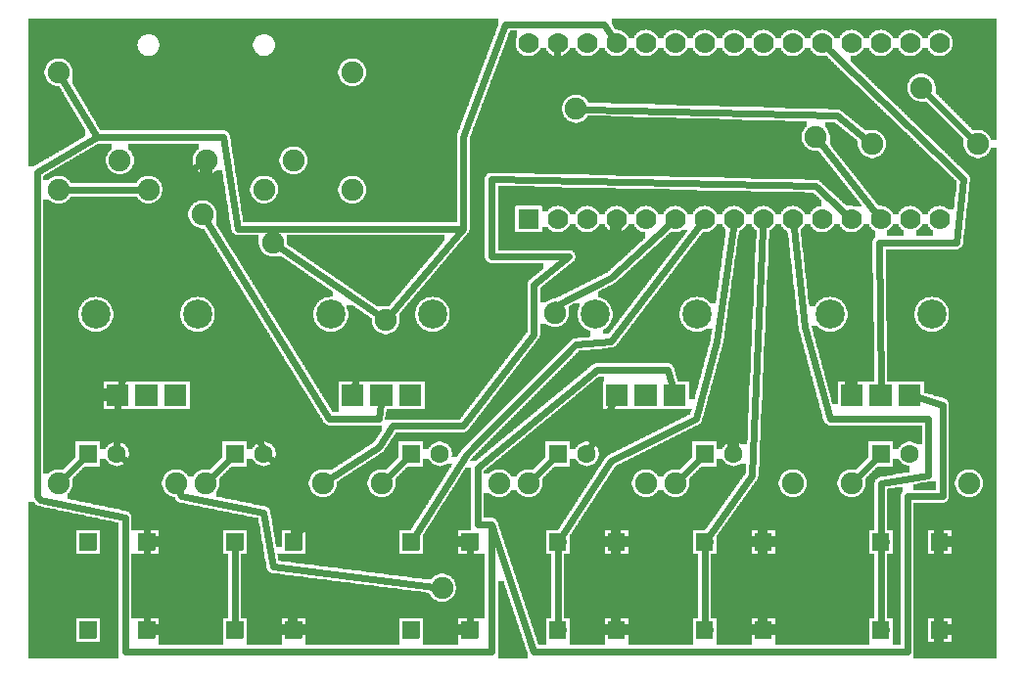
<source format=gbl>
G04 MADE WITH FRITZING*
G04 WWW.FRITZING.ORG*
G04 DOUBLE SIDED*
G04 HOLES PLATED*
G04 CONTOUR ON CENTER OF CONTOUR VECTOR*
%ASAXBY*%
%FSLAX23Y23*%
%MOIN*%
%OFA0B0*%
%SFA1.0B1.0*%
%ADD10C,0.075000*%
%ADD11C,0.075433*%
%ADD12C,0.070000*%
%ADD13C,0.059370*%
%ADD14C,0.062992*%
%ADD15C,0.074000*%
%ADD16C,0.098740*%
%ADD17C,0.075118*%
%ADD18R,0.070000X0.069972*%
%ADD19R,0.062992X0.062992*%
%ADD20C,0.024000*%
%ADD21R,0.001000X0.001000*%
%LNCOPPER0*%
G90*
G70*
G54D10*
X929Y2162D03*
X3257Y2162D03*
X1970Y1421D03*
X2347Y1423D03*
X2447Y1079D03*
X2609Y1211D03*
X1062Y1415D03*
X2742Y1418D03*
X1682Y2017D03*
X1946Y900D03*
X114Y323D03*
G54D11*
X1834Y1218D03*
X2722Y1818D03*
X2914Y1794D03*
X1906Y1914D03*
X634Y1554D03*
X874Y1458D03*
X1258Y1194D03*
X3082Y1986D03*
X3274Y1794D03*
X1450Y282D03*
G54D12*
X1744Y1538D03*
X1844Y1538D03*
X1944Y1538D03*
X2044Y1538D03*
X2144Y1538D03*
X2244Y1538D03*
X2344Y1538D03*
X2444Y1538D03*
X2544Y1538D03*
X2644Y1538D03*
X2744Y1538D03*
X2844Y1538D03*
X2944Y1538D03*
X3044Y1538D03*
X3144Y1538D03*
X1744Y2138D03*
X1844Y2138D03*
X1944Y2138D03*
X2044Y2138D03*
X2144Y2138D03*
X2244Y2138D03*
X2344Y2138D03*
X2444Y2138D03*
X2544Y2138D03*
X2644Y2138D03*
X2744Y2138D03*
X2844Y2138D03*
X2944Y2138D03*
X3044Y2138D03*
X3144Y2138D03*
G54D13*
X3144Y438D03*
X3144Y138D03*
X2944Y438D03*
X2944Y138D03*
X2544Y438D03*
X2544Y138D03*
X2344Y438D03*
X2344Y138D03*
X2044Y438D03*
X2044Y138D03*
X1844Y438D03*
X1844Y138D03*
X1544Y438D03*
X1544Y138D03*
X1344Y438D03*
X1344Y138D03*
X944Y438D03*
X944Y138D03*
X744Y438D03*
X744Y138D03*
X444Y438D03*
X444Y138D03*
X244Y438D03*
X244Y138D03*
G54D14*
X2944Y738D03*
X3042Y738D03*
X2344Y738D03*
X2442Y738D03*
X1844Y738D03*
X1942Y738D03*
X744Y738D03*
X842Y738D03*
X244Y738D03*
X342Y738D03*
X1344Y738D03*
X1442Y738D03*
G54D15*
X2046Y938D03*
X2144Y938D03*
X2242Y938D03*
G54D16*
X1971Y1214D03*
X2317Y1214D03*
G54D15*
X346Y938D03*
X444Y938D03*
X542Y938D03*
G54D16*
X271Y1214D03*
X617Y1214D03*
G54D15*
X2846Y938D03*
X2944Y938D03*
X3042Y938D03*
G54D16*
X2771Y1214D03*
X3117Y1214D03*
G54D15*
X1146Y938D03*
X1244Y938D03*
X1342Y938D03*
G54D16*
X1071Y1214D03*
X1417Y1214D03*
G54D17*
X648Y1738D03*
X353Y1738D03*
X944Y1738D03*
X844Y1639D03*
X450Y1638D03*
G54D10*
X144Y2038D03*
X144Y1638D03*
X144Y638D03*
X544Y638D03*
X644Y638D03*
X1044Y638D03*
X1244Y638D03*
X1644Y638D03*
X1744Y638D03*
X2144Y638D03*
X2244Y638D03*
X2644Y638D03*
X2844Y638D03*
X3244Y638D03*
X1144Y2038D03*
X1144Y1638D03*
G54D18*
X1744Y1538D03*
G54D19*
X2944Y738D03*
X2344Y738D03*
X1844Y738D03*
X744Y738D03*
X244Y738D03*
X1344Y738D03*
G54D20*
X1325Y719D02*
X1264Y658D01*
D02*
X225Y719D02*
X164Y658D01*
D02*
X412Y1638D02*
X173Y1638D01*
D02*
X725Y719D02*
X664Y658D01*
D02*
X1825Y719D02*
X1764Y658D01*
D02*
X2925Y719D02*
X2864Y658D01*
D02*
X2325Y719D02*
X2264Y658D01*
D02*
X2344Y407D02*
X2344Y169D01*
D02*
X2543Y1509D02*
X2506Y666D01*
D02*
X2506Y666D02*
X2362Y463D01*
D02*
X2765Y2118D02*
X3226Y1674D01*
D02*
X3226Y1674D02*
X3202Y1458D01*
D02*
X3202Y1458D02*
X2938Y1458D01*
D02*
X2938Y1458D02*
X2944Y969D01*
D02*
X2944Y169D02*
X2944Y407D01*
D02*
X2647Y1509D02*
X2686Y1170D01*
D02*
X2686Y1170D02*
X2770Y858D01*
D02*
X2770Y858D02*
X3106Y858D01*
D02*
X3106Y858D02*
X3106Y666D01*
D02*
X3106Y666D02*
X2945Y637D01*
D02*
X2945Y637D02*
X2944Y469D01*
D02*
X1844Y407D02*
X1844Y169D01*
D02*
X2440Y1509D02*
X2386Y1122D01*
D02*
X2386Y1122D02*
X2314Y858D01*
D02*
X2314Y858D02*
X2026Y714D01*
D02*
X2026Y714D02*
X1861Y464D01*
D02*
X2326Y1515D02*
X2026Y1122D01*
D02*
X2026Y1122D02*
X1906Y1110D01*
D02*
X1906Y1110D02*
X1534Y738D01*
D02*
X1534Y738D02*
X1360Y464D01*
D02*
X744Y407D02*
X744Y169D01*
D02*
X2223Y1518D02*
X2026Y1338D01*
D02*
X2026Y1338D02*
X1834Y1242D01*
D02*
X1834Y1242D02*
X1834Y1247D01*
D02*
X1068Y654D02*
X1234Y762D01*
D02*
X1234Y762D02*
X1282Y834D01*
D02*
X1282Y834D02*
X1522Y834D01*
D02*
X1522Y834D02*
X1762Y1146D01*
D02*
X1762Y1146D02*
X1762Y1314D01*
D02*
X1762Y1314D02*
X1882Y1410D01*
D02*
X1882Y1410D02*
X1618Y1410D01*
D02*
X1618Y1410D02*
X1618Y1674D01*
D02*
X1618Y1674D02*
X2722Y1650D01*
D02*
X2722Y1650D02*
X2823Y1558D01*
D02*
X345Y907D02*
X343Y765D01*
D02*
X444Y469D02*
X442Y666D01*
D02*
X442Y666D02*
X364Y722D01*
D02*
X444Y169D02*
X444Y407D01*
D02*
X836Y764D02*
X826Y810D01*
D02*
X826Y810D02*
X682Y810D01*
D02*
X682Y810D02*
X442Y666D01*
D02*
X946Y469D02*
X946Y474D01*
D02*
X946Y474D02*
X946Y666D01*
D02*
X946Y666D02*
X864Y723D01*
D02*
X1545Y407D02*
X1546Y378D01*
D02*
X1546Y378D02*
X1282Y378D01*
D02*
X1282Y378D02*
X1282Y570D01*
D02*
X1282Y570D02*
X946Y474D01*
D02*
X1544Y169D02*
X1544Y407D01*
D02*
X2031Y911D02*
X1955Y762D01*
D02*
X1841Y2109D02*
X1810Y1746D01*
D02*
X1810Y1746D02*
X1570Y1746D01*
D02*
X1570Y1746D02*
X1570Y1362D01*
D02*
X1570Y1362D02*
X1714Y1362D01*
D02*
X1714Y1362D02*
X1714Y1194D01*
D02*
X1714Y1194D02*
X1690Y1146D01*
D02*
X1690Y1146D02*
X1426Y1026D01*
D02*
X1426Y1026D02*
X1162Y1026D01*
D02*
X1162Y1026D02*
X1151Y968D01*
D02*
X615Y1717D02*
X586Y1698D01*
D02*
X586Y1698D02*
X355Y967D01*
D02*
X2740Y1795D02*
X2926Y1561D01*
D02*
X2891Y1812D02*
X2794Y1890D01*
D02*
X2794Y1890D02*
X1935Y1913D01*
D02*
X1240Y908D02*
X1234Y858D01*
D02*
X1234Y858D02*
X1066Y858D01*
D02*
X1066Y858D02*
X649Y1530D01*
D02*
X898Y1442D02*
X1234Y1210D01*
D02*
X2234Y968D02*
X2218Y1026D01*
D02*
X2218Y1026D02*
X1978Y1026D01*
D02*
X1978Y1026D02*
X1570Y690D01*
D02*
X1570Y690D02*
X1570Y498D01*
D02*
X1570Y498D02*
X1618Y498D01*
D02*
X1618Y498D02*
X1618Y66D01*
D02*
X1618Y66D02*
X370Y66D01*
D02*
X370Y66D02*
X370Y522D01*
D02*
X370Y522D02*
X82Y582D01*
D02*
X82Y582D02*
X70Y594D01*
D02*
X70Y594D02*
X70Y1698D01*
D02*
X70Y1698D02*
X274Y1818D01*
D02*
X274Y1818D02*
X706Y1818D01*
D02*
X706Y1818D02*
X754Y1506D01*
D02*
X754Y1506D02*
X1522Y1506D01*
D02*
X1522Y1506D02*
X1276Y1216D01*
D02*
X3072Y930D02*
X3154Y906D01*
D02*
X3154Y906D02*
X3154Y594D01*
D02*
X3154Y594D02*
X3034Y594D01*
D02*
X3034Y594D02*
X3034Y66D01*
D02*
X3034Y66D02*
X1762Y66D01*
D02*
X1762Y66D02*
X1618Y498D01*
D02*
X1618Y498D02*
X1570Y498D01*
D02*
X159Y2013D02*
X274Y1818D01*
D02*
X2028Y2162D02*
X2002Y2202D01*
D02*
X2002Y2202D02*
X1666Y2202D01*
D02*
X1666Y2202D02*
X1522Y1818D01*
D02*
X1522Y1818D02*
X1522Y1506D01*
D02*
X3102Y1966D02*
X3253Y1814D01*
D02*
X1421Y286D02*
X874Y354D01*
D02*
X874Y354D02*
X843Y538D01*
D02*
X843Y538D02*
X562Y594D01*
D02*
X562Y594D02*
X555Y612D01*
G36*
X40Y2220D02*
X40Y2168D01*
X854Y2168D01*
X854Y2166D01*
X860Y2166D01*
X860Y2164D01*
X862Y2164D01*
X862Y2162D01*
X866Y2162D01*
X866Y2160D01*
X868Y2160D01*
X868Y2158D01*
X870Y2158D01*
X870Y2156D01*
X872Y2156D01*
X872Y2154D01*
X874Y2154D01*
X874Y2152D01*
X876Y2152D01*
X876Y2148D01*
X878Y2148D01*
X878Y2142D01*
X880Y2142D01*
X880Y2132D01*
X882Y2132D01*
X882Y2130D01*
X880Y2130D01*
X880Y2120D01*
X878Y2120D01*
X878Y2114D01*
X876Y2114D01*
X876Y2110D01*
X874Y2110D01*
X874Y2108D01*
X872Y2108D01*
X872Y2106D01*
X870Y2106D01*
X870Y2104D01*
X868Y2104D01*
X868Y2102D01*
X866Y2102D01*
X866Y2100D01*
X862Y2100D01*
X862Y2098D01*
X858Y2098D01*
X858Y2096D01*
X852Y2096D01*
X852Y2094D01*
X1602Y2094D01*
X1602Y2098D01*
X1604Y2098D01*
X1604Y2102D01*
X1606Y2102D01*
X1606Y2108D01*
X1608Y2108D01*
X1608Y2114D01*
X1610Y2114D01*
X1610Y2118D01*
X1612Y2118D01*
X1612Y2124D01*
X1614Y2124D01*
X1614Y2130D01*
X1616Y2130D01*
X1616Y2134D01*
X1618Y2134D01*
X1618Y2140D01*
X1620Y2140D01*
X1620Y2146D01*
X1622Y2146D01*
X1622Y2150D01*
X1624Y2150D01*
X1624Y2156D01*
X1626Y2156D01*
X1626Y2162D01*
X1628Y2162D01*
X1628Y2166D01*
X1630Y2166D01*
X1630Y2172D01*
X1632Y2172D01*
X1632Y2178D01*
X1634Y2178D01*
X1634Y2182D01*
X1636Y2182D01*
X1636Y2188D01*
X1638Y2188D01*
X1638Y2194D01*
X1640Y2194D01*
X1640Y2198D01*
X1642Y2198D01*
X1642Y2220D01*
X40Y2220D01*
G37*
D02*
G36*
X40Y2168D02*
X40Y2094D01*
X442Y2094D01*
X442Y2096D01*
X436Y2096D01*
X436Y2098D01*
X432Y2098D01*
X432Y2100D01*
X428Y2100D01*
X428Y2102D01*
X426Y2102D01*
X426Y2104D01*
X424Y2104D01*
X424Y2106D01*
X422Y2106D01*
X422Y2108D01*
X420Y2108D01*
X420Y2110D01*
X418Y2110D01*
X418Y2114D01*
X416Y2114D01*
X416Y2120D01*
X414Y2120D01*
X414Y2128D01*
X412Y2128D01*
X412Y2134D01*
X414Y2134D01*
X414Y2144D01*
X416Y2144D01*
X416Y2148D01*
X418Y2148D01*
X418Y2152D01*
X420Y2152D01*
X420Y2154D01*
X422Y2154D01*
X422Y2156D01*
X424Y2156D01*
X424Y2158D01*
X426Y2158D01*
X426Y2160D01*
X428Y2160D01*
X428Y2162D01*
X430Y2162D01*
X430Y2164D01*
X434Y2164D01*
X434Y2166D01*
X440Y2166D01*
X440Y2168D01*
X40Y2168D01*
G37*
D02*
G36*
X460Y2168D02*
X460Y2166D01*
X466Y2166D01*
X466Y2164D01*
X470Y2164D01*
X470Y2162D01*
X472Y2162D01*
X472Y2160D01*
X476Y2160D01*
X476Y2158D01*
X478Y2158D01*
X478Y2156D01*
X480Y2156D01*
X480Y2152D01*
X482Y2152D01*
X482Y2148D01*
X484Y2148D01*
X484Y2144D01*
X486Y2144D01*
X486Y2138D01*
X488Y2138D01*
X488Y2124D01*
X486Y2124D01*
X486Y2118D01*
X484Y2118D01*
X484Y2114D01*
X482Y2114D01*
X482Y2110D01*
X480Y2110D01*
X480Y2108D01*
X478Y2108D01*
X478Y2104D01*
X474Y2104D01*
X474Y2102D01*
X472Y2102D01*
X472Y2100D01*
X470Y2100D01*
X470Y2098D01*
X466Y2098D01*
X466Y2096D01*
X460Y2096D01*
X460Y2094D01*
X834Y2094D01*
X834Y2096D01*
X828Y2096D01*
X828Y2098D01*
X824Y2098D01*
X824Y2100D01*
X822Y2100D01*
X822Y2102D01*
X820Y2102D01*
X820Y2104D01*
X816Y2104D01*
X816Y2108D01*
X814Y2108D01*
X814Y2110D01*
X812Y2110D01*
X812Y2114D01*
X810Y2114D01*
X810Y2118D01*
X808Y2118D01*
X808Y2124D01*
X806Y2124D01*
X806Y2138D01*
X808Y2138D01*
X808Y2146D01*
X810Y2146D01*
X810Y2150D01*
X812Y2150D01*
X812Y2152D01*
X814Y2152D01*
X814Y2156D01*
X816Y2156D01*
X816Y2158D01*
X818Y2158D01*
X818Y2160D01*
X822Y2160D01*
X822Y2162D01*
X824Y2162D01*
X824Y2164D01*
X828Y2164D01*
X828Y2166D01*
X834Y2166D01*
X834Y2168D01*
X460Y2168D01*
G37*
D02*
G36*
X40Y2094D02*
X40Y2092D01*
X1602Y2092D01*
X1602Y2094D01*
X40Y2094D01*
G37*
D02*
G36*
X40Y2094D02*
X40Y2092D01*
X1602Y2092D01*
X1602Y2094D01*
X40Y2094D01*
G37*
D02*
G36*
X40Y2094D02*
X40Y2092D01*
X1602Y2092D01*
X1602Y2094D01*
X40Y2094D01*
G37*
D02*
G36*
X40Y2092D02*
X40Y2086D01*
X1152Y2086D01*
X1152Y2084D01*
X1160Y2084D01*
X1160Y2082D01*
X1164Y2082D01*
X1164Y2080D01*
X1168Y2080D01*
X1168Y2078D01*
X1172Y2078D01*
X1172Y2076D01*
X1174Y2076D01*
X1174Y2074D01*
X1176Y2074D01*
X1176Y2072D01*
X1178Y2072D01*
X1178Y2070D01*
X1180Y2070D01*
X1180Y2068D01*
X1182Y2068D01*
X1182Y2066D01*
X1184Y2066D01*
X1184Y2062D01*
X1186Y2062D01*
X1186Y2058D01*
X1188Y2058D01*
X1188Y2052D01*
X1190Y2052D01*
X1190Y2044D01*
X1192Y2044D01*
X1192Y2032D01*
X1190Y2032D01*
X1190Y2024D01*
X1188Y2024D01*
X1188Y2018D01*
X1186Y2018D01*
X1186Y2014D01*
X1184Y2014D01*
X1184Y2012D01*
X1182Y2012D01*
X1182Y2008D01*
X1180Y2008D01*
X1180Y2006D01*
X1178Y2006D01*
X1178Y2004D01*
X1176Y2004D01*
X1176Y2002D01*
X1174Y2002D01*
X1174Y2000D01*
X1170Y2000D01*
X1170Y1998D01*
X1168Y1998D01*
X1168Y1996D01*
X1164Y1996D01*
X1164Y1994D01*
X1158Y1994D01*
X1158Y1992D01*
X1148Y1992D01*
X1148Y1990D01*
X1564Y1990D01*
X1564Y1996D01*
X1566Y1996D01*
X1566Y2002D01*
X1568Y2002D01*
X1568Y2006D01*
X1570Y2006D01*
X1570Y2012D01*
X1572Y2012D01*
X1572Y2018D01*
X1574Y2018D01*
X1574Y2022D01*
X1576Y2022D01*
X1576Y2028D01*
X1578Y2028D01*
X1578Y2034D01*
X1580Y2034D01*
X1580Y2038D01*
X1582Y2038D01*
X1582Y2044D01*
X1584Y2044D01*
X1584Y2050D01*
X1586Y2050D01*
X1586Y2054D01*
X1588Y2054D01*
X1588Y2060D01*
X1590Y2060D01*
X1590Y2066D01*
X1592Y2066D01*
X1592Y2070D01*
X1594Y2070D01*
X1594Y2076D01*
X1596Y2076D01*
X1596Y2082D01*
X1598Y2082D01*
X1598Y2086D01*
X1600Y2086D01*
X1600Y2092D01*
X40Y2092D01*
G37*
D02*
G36*
X40Y2086D02*
X40Y1718D01*
X62Y1718D01*
X62Y1720D01*
X66Y1720D01*
X66Y1722D01*
X68Y1722D01*
X68Y1724D01*
X72Y1724D01*
X72Y1726D01*
X76Y1726D01*
X76Y1728D01*
X78Y1728D01*
X78Y1730D01*
X82Y1730D01*
X82Y1732D01*
X86Y1732D01*
X86Y1734D01*
X88Y1734D01*
X88Y1736D01*
X92Y1736D01*
X92Y1738D01*
X96Y1738D01*
X96Y1740D01*
X100Y1740D01*
X100Y1742D01*
X102Y1742D01*
X102Y1744D01*
X106Y1744D01*
X106Y1746D01*
X110Y1746D01*
X110Y1748D01*
X112Y1748D01*
X112Y1750D01*
X116Y1750D01*
X116Y1752D01*
X120Y1752D01*
X120Y1754D01*
X122Y1754D01*
X122Y1756D01*
X126Y1756D01*
X126Y1758D01*
X130Y1758D01*
X130Y1760D01*
X134Y1760D01*
X134Y1762D01*
X136Y1762D01*
X136Y1764D01*
X140Y1764D01*
X140Y1766D01*
X144Y1766D01*
X144Y1768D01*
X146Y1768D01*
X146Y1770D01*
X150Y1770D01*
X150Y1772D01*
X154Y1772D01*
X154Y1774D01*
X156Y1774D01*
X156Y1776D01*
X160Y1776D01*
X160Y1778D01*
X164Y1778D01*
X164Y1780D01*
X168Y1780D01*
X168Y1782D01*
X170Y1782D01*
X170Y1784D01*
X174Y1784D01*
X174Y1786D01*
X178Y1786D01*
X178Y1788D01*
X180Y1788D01*
X180Y1790D01*
X184Y1790D01*
X184Y1792D01*
X188Y1792D01*
X188Y1794D01*
X190Y1794D01*
X190Y1796D01*
X194Y1796D01*
X194Y1798D01*
X198Y1798D01*
X198Y1800D01*
X202Y1800D01*
X202Y1802D01*
X204Y1802D01*
X204Y1804D01*
X208Y1804D01*
X208Y1806D01*
X212Y1806D01*
X212Y1808D01*
X214Y1808D01*
X214Y1810D01*
X218Y1810D01*
X218Y1812D01*
X222Y1812D01*
X222Y1814D01*
X224Y1814D01*
X224Y1816D01*
X228Y1816D01*
X228Y1818D01*
X232Y1818D01*
X232Y1820D01*
X236Y1820D01*
X236Y1840D01*
X234Y1840D01*
X234Y1844D01*
X232Y1844D01*
X232Y1848D01*
X230Y1848D01*
X230Y1850D01*
X228Y1850D01*
X228Y1854D01*
X226Y1854D01*
X226Y1858D01*
X224Y1858D01*
X224Y1860D01*
X222Y1860D01*
X222Y1864D01*
X220Y1864D01*
X220Y1868D01*
X218Y1868D01*
X218Y1872D01*
X216Y1872D01*
X216Y1874D01*
X214Y1874D01*
X214Y1878D01*
X212Y1878D01*
X212Y1882D01*
X210Y1882D01*
X210Y1884D01*
X208Y1884D01*
X208Y1888D01*
X206Y1888D01*
X206Y1892D01*
X204Y1892D01*
X204Y1894D01*
X202Y1894D01*
X202Y1898D01*
X200Y1898D01*
X200Y1902D01*
X198Y1902D01*
X198Y1906D01*
X196Y1906D01*
X196Y1908D01*
X194Y1908D01*
X194Y1912D01*
X192Y1912D01*
X192Y1916D01*
X190Y1916D01*
X190Y1918D01*
X188Y1918D01*
X188Y1922D01*
X186Y1922D01*
X186Y1926D01*
X184Y1926D01*
X184Y1928D01*
X182Y1928D01*
X182Y1932D01*
X180Y1932D01*
X180Y1936D01*
X178Y1936D01*
X178Y1938D01*
X176Y1938D01*
X176Y1942D01*
X174Y1942D01*
X174Y1946D01*
X172Y1946D01*
X172Y1950D01*
X170Y1950D01*
X170Y1952D01*
X168Y1952D01*
X168Y1956D01*
X166Y1956D01*
X166Y1960D01*
X164Y1960D01*
X164Y1962D01*
X162Y1962D01*
X162Y1966D01*
X160Y1966D01*
X160Y1970D01*
X158Y1970D01*
X158Y1972D01*
X156Y1972D01*
X156Y1976D01*
X154Y1976D01*
X154Y1980D01*
X152Y1980D01*
X152Y1984D01*
X150Y1984D01*
X150Y1986D01*
X148Y1986D01*
X148Y1990D01*
X140Y1990D01*
X140Y1992D01*
X130Y1992D01*
X130Y1994D01*
X124Y1994D01*
X124Y1996D01*
X120Y1996D01*
X120Y1998D01*
X118Y1998D01*
X118Y2000D01*
X114Y2000D01*
X114Y2002D01*
X112Y2002D01*
X112Y2004D01*
X110Y2004D01*
X110Y2006D01*
X108Y2006D01*
X108Y2008D01*
X106Y2008D01*
X106Y2012D01*
X104Y2012D01*
X104Y2014D01*
X102Y2014D01*
X102Y2018D01*
X100Y2018D01*
X100Y2024D01*
X98Y2024D01*
X98Y2032D01*
X96Y2032D01*
X96Y2044D01*
X98Y2044D01*
X98Y2052D01*
X100Y2052D01*
X100Y2058D01*
X102Y2058D01*
X102Y2062D01*
X104Y2062D01*
X104Y2066D01*
X106Y2066D01*
X106Y2068D01*
X108Y2068D01*
X108Y2070D01*
X110Y2070D01*
X110Y2072D01*
X112Y2072D01*
X112Y2074D01*
X114Y2074D01*
X114Y2076D01*
X116Y2076D01*
X116Y2078D01*
X120Y2078D01*
X120Y2080D01*
X124Y2080D01*
X124Y2082D01*
X128Y2082D01*
X128Y2084D01*
X136Y2084D01*
X136Y2086D01*
X40Y2086D01*
G37*
D02*
G36*
X152Y2086D02*
X152Y2084D01*
X160Y2084D01*
X160Y2082D01*
X164Y2082D01*
X164Y2080D01*
X168Y2080D01*
X168Y2078D01*
X172Y2078D01*
X172Y2076D01*
X174Y2076D01*
X174Y2074D01*
X176Y2074D01*
X176Y2072D01*
X178Y2072D01*
X178Y2070D01*
X180Y2070D01*
X180Y2068D01*
X182Y2068D01*
X182Y2066D01*
X184Y2066D01*
X184Y2062D01*
X186Y2062D01*
X186Y2058D01*
X188Y2058D01*
X188Y2052D01*
X190Y2052D01*
X190Y2044D01*
X192Y2044D01*
X192Y2032D01*
X190Y2032D01*
X190Y2002D01*
X192Y2002D01*
X192Y1998D01*
X194Y1998D01*
X194Y1996D01*
X196Y1996D01*
X196Y1992D01*
X198Y1992D01*
X198Y1990D01*
X1140Y1990D01*
X1140Y1992D01*
X1130Y1992D01*
X1130Y1994D01*
X1124Y1994D01*
X1124Y1996D01*
X1120Y1996D01*
X1120Y1998D01*
X1118Y1998D01*
X1118Y2000D01*
X1114Y2000D01*
X1114Y2002D01*
X1112Y2002D01*
X1112Y2004D01*
X1110Y2004D01*
X1110Y2006D01*
X1108Y2006D01*
X1108Y2008D01*
X1106Y2008D01*
X1106Y2012D01*
X1104Y2012D01*
X1104Y2014D01*
X1102Y2014D01*
X1102Y2018D01*
X1100Y2018D01*
X1100Y2024D01*
X1098Y2024D01*
X1098Y2032D01*
X1096Y2032D01*
X1096Y2044D01*
X1098Y2044D01*
X1098Y2052D01*
X1100Y2052D01*
X1100Y2058D01*
X1102Y2058D01*
X1102Y2062D01*
X1104Y2062D01*
X1104Y2066D01*
X1106Y2066D01*
X1106Y2068D01*
X1108Y2068D01*
X1108Y2070D01*
X1110Y2070D01*
X1110Y2072D01*
X1112Y2072D01*
X1112Y2074D01*
X1114Y2074D01*
X1114Y2076D01*
X1116Y2076D01*
X1116Y2078D01*
X1120Y2078D01*
X1120Y2080D01*
X1124Y2080D01*
X1124Y2082D01*
X1128Y2082D01*
X1128Y2084D01*
X1136Y2084D01*
X1136Y2086D01*
X152Y2086D01*
G37*
D02*
G36*
X198Y1990D02*
X198Y1988D01*
X1562Y1988D01*
X1562Y1990D01*
X198Y1990D01*
G37*
D02*
G36*
X198Y1990D02*
X198Y1988D01*
X1562Y1988D01*
X1562Y1990D01*
X198Y1990D01*
G37*
D02*
G36*
X200Y1988D02*
X200Y1984D01*
X202Y1984D01*
X202Y1982D01*
X204Y1982D01*
X204Y1978D01*
X206Y1978D01*
X206Y1974D01*
X208Y1974D01*
X208Y1972D01*
X210Y1972D01*
X210Y1968D01*
X212Y1968D01*
X212Y1964D01*
X214Y1964D01*
X214Y1962D01*
X216Y1962D01*
X216Y1958D01*
X218Y1958D01*
X218Y1954D01*
X220Y1954D01*
X220Y1950D01*
X222Y1950D01*
X222Y1948D01*
X224Y1948D01*
X224Y1944D01*
X226Y1944D01*
X226Y1940D01*
X228Y1940D01*
X228Y1938D01*
X230Y1938D01*
X230Y1934D01*
X232Y1934D01*
X232Y1930D01*
X234Y1930D01*
X234Y1928D01*
X236Y1928D01*
X236Y1924D01*
X238Y1924D01*
X238Y1920D01*
X240Y1920D01*
X240Y1918D01*
X242Y1918D01*
X242Y1914D01*
X244Y1914D01*
X244Y1910D01*
X246Y1910D01*
X246Y1906D01*
X248Y1906D01*
X248Y1904D01*
X250Y1904D01*
X250Y1900D01*
X252Y1900D01*
X252Y1896D01*
X254Y1896D01*
X254Y1894D01*
X256Y1894D01*
X256Y1890D01*
X258Y1890D01*
X258Y1886D01*
X260Y1886D01*
X260Y1884D01*
X262Y1884D01*
X262Y1880D01*
X264Y1880D01*
X264Y1876D01*
X266Y1876D01*
X266Y1874D01*
X268Y1874D01*
X268Y1870D01*
X270Y1870D01*
X270Y1866D01*
X272Y1866D01*
X272Y1862D01*
X274Y1862D01*
X274Y1860D01*
X276Y1860D01*
X276Y1856D01*
X278Y1856D01*
X278Y1852D01*
X280Y1852D01*
X280Y1850D01*
X282Y1850D01*
X282Y1846D01*
X284Y1846D01*
X284Y1842D01*
X286Y1842D01*
X286Y1840D01*
X712Y1840D01*
X712Y1838D01*
X718Y1838D01*
X718Y1836D01*
X720Y1836D01*
X720Y1834D01*
X722Y1834D01*
X722Y1832D01*
X724Y1832D01*
X724Y1828D01*
X726Y1828D01*
X726Y1824D01*
X728Y1824D01*
X728Y1812D01*
X730Y1812D01*
X730Y1798D01*
X732Y1798D01*
X732Y1786D01*
X952Y1786D01*
X952Y1784D01*
X960Y1784D01*
X960Y1782D01*
X964Y1782D01*
X964Y1780D01*
X968Y1780D01*
X968Y1778D01*
X972Y1778D01*
X972Y1776D01*
X974Y1776D01*
X974Y1774D01*
X976Y1774D01*
X976Y1772D01*
X978Y1772D01*
X978Y1770D01*
X980Y1770D01*
X980Y1768D01*
X982Y1768D01*
X982Y1766D01*
X984Y1766D01*
X984Y1762D01*
X986Y1762D01*
X986Y1758D01*
X988Y1758D01*
X988Y1752D01*
X990Y1752D01*
X990Y1744D01*
X992Y1744D01*
X992Y1732D01*
X990Y1732D01*
X990Y1724D01*
X988Y1724D01*
X988Y1718D01*
X986Y1718D01*
X986Y1714D01*
X984Y1714D01*
X984Y1712D01*
X982Y1712D01*
X982Y1708D01*
X980Y1708D01*
X980Y1706D01*
X978Y1706D01*
X978Y1704D01*
X976Y1704D01*
X976Y1702D01*
X974Y1702D01*
X974Y1700D01*
X970Y1700D01*
X970Y1698D01*
X968Y1698D01*
X968Y1696D01*
X964Y1696D01*
X964Y1694D01*
X958Y1694D01*
X958Y1692D01*
X950Y1692D01*
X950Y1690D01*
X1500Y1690D01*
X1500Y1826D01*
X1502Y1826D01*
X1502Y1830D01*
X1504Y1830D01*
X1504Y1836D01*
X1506Y1836D01*
X1506Y1842D01*
X1508Y1842D01*
X1508Y1846D01*
X1510Y1846D01*
X1510Y1852D01*
X1512Y1852D01*
X1512Y1858D01*
X1514Y1858D01*
X1514Y1862D01*
X1516Y1862D01*
X1516Y1868D01*
X1518Y1868D01*
X1518Y1874D01*
X1520Y1874D01*
X1520Y1878D01*
X1522Y1878D01*
X1522Y1884D01*
X1524Y1884D01*
X1524Y1890D01*
X1526Y1890D01*
X1526Y1894D01*
X1528Y1894D01*
X1528Y1900D01*
X1530Y1900D01*
X1530Y1906D01*
X1532Y1906D01*
X1532Y1910D01*
X1534Y1910D01*
X1534Y1916D01*
X1536Y1916D01*
X1536Y1922D01*
X1538Y1922D01*
X1538Y1926D01*
X1540Y1926D01*
X1540Y1932D01*
X1542Y1932D01*
X1542Y1938D01*
X1544Y1938D01*
X1544Y1942D01*
X1546Y1942D01*
X1546Y1948D01*
X1548Y1948D01*
X1548Y1954D01*
X1550Y1954D01*
X1550Y1958D01*
X1552Y1958D01*
X1552Y1964D01*
X1554Y1964D01*
X1554Y1970D01*
X1556Y1970D01*
X1556Y1974D01*
X1558Y1974D01*
X1558Y1980D01*
X1560Y1980D01*
X1560Y1986D01*
X1562Y1986D01*
X1562Y1988D01*
X200Y1988D01*
G37*
D02*
G36*
X734Y1786D02*
X734Y1772D01*
X736Y1772D01*
X736Y1760D01*
X738Y1760D01*
X738Y1746D01*
X740Y1746D01*
X740Y1734D01*
X742Y1734D01*
X742Y1720D01*
X744Y1720D01*
X744Y1708D01*
X746Y1708D01*
X746Y1694D01*
X748Y1694D01*
X748Y1690D01*
X938Y1690D01*
X938Y1692D01*
X930Y1692D01*
X930Y1694D01*
X924Y1694D01*
X924Y1696D01*
X920Y1696D01*
X920Y1698D01*
X918Y1698D01*
X918Y1700D01*
X914Y1700D01*
X914Y1702D01*
X912Y1702D01*
X912Y1704D01*
X910Y1704D01*
X910Y1706D01*
X908Y1706D01*
X908Y1708D01*
X906Y1708D01*
X906Y1712D01*
X904Y1712D01*
X904Y1714D01*
X902Y1714D01*
X902Y1718D01*
X900Y1718D01*
X900Y1724D01*
X898Y1724D01*
X898Y1732D01*
X896Y1732D01*
X896Y1744D01*
X898Y1744D01*
X898Y1752D01*
X900Y1752D01*
X900Y1758D01*
X902Y1758D01*
X902Y1762D01*
X904Y1762D01*
X904Y1766D01*
X906Y1766D01*
X906Y1768D01*
X908Y1768D01*
X908Y1770D01*
X910Y1770D01*
X910Y1772D01*
X912Y1772D01*
X912Y1774D01*
X914Y1774D01*
X914Y1776D01*
X916Y1776D01*
X916Y1778D01*
X920Y1778D01*
X920Y1780D01*
X924Y1780D01*
X924Y1782D01*
X928Y1782D01*
X928Y1784D01*
X936Y1784D01*
X936Y1786D01*
X734Y1786D01*
G37*
D02*
G36*
X748Y1690D02*
X748Y1688D01*
X1500Y1688D01*
X1500Y1690D01*
X748Y1690D01*
G37*
D02*
G36*
X748Y1690D02*
X748Y1688D01*
X1500Y1688D01*
X1500Y1690D01*
X748Y1690D01*
G37*
D02*
G36*
X748Y1688D02*
X748Y1686D01*
X1152Y1686D01*
X1152Y1684D01*
X1160Y1684D01*
X1160Y1682D01*
X1164Y1682D01*
X1164Y1680D01*
X1168Y1680D01*
X1168Y1678D01*
X1172Y1678D01*
X1172Y1676D01*
X1174Y1676D01*
X1174Y1674D01*
X1176Y1674D01*
X1176Y1672D01*
X1178Y1672D01*
X1178Y1670D01*
X1180Y1670D01*
X1180Y1668D01*
X1182Y1668D01*
X1182Y1666D01*
X1184Y1666D01*
X1184Y1662D01*
X1186Y1662D01*
X1186Y1658D01*
X1188Y1658D01*
X1188Y1652D01*
X1190Y1652D01*
X1190Y1644D01*
X1192Y1644D01*
X1192Y1632D01*
X1190Y1632D01*
X1190Y1624D01*
X1188Y1624D01*
X1188Y1618D01*
X1186Y1618D01*
X1186Y1614D01*
X1184Y1614D01*
X1184Y1612D01*
X1182Y1612D01*
X1182Y1608D01*
X1180Y1608D01*
X1180Y1606D01*
X1178Y1606D01*
X1178Y1604D01*
X1176Y1604D01*
X1176Y1602D01*
X1174Y1602D01*
X1174Y1600D01*
X1170Y1600D01*
X1170Y1598D01*
X1168Y1598D01*
X1168Y1596D01*
X1164Y1596D01*
X1164Y1594D01*
X1158Y1594D01*
X1158Y1592D01*
X1148Y1592D01*
X1148Y1590D01*
X1500Y1590D01*
X1500Y1688D01*
X748Y1688D01*
G37*
D02*
G36*
X748Y1686D02*
X748Y1682D01*
X750Y1682D01*
X750Y1668D01*
X752Y1668D01*
X752Y1656D01*
X754Y1656D01*
X754Y1642D01*
X756Y1642D01*
X756Y1630D01*
X758Y1630D01*
X758Y1616D01*
X760Y1616D01*
X760Y1604D01*
X762Y1604D01*
X762Y1592D01*
X832Y1592D01*
X832Y1594D01*
X826Y1594D01*
X826Y1596D01*
X822Y1596D01*
X822Y1598D01*
X818Y1598D01*
X818Y1600D01*
X816Y1600D01*
X816Y1602D01*
X814Y1602D01*
X814Y1604D01*
X810Y1604D01*
X810Y1608D01*
X808Y1608D01*
X808Y1610D01*
X806Y1610D01*
X806Y1612D01*
X804Y1612D01*
X804Y1616D01*
X802Y1616D01*
X802Y1620D01*
X800Y1620D01*
X800Y1624D01*
X798Y1624D01*
X798Y1632D01*
X796Y1632D01*
X796Y1646D01*
X798Y1646D01*
X798Y1654D01*
X800Y1654D01*
X800Y1660D01*
X802Y1660D01*
X802Y1662D01*
X804Y1662D01*
X804Y1666D01*
X806Y1666D01*
X806Y1668D01*
X808Y1668D01*
X808Y1670D01*
X810Y1670D01*
X810Y1674D01*
X814Y1674D01*
X814Y1676D01*
X816Y1676D01*
X816Y1678D01*
X818Y1678D01*
X818Y1680D01*
X822Y1680D01*
X822Y1682D01*
X826Y1682D01*
X826Y1684D01*
X832Y1684D01*
X832Y1686D01*
X748Y1686D01*
G37*
D02*
G36*
X856Y1686D02*
X856Y1684D01*
X862Y1684D01*
X862Y1682D01*
X866Y1682D01*
X866Y1680D01*
X870Y1680D01*
X870Y1678D01*
X872Y1678D01*
X872Y1676D01*
X874Y1676D01*
X874Y1674D01*
X878Y1674D01*
X878Y1670D01*
X880Y1670D01*
X880Y1668D01*
X882Y1668D01*
X882Y1666D01*
X884Y1666D01*
X884Y1662D01*
X886Y1662D01*
X886Y1660D01*
X888Y1660D01*
X888Y1654D01*
X890Y1654D01*
X890Y1646D01*
X892Y1646D01*
X892Y1632D01*
X890Y1632D01*
X890Y1624D01*
X888Y1624D01*
X888Y1620D01*
X886Y1620D01*
X886Y1616D01*
X884Y1616D01*
X884Y1612D01*
X882Y1612D01*
X882Y1610D01*
X880Y1610D01*
X880Y1608D01*
X878Y1608D01*
X878Y1604D01*
X874Y1604D01*
X874Y1602D01*
X872Y1602D01*
X872Y1600D01*
X870Y1600D01*
X870Y1598D01*
X866Y1598D01*
X866Y1596D01*
X862Y1596D01*
X862Y1594D01*
X856Y1594D01*
X856Y1592D01*
X1130Y1592D01*
X1130Y1594D01*
X1124Y1594D01*
X1124Y1596D01*
X1120Y1596D01*
X1120Y1598D01*
X1118Y1598D01*
X1118Y1600D01*
X1114Y1600D01*
X1114Y1602D01*
X1112Y1602D01*
X1112Y1604D01*
X1110Y1604D01*
X1110Y1606D01*
X1108Y1606D01*
X1108Y1608D01*
X1106Y1608D01*
X1106Y1612D01*
X1104Y1612D01*
X1104Y1614D01*
X1102Y1614D01*
X1102Y1618D01*
X1100Y1618D01*
X1100Y1624D01*
X1098Y1624D01*
X1098Y1632D01*
X1096Y1632D01*
X1096Y1644D01*
X1098Y1644D01*
X1098Y1652D01*
X1100Y1652D01*
X1100Y1658D01*
X1102Y1658D01*
X1102Y1662D01*
X1104Y1662D01*
X1104Y1666D01*
X1106Y1666D01*
X1106Y1668D01*
X1108Y1668D01*
X1108Y1670D01*
X1110Y1670D01*
X1110Y1672D01*
X1112Y1672D01*
X1112Y1674D01*
X1114Y1674D01*
X1114Y1676D01*
X1116Y1676D01*
X1116Y1678D01*
X1120Y1678D01*
X1120Y1680D01*
X1124Y1680D01*
X1124Y1682D01*
X1128Y1682D01*
X1128Y1684D01*
X1136Y1684D01*
X1136Y1686D01*
X856Y1686D01*
G37*
D02*
G36*
X762Y1592D02*
X762Y1590D01*
X1140Y1590D01*
X1140Y1592D01*
X762Y1592D01*
G37*
D02*
G36*
X762Y1592D02*
X762Y1590D01*
X1140Y1590D01*
X1140Y1592D01*
X762Y1592D01*
G37*
D02*
G36*
X764Y1590D02*
X764Y1588D01*
X1500Y1588D01*
X1500Y1590D01*
X764Y1590D01*
G37*
D02*
G36*
X764Y1590D02*
X764Y1588D01*
X1500Y1588D01*
X1500Y1590D01*
X764Y1590D01*
G37*
D02*
G36*
X764Y1588D02*
X764Y1578D01*
X766Y1578D01*
X766Y1564D01*
X768Y1564D01*
X768Y1552D01*
X770Y1552D01*
X770Y1538D01*
X772Y1538D01*
X772Y1528D01*
X1500Y1528D01*
X1500Y1588D01*
X764Y1588D01*
G37*
D02*
G36*
X2028Y2220D02*
X2028Y2200D01*
X2030Y2200D01*
X2030Y2198D01*
X2032Y2198D01*
X2032Y2194D01*
X2034Y2194D01*
X2034Y2192D01*
X2036Y2192D01*
X2036Y2188D01*
X2038Y2188D01*
X2038Y2186D01*
X2040Y2186D01*
X2040Y2184D01*
X3148Y2184D01*
X3148Y2182D01*
X3158Y2182D01*
X3158Y2180D01*
X3162Y2180D01*
X3162Y2178D01*
X3166Y2178D01*
X3166Y2176D01*
X3170Y2176D01*
X3170Y2174D01*
X3172Y2174D01*
X3172Y2172D01*
X3174Y2172D01*
X3174Y2170D01*
X3176Y2170D01*
X3176Y2168D01*
X3178Y2168D01*
X3178Y2166D01*
X3180Y2166D01*
X3180Y2164D01*
X3182Y2164D01*
X3182Y2160D01*
X3184Y2160D01*
X3184Y2156D01*
X3186Y2156D01*
X3186Y2150D01*
X3188Y2150D01*
X3188Y2126D01*
X3186Y2126D01*
X3186Y2120D01*
X3184Y2120D01*
X3184Y2116D01*
X3182Y2116D01*
X3182Y2112D01*
X3180Y2112D01*
X3180Y2110D01*
X3178Y2110D01*
X3178Y2108D01*
X3176Y2108D01*
X3176Y2106D01*
X3174Y2106D01*
X3174Y2104D01*
X3172Y2104D01*
X3172Y2102D01*
X3170Y2102D01*
X3170Y2100D01*
X3166Y2100D01*
X3166Y2098D01*
X3162Y2098D01*
X3162Y2096D01*
X3156Y2096D01*
X3156Y2094D01*
X3338Y2094D01*
X3338Y2220D01*
X2028Y2220D01*
G37*
D02*
G36*
X2048Y2184D02*
X2048Y2182D01*
X2058Y2182D01*
X2058Y2180D01*
X2062Y2180D01*
X2062Y2178D01*
X2066Y2178D01*
X2066Y2176D01*
X2070Y2176D01*
X2070Y2174D01*
X2072Y2174D01*
X2072Y2172D01*
X2074Y2172D01*
X2074Y2170D01*
X2076Y2170D01*
X2076Y2168D01*
X2078Y2168D01*
X2078Y2166D01*
X2080Y2166D01*
X2080Y2164D01*
X2082Y2164D01*
X2082Y2160D01*
X2084Y2160D01*
X2084Y2156D01*
X2104Y2156D01*
X2104Y2160D01*
X2106Y2160D01*
X2106Y2164D01*
X2108Y2164D01*
X2108Y2166D01*
X2110Y2166D01*
X2110Y2168D01*
X2112Y2168D01*
X2112Y2170D01*
X2114Y2170D01*
X2114Y2172D01*
X2116Y2172D01*
X2116Y2174D01*
X2118Y2174D01*
X2118Y2176D01*
X2122Y2176D01*
X2122Y2178D01*
X2126Y2178D01*
X2126Y2180D01*
X2130Y2180D01*
X2130Y2182D01*
X2140Y2182D01*
X2140Y2184D01*
X2048Y2184D01*
G37*
D02*
G36*
X2148Y2184D02*
X2148Y2182D01*
X2158Y2182D01*
X2158Y2180D01*
X2162Y2180D01*
X2162Y2178D01*
X2166Y2178D01*
X2166Y2176D01*
X2170Y2176D01*
X2170Y2174D01*
X2172Y2174D01*
X2172Y2172D01*
X2174Y2172D01*
X2174Y2170D01*
X2176Y2170D01*
X2176Y2168D01*
X2178Y2168D01*
X2178Y2166D01*
X2180Y2166D01*
X2180Y2164D01*
X2182Y2164D01*
X2182Y2160D01*
X2184Y2160D01*
X2184Y2156D01*
X2204Y2156D01*
X2204Y2160D01*
X2206Y2160D01*
X2206Y2164D01*
X2208Y2164D01*
X2208Y2166D01*
X2210Y2166D01*
X2210Y2168D01*
X2212Y2168D01*
X2212Y2170D01*
X2214Y2170D01*
X2214Y2172D01*
X2216Y2172D01*
X2216Y2174D01*
X2218Y2174D01*
X2218Y2176D01*
X2222Y2176D01*
X2222Y2178D01*
X2226Y2178D01*
X2226Y2180D01*
X2230Y2180D01*
X2230Y2182D01*
X2240Y2182D01*
X2240Y2184D01*
X2148Y2184D01*
G37*
D02*
G36*
X2248Y2184D02*
X2248Y2182D01*
X2258Y2182D01*
X2258Y2180D01*
X2262Y2180D01*
X2262Y2178D01*
X2266Y2178D01*
X2266Y2176D01*
X2270Y2176D01*
X2270Y2174D01*
X2272Y2174D01*
X2272Y2172D01*
X2274Y2172D01*
X2274Y2170D01*
X2276Y2170D01*
X2276Y2168D01*
X2278Y2168D01*
X2278Y2166D01*
X2280Y2166D01*
X2280Y2164D01*
X2282Y2164D01*
X2282Y2160D01*
X2284Y2160D01*
X2284Y2156D01*
X2304Y2156D01*
X2304Y2160D01*
X2306Y2160D01*
X2306Y2164D01*
X2308Y2164D01*
X2308Y2166D01*
X2310Y2166D01*
X2310Y2168D01*
X2312Y2168D01*
X2312Y2170D01*
X2314Y2170D01*
X2314Y2172D01*
X2316Y2172D01*
X2316Y2174D01*
X2318Y2174D01*
X2318Y2176D01*
X2322Y2176D01*
X2322Y2178D01*
X2326Y2178D01*
X2326Y2180D01*
X2330Y2180D01*
X2330Y2182D01*
X2340Y2182D01*
X2340Y2184D01*
X2248Y2184D01*
G37*
D02*
G36*
X2348Y2184D02*
X2348Y2182D01*
X2358Y2182D01*
X2358Y2180D01*
X2362Y2180D01*
X2362Y2178D01*
X2366Y2178D01*
X2366Y2176D01*
X2370Y2176D01*
X2370Y2174D01*
X2372Y2174D01*
X2372Y2172D01*
X2374Y2172D01*
X2374Y2170D01*
X2376Y2170D01*
X2376Y2168D01*
X2378Y2168D01*
X2378Y2166D01*
X2380Y2166D01*
X2380Y2164D01*
X2382Y2164D01*
X2382Y2160D01*
X2384Y2160D01*
X2384Y2156D01*
X2404Y2156D01*
X2404Y2160D01*
X2406Y2160D01*
X2406Y2164D01*
X2408Y2164D01*
X2408Y2166D01*
X2410Y2166D01*
X2410Y2168D01*
X2412Y2168D01*
X2412Y2170D01*
X2414Y2170D01*
X2414Y2172D01*
X2416Y2172D01*
X2416Y2174D01*
X2418Y2174D01*
X2418Y2176D01*
X2422Y2176D01*
X2422Y2178D01*
X2426Y2178D01*
X2426Y2180D01*
X2430Y2180D01*
X2430Y2182D01*
X2440Y2182D01*
X2440Y2184D01*
X2348Y2184D01*
G37*
D02*
G36*
X2448Y2184D02*
X2448Y2182D01*
X2458Y2182D01*
X2458Y2180D01*
X2462Y2180D01*
X2462Y2178D01*
X2466Y2178D01*
X2466Y2176D01*
X2470Y2176D01*
X2470Y2174D01*
X2472Y2174D01*
X2472Y2172D01*
X2474Y2172D01*
X2474Y2170D01*
X2476Y2170D01*
X2476Y2168D01*
X2478Y2168D01*
X2478Y2166D01*
X2480Y2166D01*
X2480Y2164D01*
X2482Y2164D01*
X2482Y2160D01*
X2484Y2160D01*
X2484Y2156D01*
X2504Y2156D01*
X2504Y2160D01*
X2506Y2160D01*
X2506Y2164D01*
X2508Y2164D01*
X2508Y2166D01*
X2510Y2166D01*
X2510Y2168D01*
X2512Y2168D01*
X2512Y2170D01*
X2514Y2170D01*
X2514Y2172D01*
X2516Y2172D01*
X2516Y2174D01*
X2518Y2174D01*
X2518Y2176D01*
X2522Y2176D01*
X2522Y2178D01*
X2526Y2178D01*
X2526Y2180D01*
X2530Y2180D01*
X2530Y2182D01*
X2540Y2182D01*
X2540Y2184D01*
X2448Y2184D01*
G37*
D02*
G36*
X2548Y2184D02*
X2548Y2182D01*
X2558Y2182D01*
X2558Y2180D01*
X2562Y2180D01*
X2562Y2178D01*
X2566Y2178D01*
X2566Y2176D01*
X2570Y2176D01*
X2570Y2174D01*
X2572Y2174D01*
X2572Y2172D01*
X2574Y2172D01*
X2574Y2170D01*
X2576Y2170D01*
X2576Y2168D01*
X2578Y2168D01*
X2578Y2166D01*
X2580Y2166D01*
X2580Y2164D01*
X2582Y2164D01*
X2582Y2160D01*
X2584Y2160D01*
X2584Y2156D01*
X2604Y2156D01*
X2604Y2160D01*
X2606Y2160D01*
X2606Y2164D01*
X2608Y2164D01*
X2608Y2166D01*
X2610Y2166D01*
X2610Y2168D01*
X2612Y2168D01*
X2612Y2170D01*
X2614Y2170D01*
X2614Y2172D01*
X2616Y2172D01*
X2616Y2174D01*
X2618Y2174D01*
X2618Y2176D01*
X2622Y2176D01*
X2622Y2178D01*
X2626Y2178D01*
X2626Y2180D01*
X2630Y2180D01*
X2630Y2182D01*
X2640Y2182D01*
X2640Y2184D01*
X2548Y2184D01*
G37*
D02*
G36*
X2648Y2184D02*
X2648Y2182D01*
X2658Y2182D01*
X2658Y2180D01*
X2662Y2180D01*
X2662Y2178D01*
X2666Y2178D01*
X2666Y2176D01*
X2670Y2176D01*
X2670Y2174D01*
X2672Y2174D01*
X2672Y2172D01*
X2674Y2172D01*
X2674Y2170D01*
X2676Y2170D01*
X2676Y2168D01*
X2678Y2168D01*
X2678Y2166D01*
X2680Y2166D01*
X2680Y2164D01*
X2682Y2164D01*
X2682Y2160D01*
X2684Y2160D01*
X2684Y2156D01*
X2704Y2156D01*
X2704Y2160D01*
X2706Y2160D01*
X2706Y2164D01*
X2708Y2164D01*
X2708Y2166D01*
X2710Y2166D01*
X2710Y2168D01*
X2712Y2168D01*
X2712Y2170D01*
X2714Y2170D01*
X2714Y2172D01*
X2716Y2172D01*
X2716Y2174D01*
X2718Y2174D01*
X2718Y2176D01*
X2722Y2176D01*
X2722Y2178D01*
X2726Y2178D01*
X2726Y2180D01*
X2730Y2180D01*
X2730Y2182D01*
X2740Y2182D01*
X2740Y2184D01*
X2648Y2184D01*
G37*
D02*
G36*
X2748Y2184D02*
X2748Y2182D01*
X2758Y2182D01*
X2758Y2180D01*
X2762Y2180D01*
X2762Y2178D01*
X2766Y2178D01*
X2766Y2176D01*
X2770Y2176D01*
X2770Y2174D01*
X2772Y2174D01*
X2772Y2172D01*
X2774Y2172D01*
X2774Y2170D01*
X2776Y2170D01*
X2776Y2168D01*
X2778Y2168D01*
X2778Y2166D01*
X2780Y2166D01*
X2780Y2164D01*
X2782Y2164D01*
X2782Y2160D01*
X2784Y2160D01*
X2784Y2156D01*
X2804Y2156D01*
X2804Y2160D01*
X2806Y2160D01*
X2806Y2164D01*
X2808Y2164D01*
X2808Y2166D01*
X2810Y2166D01*
X2810Y2168D01*
X2812Y2168D01*
X2812Y2170D01*
X2814Y2170D01*
X2814Y2172D01*
X2816Y2172D01*
X2816Y2174D01*
X2818Y2174D01*
X2818Y2176D01*
X2822Y2176D01*
X2822Y2178D01*
X2826Y2178D01*
X2826Y2180D01*
X2830Y2180D01*
X2830Y2182D01*
X2840Y2182D01*
X2840Y2184D01*
X2748Y2184D01*
G37*
D02*
G36*
X2848Y2184D02*
X2848Y2182D01*
X2858Y2182D01*
X2858Y2180D01*
X2862Y2180D01*
X2862Y2178D01*
X2866Y2178D01*
X2866Y2176D01*
X2870Y2176D01*
X2870Y2174D01*
X2872Y2174D01*
X2872Y2172D01*
X2874Y2172D01*
X2874Y2170D01*
X2876Y2170D01*
X2876Y2168D01*
X2878Y2168D01*
X2878Y2166D01*
X2880Y2166D01*
X2880Y2164D01*
X2882Y2164D01*
X2882Y2160D01*
X2884Y2160D01*
X2884Y2156D01*
X2904Y2156D01*
X2904Y2160D01*
X2906Y2160D01*
X2906Y2164D01*
X2908Y2164D01*
X2908Y2166D01*
X2910Y2166D01*
X2910Y2168D01*
X2912Y2168D01*
X2912Y2170D01*
X2914Y2170D01*
X2914Y2172D01*
X2916Y2172D01*
X2916Y2174D01*
X2918Y2174D01*
X2918Y2176D01*
X2922Y2176D01*
X2922Y2178D01*
X2926Y2178D01*
X2926Y2180D01*
X2930Y2180D01*
X2930Y2182D01*
X2940Y2182D01*
X2940Y2184D01*
X2848Y2184D01*
G37*
D02*
G36*
X2948Y2184D02*
X2948Y2182D01*
X2958Y2182D01*
X2958Y2180D01*
X2962Y2180D01*
X2962Y2178D01*
X2966Y2178D01*
X2966Y2176D01*
X2970Y2176D01*
X2970Y2174D01*
X2972Y2174D01*
X2972Y2172D01*
X2974Y2172D01*
X2974Y2170D01*
X2976Y2170D01*
X2976Y2168D01*
X2978Y2168D01*
X2978Y2166D01*
X2980Y2166D01*
X2980Y2164D01*
X2982Y2164D01*
X2982Y2160D01*
X2984Y2160D01*
X2984Y2156D01*
X3004Y2156D01*
X3004Y2160D01*
X3006Y2160D01*
X3006Y2164D01*
X3008Y2164D01*
X3008Y2166D01*
X3010Y2166D01*
X3010Y2168D01*
X3012Y2168D01*
X3012Y2170D01*
X3014Y2170D01*
X3014Y2172D01*
X3016Y2172D01*
X3016Y2174D01*
X3018Y2174D01*
X3018Y2176D01*
X3022Y2176D01*
X3022Y2178D01*
X3026Y2178D01*
X3026Y2180D01*
X3030Y2180D01*
X3030Y2182D01*
X3040Y2182D01*
X3040Y2184D01*
X2948Y2184D01*
G37*
D02*
G36*
X3048Y2184D02*
X3048Y2182D01*
X3058Y2182D01*
X3058Y2180D01*
X3062Y2180D01*
X3062Y2178D01*
X3066Y2178D01*
X3066Y2176D01*
X3070Y2176D01*
X3070Y2174D01*
X3072Y2174D01*
X3072Y2172D01*
X3074Y2172D01*
X3074Y2170D01*
X3076Y2170D01*
X3076Y2168D01*
X3078Y2168D01*
X3078Y2166D01*
X3080Y2166D01*
X3080Y2164D01*
X3082Y2164D01*
X3082Y2160D01*
X3084Y2160D01*
X3084Y2156D01*
X3104Y2156D01*
X3104Y2160D01*
X3106Y2160D01*
X3106Y2164D01*
X3108Y2164D01*
X3108Y2166D01*
X3110Y2166D01*
X3110Y2168D01*
X3112Y2168D01*
X3112Y2170D01*
X3114Y2170D01*
X3114Y2172D01*
X3116Y2172D01*
X3116Y2174D01*
X3118Y2174D01*
X3118Y2176D01*
X3122Y2176D01*
X3122Y2178D01*
X3126Y2178D01*
X3126Y2180D01*
X3130Y2180D01*
X3130Y2182D01*
X3140Y2182D01*
X3140Y2184D01*
X3048Y2184D01*
G37*
D02*
G36*
X2884Y2120D02*
X2884Y2116D01*
X2882Y2116D01*
X2882Y2112D01*
X2880Y2112D01*
X2880Y2110D01*
X2878Y2110D01*
X2878Y2108D01*
X2876Y2108D01*
X2876Y2106D01*
X2874Y2106D01*
X2874Y2104D01*
X2872Y2104D01*
X2872Y2102D01*
X2870Y2102D01*
X2870Y2100D01*
X2866Y2100D01*
X2866Y2098D01*
X2862Y2098D01*
X2862Y2096D01*
X2856Y2096D01*
X2856Y2094D01*
X2932Y2094D01*
X2932Y2096D01*
X2926Y2096D01*
X2926Y2098D01*
X2922Y2098D01*
X2922Y2100D01*
X2918Y2100D01*
X2918Y2102D01*
X2916Y2102D01*
X2916Y2104D01*
X2914Y2104D01*
X2914Y2106D01*
X2912Y2106D01*
X2912Y2108D01*
X2910Y2108D01*
X2910Y2110D01*
X2908Y2110D01*
X2908Y2112D01*
X2906Y2112D01*
X2906Y2116D01*
X2904Y2116D01*
X2904Y2120D01*
X2884Y2120D01*
G37*
D02*
G36*
X2984Y2120D02*
X2984Y2116D01*
X2982Y2116D01*
X2982Y2112D01*
X2980Y2112D01*
X2980Y2110D01*
X2978Y2110D01*
X2978Y2108D01*
X2976Y2108D01*
X2976Y2106D01*
X2974Y2106D01*
X2974Y2104D01*
X2972Y2104D01*
X2972Y2102D01*
X2970Y2102D01*
X2970Y2100D01*
X2966Y2100D01*
X2966Y2098D01*
X2962Y2098D01*
X2962Y2096D01*
X2956Y2096D01*
X2956Y2094D01*
X3032Y2094D01*
X3032Y2096D01*
X3026Y2096D01*
X3026Y2098D01*
X3022Y2098D01*
X3022Y2100D01*
X3018Y2100D01*
X3018Y2102D01*
X3016Y2102D01*
X3016Y2104D01*
X3014Y2104D01*
X3014Y2106D01*
X3012Y2106D01*
X3012Y2108D01*
X3010Y2108D01*
X3010Y2110D01*
X3008Y2110D01*
X3008Y2112D01*
X3006Y2112D01*
X3006Y2116D01*
X3004Y2116D01*
X3004Y2120D01*
X2984Y2120D01*
G37*
D02*
G36*
X3084Y2120D02*
X3084Y2116D01*
X3082Y2116D01*
X3082Y2112D01*
X3080Y2112D01*
X3080Y2110D01*
X3078Y2110D01*
X3078Y2108D01*
X3076Y2108D01*
X3076Y2106D01*
X3074Y2106D01*
X3074Y2104D01*
X3072Y2104D01*
X3072Y2102D01*
X3070Y2102D01*
X3070Y2100D01*
X3066Y2100D01*
X3066Y2098D01*
X3062Y2098D01*
X3062Y2096D01*
X3056Y2096D01*
X3056Y2094D01*
X3132Y2094D01*
X3132Y2096D01*
X3126Y2096D01*
X3126Y2098D01*
X3122Y2098D01*
X3122Y2100D01*
X3118Y2100D01*
X3118Y2102D01*
X3116Y2102D01*
X3116Y2104D01*
X3114Y2104D01*
X3114Y2106D01*
X3112Y2106D01*
X3112Y2108D01*
X3110Y2108D01*
X3110Y2110D01*
X3108Y2110D01*
X3108Y2112D01*
X3106Y2112D01*
X3106Y2116D01*
X3104Y2116D01*
X3104Y2120D01*
X3084Y2120D01*
G37*
D02*
G36*
X2842Y2094D02*
X2842Y2092D01*
X3338Y2092D01*
X3338Y2094D01*
X2842Y2094D01*
G37*
D02*
G36*
X2842Y2094D02*
X2842Y2092D01*
X3338Y2092D01*
X3338Y2094D01*
X2842Y2094D01*
G37*
D02*
G36*
X2842Y2094D02*
X2842Y2092D01*
X3338Y2092D01*
X3338Y2094D01*
X2842Y2094D01*
G37*
D02*
G36*
X2842Y2094D02*
X2842Y2092D01*
X3338Y2092D01*
X3338Y2094D01*
X2842Y2094D01*
G37*
D02*
G36*
X2842Y2092D02*
X2842Y2074D01*
X2844Y2074D01*
X2844Y2072D01*
X2846Y2072D01*
X2846Y2070D01*
X2848Y2070D01*
X2848Y2068D01*
X2850Y2068D01*
X2850Y2066D01*
X2852Y2066D01*
X2852Y2064D01*
X2854Y2064D01*
X2854Y2062D01*
X2856Y2062D01*
X2856Y2060D01*
X2858Y2060D01*
X2858Y2058D01*
X2860Y2058D01*
X2860Y2056D01*
X2862Y2056D01*
X2862Y2054D01*
X2864Y2054D01*
X2864Y2052D01*
X2866Y2052D01*
X2866Y2050D01*
X2868Y2050D01*
X2868Y2048D01*
X2870Y2048D01*
X2870Y2046D01*
X2872Y2046D01*
X2872Y2044D01*
X2874Y2044D01*
X2874Y2042D01*
X2876Y2042D01*
X2876Y2040D01*
X2878Y2040D01*
X2878Y2038D01*
X2880Y2038D01*
X2880Y2036D01*
X2882Y2036D01*
X2882Y2034D01*
X3090Y2034D01*
X3090Y2032D01*
X3098Y2032D01*
X3098Y2030D01*
X3102Y2030D01*
X3102Y2028D01*
X3106Y2028D01*
X3106Y2026D01*
X3110Y2026D01*
X3110Y2024D01*
X3112Y2024D01*
X3112Y2022D01*
X3114Y2022D01*
X3114Y2020D01*
X3116Y2020D01*
X3116Y2018D01*
X3118Y2018D01*
X3118Y2016D01*
X3120Y2016D01*
X3120Y2014D01*
X3122Y2014D01*
X3122Y2010D01*
X3124Y2010D01*
X3124Y2006D01*
X3126Y2006D01*
X3126Y2000D01*
X3128Y2000D01*
X3128Y1992D01*
X3130Y1992D01*
X3130Y1968D01*
X3132Y1968D01*
X3132Y1966D01*
X3134Y1966D01*
X3134Y1964D01*
X3136Y1964D01*
X3136Y1962D01*
X3138Y1962D01*
X3138Y1960D01*
X3140Y1960D01*
X3140Y1958D01*
X3142Y1958D01*
X3142Y1956D01*
X3144Y1956D01*
X3144Y1954D01*
X3146Y1954D01*
X3146Y1952D01*
X3148Y1952D01*
X3148Y1950D01*
X3150Y1950D01*
X3150Y1948D01*
X3152Y1948D01*
X3152Y1946D01*
X3154Y1946D01*
X3154Y1944D01*
X3156Y1944D01*
X3156Y1942D01*
X3158Y1942D01*
X3158Y1940D01*
X3160Y1940D01*
X3160Y1938D01*
X3162Y1938D01*
X3162Y1936D01*
X3164Y1936D01*
X3164Y1934D01*
X3166Y1934D01*
X3166Y1932D01*
X3168Y1932D01*
X3168Y1930D01*
X3170Y1930D01*
X3170Y1928D01*
X3172Y1928D01*
X3172Y1926D01*
X3174Y1926D01*
X3174Y1924D01*
X3176Y1924D01*
X3176Y1922D01*
X3178Y1922D01*
X3178Y1920D01*
X3180Y1920D01*
X3180Y1918D01*
X3182Y1918D01*
X3182Y1916D01*
X3184Y1916D01*
X3184Y1914D01*
X3186Y1914D01*
X3186Y1912D01*
X3188Y1912D01*
X3188Y1910D01*
X3190Y1910D01*
X3190Y1908D01*
X3192Y1908D01*
X3192Y1906D01*
X3194Y1906D01*
X3194Y1904D01*
X3196Y1904D01*
X3196Y1902D01*
X3198Y1902D01*
X3198Y1900D01*
X3200Y1900D01*
X3200Y1898D01*
X3202Y1898D01*
X3202Y1896D01*
X3204Y1896D01*
X3204Y1894D01*
X3206Y1894D01*
X3206Y1892D01*
X3208Y1892D01*
X3208Y1890D01*
X3210Y1890D01*
X3210Y1888D01*
X3212Y1888D01*
X3212Y1886D01*
X3214Y1886D01*
X3214Y1884D01*
X3216Y1884D01*
X3216Y1882D01*
X3218Y1882D01*
X3218Y1880D01*
X3220Y1880D01*
X3220Y1878D01*
X3222Y1878D01*
X3222Y1876D01*
X3224Y1876D01*
X3224Y1874D01*
X3226Y1874D01*
X3226Y1872D01*
X3228Y1872D01*
X3228Y1870D01*
X3230Y1870D01*
X3230Y1868D01*
X3232Y1868D01*
X3232Y1866D01*
X3234Y1866D01*
X3234Y1864D01*
X3236Y1864D01*
X3236Y1862D01*
X3238Y1862D01*
X3238Y1860D01*
X3240Y1860D01*
X3240Y1858D01*
X3242Y1858D01*
X3242Y1856D01*
X3244Y1856D01*
X3244Y1854D01*
X3246Y1854D01*
X3246Y1852D01*
X3248Y1852D01*
X3248Y1850D01*
X3250Y1850D01*
X3250Y1848D01*
X3252Y1848D01*
X3252Y1846D01*
X3254Y1846D01*
X3254Y1844D01*
X3256Y1844D01*
X3256Y1842D01*
X3282Y1842D01*
X3282Y1840D01*
X3290Y1840D01*
X3290Y1838D01*
X3294Y1838D01*
X3294Y1836D01*
X3298Y1836D01*
X3298Y1834D01*
X3302Y1834D01*
X3302Y1832D01*
X3304Y1832D01*
X3304Y1830D01*
X3306Y1830D01*
X3306Y1828D01*
X3308Y1828D01*
X3308Y1826D01*
X3310Y1826D01*
X3310Y1824D01*
X3312Y1824D01*
X3312Y1822D01*
X3314Y1822D01*
X3314Y1818D01*
X3316Y1818D01*
X3316Y1814D01*
X3318Y1814D01*
X3318Y1808D01*
X3338Y1808D01*
X3338Y2092D01*
X2842Y2092D01*
G37*
D02*
G36*
X2884Y2034D02*
X2884Y2032D01*
X2888Y2032D01*
X2888Y2030D01*
X2890Y2030D01*
X2890Y2028D01*
X2892Y2028D01*
X2892Y2026D01*
X2894Y2026D01*
X2894Y2024D01*
X2896Y2024D01*
X2896Y2022D01*
X2898Y2022D01*
X2898Y2020D01*
X2900Y2020D01*
X2900Y2018D01*
X2902Y2018D01*
X2902Y2016D01*
X2904Y2016D01*
X2904Y2014D01*
X2906Y2014D01*
X2906Y2012D01*
X2908Y2012D01*
X2908Y2010D01*
X2910Y2010D01*
X2910Y2008D01*
X2912Y2008D01*
X2912Y2006D01*
X2914Y2006D01*
X2914Y2004D01*
X2916Y2004D01*
X2916Y2002D01*
X2918Y2002D01*
X2918Y2000D01*
X2920Y2000D01*
X2920Y1998D01*
X2922Y1998D01*
X2922Y1996D01*
X2924Y1996D01*
X2924Y1994D01*
X2926Y1994D01*
X2926Y1992D01*
X2928Y1992D01*
X2928Y1990D01*
X2930Y1990D01*
X2930Y1988D01*
X2932Y1988D01*
X2932Y1986D01*
X2934Y1986D01*
X2934Y1984D01*
X2936Y1984D01*
X2936Y1982D01*
X2938Y1982D01*
X2938Y1980D01*
X2942Y1980D01*
X2942Y1978D01*
X2944Y1978D01*
X2944Y1976D01*
X2946Y1976D01*
X2946Y1974D01*
X2948Y1974D01*
X2948Y1972D01*
X2950Y1972D01*
X2950Y1970D01*
X2952Y1970D01*
X2952Y1968D01*
X2954Y1968D01*
X2954Y1966D01*
X2956Y1966D01*
X2956Y1964D01*
X2958Y1964D01*
X2958Y1962D01*
X2960Y1962D01*
X2960Y1960D01*
X2962Y1960D01*
X2962Y1958D01*
X2964Y1958D01*
X2964Y1956D01*
X2966Y1956D01*
X2966Y1954D01*
X2968Y1954D01*
X2968Y1952D01*
X2970Y1952D01*
X2970Y1950D01*
X2972Y1950D01*
X2972Y1948D01*
X2974Y1948D01*
X2974Y1946D01*
X2976Y1946D01*
X2976Y1944D01*
X2978Y1944D01*
X2978Y1942D01*
X2980Y1942D01*
X2980Y1940D01*
X2982Y1940D01*
X2982Y1938D01*
X2984Y1938D01*
X2984Y1936D01*
X2986Y1936D01*
X2986Y1934D01*
X2988Y1934D01*
X2988Y1932D01*
X2990Y1932D01*
X2990Y1930D01*
X2992Y1930D01*
X2992Y1928D01*
X2996Y1928D01*
X2996Y1926D01*
X2998Y1926D01*
X2998Y1924D01*
X3000Y1924D01*
X3000Y1922D01*
X3002Y1922D01*
X3002Y1920D01*
X3004Y1920D01*
X3004Y1918D01*
X3006Y1918D01*
X3006Y1916D01*
X3008Y1916D01*
X3008Y1914D01*
X3010Y1914D01*
X3010Y1912D01*
X3012Y1912D01*
X3012Y1910D01*
X3014Y1910D01*
X3014Y1908D01*
X3016Y1908D01*
X3016Y1906D01*
X3018Y1906D01*
X3018Y1904D01*
X3020Y1904D01*
X3020Y1902D01*
X3022Y1902D01*
X3022Y1900D01*
X3024Y1900D01*
X3024Y1898D01*
X3026Y1898D01*
X3026Y1896D01*
X3028Y1896D01*
X3028Y1894D01*
X3030Y1894D01*
X3030Y1892D01*
X3032Y1892D01*
X3032Y1890D01*
X3034Y1890D01*
X3034Y1888D01*
X3036Y1888D01*
X3036Y1886D01*
X3038Y1886D01*
X3038Y1884D01*
X3040Y1884D01*
X3040Y1882D01*
X3042Y1882D01*
X3042Y1880D01*
X3044Y1880D01*
X3044Y1878D01*
X3046Y1878D01*
X3046Y1876D01*
X3050Y1876D01*
X3050Y1874D01*
X3052Y1874D01*
X3052Y1872D01*
X3054Y1872D01*
X3054Y1870D01*
X3056Y1870D01*
X3056Y1868D01*
X3058Y1868D01*
X3058Y1866D01*
X3060Y1866D01*
X3060Y1864D01*
X3062Y1864D01*
X3062Y1862D01*
X3064Y1862D01*
X3064Y1860D01*
X3066Y1860D01*
X3066Y1858D01*
X3068Y1858D01*
X3068Y1856D01*
X3070Y1856D01*
X3070Y1854D01*
X3072Y1854D01*
X3072Y1852D01*
X3074Y1852D01*
X3074Y1850D01*
X3076Y1850D01*
X3076Y1848D01*
X3078Y1848D01*
X3078Y1846D01*
X3080Y1846D01*
X3080Y1844D01*
X3082Y1844D01*
X3082Y1842D01*
X3084Y1842D01*
X3084Y1840D01*
X3086Y1840D01*
X3086Y1838D01*
X3088Y1838D01*
X3088Y1836D01*
X3090Y1836D01*
X3090Y1834D01*
X3092Y1834D01*
X3092Y1832D01*
X3094Y1832D01*
X3094Y1830D01*
X3096Y1830D01*
X3096Y1828D01*
X3098Y1828D01*
X3098Y1826D01*
X3100Y1826D01*
X3100Y1824D01*
X3104Y1824D01*
X3104Y1822D01*
X3106Y1822D01*
X3106Y1820D01*
X3108Y1820D01*
X3108Y1818D01*
X3110Y1818D01*
X3110Y1816D01*
X3112Y1816D01*
X3112Y1814D01*
X3114Y1814D01*
X3114Y1812D01*
X3116Y1812D01*
X3116Y1810D01*
X3118Y1810D01*
X3118Y1808D01*
X3120Y1808D01*
X3120Y1806D01*
X3122Y1806D01*
X3122Y1804D01*
X3124Y1804D01*
X3124Y1802D01*
X3126Y1802D01*
X3126Y1800D01*
X3128Y1800D01*
X3128Y1798D01*
X3130Y1798D01*
X3130Y1796D01*
X3132Y1796D01*
X3132Y1794D01*
X3134Y1794D01*
X3134Y1792D01*
X3136Y1792D01*
X3136Y1790D01*
X3138Y1790D01*
X3138Y1788D01*
X3140Y1788D01*
X3140Y1786D01*
X3142Y1786D01*
X3142Y1784D01*
X3144Y1784D01*
X3144Y1782D01*
X3146Y1782D01*
X3146Y1780D01*
X3148Y1780D01*
X3148Y1778D01*
X3150Y1778D01*
X3150Y1776D01*
X3152Y1776D01*
X3152Y1774D01*
X3154Y1774D01*
X3154Y1772D01*
X3158Y1772D01*
X3158Y1770D01*
X3160Y1770D01*
X3160Y1768D01*
X3162Y1768D01*
X3162Y1766D01*
X3164Y1766D01*
X3164Y1764D01*
X3166Y1764D01*
X3166Y1762D01*
X3168Y1762D01*
X3168Y1760D01*
X3170Y1760D01*
X3170Y1758D01*
X3172Y1758D01*
X3172Y1756D01*
X3174Y1756D01*
X3174Y1754D01*
X3176Y1754D01*
X3176Y1752D01*
X3178Y1752D01*
X3178Y1750D01*
X3180Y1750D01*
X3180Y1748D01*
X3182Y1748D01*
X3182Y1746D01*
X3268Y1746D01*
X3268Y1748D01*
X3260Y1748D01*
X3260Y1750D01*
X3254Y1750D01*
X3254Y1752D01*
X3250Y1752D01*
X3250Y1754D01*
X3246Y1754D01*
X3246Y1756D01*
X3244Y1756D01*
X3244Y1758D01*
X3242Y1758D01*
X3242Y1760D01*
X3240Y1760D01*
X3240Y1762D01*
X3238Y1762D01*
X3238Y1764D01*
X3236Y1764D01*
X3236Y1766D01*
X3234Y1766D01*
X3234Y1770D01*
X3232Y1770D01*
X3232Y1774D01*
X3230Y1774D01*
X3230Y1778D01*
X3228Y1778D01*
X3228Y1786D01*
X3226Y1786D01*
X3226Y1812D01*
X3224Y1812D01*
X3224Y1814D01*
X3222Y1814D01*
X3222Y1816D01*
X3220Y1816D01*
X3220Y1818D01*
X3218Y1818D01*
X3218Y1820D01*
X3216Y1820D01*
X3216Y1822D01*
X3214Y1822D01*
X3214Y1824D01*
X3212Y1824D01*
X3212Y1826D01*
X3210Y1826D01*
X3210Y1828D01*
X3208Y1828D01*
X3208Y1830D01*
X3206Y1830D01*
X3206Y1832D01*
X3204Y1832D01*
X3204Y1834D01*
X3202Y1834D01*
X3202Y1836D01*
X3200Y1836D01*
X3200Y1838D01*
X3198Y1838D01*
X3198Y1840D01*
X3196Y1840D01*
X3196Y1842D01*
X3194Y1842D01*
X3194Y1844D01*
X3192Y1844D01*
X3192Y1846D01*
X3190Y1846D01*
X3190Y1848D01*
X3188Y1848D01*
X3188Y1850D01*
X3186Y1850D01*
X3186Y1852D01*
X3184Y1852D01*
X3184Y1854D01*
X3182Y1854D01*
X3182Y1856D01*
X3180Y1856D01*
X3180Y1858D01*
X3178Y1858D01*
X3178Y1860D01*
X3176Y1860D01*
X3176Y1862D01*
X3174Y1862D01*
X3174Y1864D01*
X3172Y1864D01*
X3172Y1866D01*
X3170Y1866D01*
X3170Y1868D01*
X3168Y1868D01*
X3168Y1870D01*
X3166Y1870D01*
X3166Y1872D01*
X3164Y1872D01*
X3164Y1874D01*
X3162Y1874D01*
X3162Y1876D01*
X3160Y1876D01*
X3160Y1878D01*
X3158Y1878D01*
X3158Y1880D01*
X3156Y1880D01*
X3156Y1882D01*
X3154Y1882D01*
X3154Y1884D01*
X3152Y1884D01*
X3152Y1886D01*
X3150Y1886D01*
X3150Y1888D01*
X3148Y1888D01*
X3148Y1890D01*
X3146Y1890D01*
X3146Y1892D01*
X3144Y1892D01*
X3144Y1894D01*
X3142Y1894D01*
X3142Y1896D01*
X3140Y1896D01*
X3140Y1898D01*
X3138Y1898D01*
X3138Y1900D01*
X3136Y1900D01*
X3136Y1902D01*
X3134Y1902D01*
X3134Y1904D01*
X3132Y1904D01*
X3132Y1906D01*
X3130Y1906D01*
X3130Y1908D01*
X3128Y1908D01*
X3128Y1910D01*
X3126Y1910D01*
X3126Y1912D01*
X3124Y1912D01*
X3124Y1914D01*
X3122Y1914D01*
X3122Y1916D01*
X3120Y1916D01*
X3120Y1918D01*
X3118Y1918D01*
X3118Y1920D01*
X3116Y1920D01*
X3116Y1922D01*
X3114Y1922D01*
X3114Y1924D01*
X3112Y1924D01*
X3112Y1926D01*
X3110Y1926D01*
X3110Y1928D01*
X3108Y1928D01*
X3108Y1930D01*
X3106Y1930D01*
X3106Y1932D01*
X3104Y1932D01*
X3104Y1934D01*
X3102Y1934D01*
X3102Y1936D01*
X3100Y1936D01*
X3100Y1938D01*
X3076Y1938D01*
X3076Y1940D01*
X3068Y1940D01*
X3068Y1942D01*
X3062Y1942D01*
X3062Y1944D01*
X3058Y1944D01*
X3058Y1946D01*
X3054Y1946D01*
X3054Y1948D01*
X3052Y1948D01*
X3052Y1950D01*
X3050Y1950D01*
X3050Y1952D01*
X3048Y1952D01*
X3048Y1954D01*
X3046Y1954D01*
X3046Y1956D01*
X3044Y1956D01*
X3044Y1958D01*
X3042Y1958D01*
X3042Y1962D01*
X3040Y1962D01*
X3040Y1966D01*
X3038Y1966D01*
X3038Y1970D01*
X3036Y1970D01*
X3036Y1978D01*
X3034Y1978D01*
X3034Y1996D01*
X3036Y1996D01*
X3036Y2002D01*
X3038Y2002D01*
X3038Y2006D01*
X3040Y2006D01*
X3040Y2010D01*
X3042Y2010D01*
X3042Y2014D01*
X3044Y2014D01*
X3044Y2016D01*
X3046Y2016D01*
X3046Y2018D01*
X3048Y2018D01*
X3048Y2020D01*
X3050Y2020D01*
X3050Y2022D01*
X3052Y2022D01*
X3052Y2024D01*
X3054Y2024D01*
X3054Y2026D01*
X3058Y2026D01*
X3058Y2028D01*
X3062Y2028D01*
X3062Y2030D01*
X3066Y2030D01*
X3066Y2032D01*
X3072Y2032D01*
X3072Y2034D01*
X2884Y2034D01*
G37*
D02*
G36*
X3318Y1780D02*
X3318Y1774D01*
X3316Y1774D01*
X3316Y1770D01*
X3314Y1770D01*
X3314Y1768D01*
X3312Y1768D01*
X3312Y1764D01*
X3310Y1764D01*
X3310Y1762D01*
X3308Y1762D01*
X3308Y1760D01*
X3306Y1760D01*
X3306Y1758D01*
X3304Y1758D01*
X3304Y1756D01*
X3300Y1756D01*
X3300Y1754D01*
X3298Y1754D01*
X3298Y1752D01*
X3294Y1752D01*
X3294Y1750D01*
X3288Y1750D01*
X3288Y1748D01*
X3280Y1748D01*
X3280Y1746D01*
X3338Y1746D01*
X3338Y1780D01*
X3318Y1780D01*
G37*
D02*
G36*
X3184Y1746D02*
X3184Y1744D01*
X3338Y1744D01*
X3338Y1746D01*
X3184Y1746D01*
G37*
D02*
G36*
X3184Y1746D02*
X3184Y1744D01*
X3338Y1744D01*
X3338Y1746D01*
X3184Y1746D01*
G37*
D02*
G36*
X3186Y1744D02*
X3186Y1742D01*
X3188Y1742D01*
X3188Y1740D01*
X3190Y1740D01*
X3190Y1738D01*
X3192Y1738D01*
X3192Y1736D01*
X3194Y1736D01*
X3194Y1734D01*
X3196Y1734D01*
X3196Y1732D01*
X3198Y1732D01*
X3198Y1730D01*
X3200Y1730D01*
X3200Y1728D01*
X3202Y1728D01*
X3202Y1726D01*
X3204Y1726D01*
X3204Y1724D01*
X3206Y1724D01*
X3206Y1722D01*
X3208Y1722D01*
X3208Y1720D01*
X3212Y1720D01*
X3212Y1718D01*
X3214Y1718D01*
X3214Y1716D01*
X3216Y1716D01*
X3216Y1714D01*
X3218Y1714D01*
X3218Y1712D01*
X3220Y1712D01*
X3220Y1710D01*
X3222Y1710D01*
X3222Y1708D01*
X3224Y1708D01*
X3224Y1706D01*
X3226Y1706D01*
X3226Y1704D01*
X3228Y1704D01*
X3228Y1702D01*
X3230Y1702D01*
X3230Y1700D01*
X3232Y1700D01*
X3232Y1698D01*
X3234Y1698D01*
X3234Y1696D01*
X3236Y1696D01*
X3236Y1694D01*
X3238Y1694D01*
X3238Y1692D01*
X3240Y1692D01*
X3240Y1690D01*
X3242Y1690D01*
X3242Y1688D01*
X3244Y1688D01*
X3244Y1684D01*
X3246Y1684D01*
X3246Y1680D01*
X3248Y1680D01*
X3248Y1666D01*
X3246Y1666D01*
X3246Y1648D01*
X3244Y1648D01*
X3244Y1630D01*
X3242Y1630D01*
X3242Y1612D01*
X3240Y1612D01*
X3240Y1594D01*
X3238Y1594D01*
X3238Y1576D01*
X3236Y1576D01*
X3236Y1558D01*
X3234Y1558D01*
X3234Y1540D01*
X3232Y1540D01*
X3232Y1522D01*
X3230Y1522D01*
X3230Y1504D01*
X3228Y1504D01*
X3228Y1486D01*
X3226Y1486D01*
X3226Y1468D01*
X3224Y1468D01*
X3224Y1452D01*
X3222Y1452D01*
X3222Y1448D01*
X3220Y1448D01*
X3220Y1444D01*
X3218Y1444D01*
X3218Y1442D01*
X3216Y1442D01*
X3216Y1440D01*
X3212Y1440D01*
X3212Y1438D01*
X3208Y1438D01*
X3208Y1436D01*
X2960Y1436D01*
X2960Y1356D01*
X2962Y1356D01*
X2962Y1274D01*
X3120Y1274D01*
X3120Y1272D01*
X3132Y1272D01*
X3132Y1270D01*
X3140Y1270D01*
X3140Y1268D01*
X3144Y1268D01*
X3144Y1266D01*
X3148Y1266D01*
X3148Y1264D01*
X3150Y1264D01*
X3150Y1262D01*
X3154Y1262D01*
X3154Y1260D01*
X3156Y1260D01*
X3156Y1258D01*
X3158Y1258D01*
X3158Y1256D01*
X3160Y1256D01*
X3160Y1254D01*
X3162Y1254D01*
X3162Y1252D01*
X3164Y1252D01*
X3164Y1248D01*
X3166Y1248D01*
X3166Y1246D01*
X3168Y1246D01*
X3168Y1242D01*
X3170Y1242D01*
X3170Y1238D01*
X3172Y1238D01*
X3172Y1234D01*
X3174Y1234D01*
X3174Y1228D01*
X3176Y1228D01*
X3176Y1200D01*
X3174Y1200D01*
X3174Y1194D01*
X3172Y1194D01*
X3172Y1188D01*
X3170Y1188D01*
X3170Y1184D01*
X3168Y1184D01*
X3168Y1182D01*
X3166Y1182D01*
X3166Y1178D01*
X3164Y1178D01*
X3164Y1176D01*
X3162Y1176D01*
X3162Y1174D01*
X3160Y1174D01*
X3160Y1172D01*
X3158Y1172D01*
X3158Y1170D01*
X3156Y1170D01*
X3156Y1168D01*
X3154Y1168D01*
X3154Y1166D01*
X3150Y1166D01*
X3150Y1164D01*
X3148Y1164D01*
X3148Y1162D01*
X3144Y1162D01*
X3144Y1160D01*
X3140Y1160D01*
X3140Y1158D01*
X3134Y1158D01*
X3134Y1156D01*
X3124Y1156D01*
X3124Y1154D01*
X3338Y1154D01*
X3338Y1744D01*
X3186Y1744D01*
G37*
D02*
G36*
X2962Y1274D02*
X2962Y1190D01*
X2964Y1190D01*
X2964Y1154D01*
X3110Y1154D01*
X3110Y1156D01*
X3100Y1156D01*
X3100Y1158D01*
X3094Y1158D01*
X3094Y1160D01*
X3090Y1160D01*
X3090Y1162D01*
X3086Y1162D01*
X3086Y1164D01*
X3084Y1164D01*
X3084Y1166D01*
X3080Y1166D01*
X3080Y1168D01*
X3078Y1168D01*
X3078Y1170D01*
X3076Y1170D01*
X3076Y1172D01*
X3074Y1172D01*
X3074Y1174D01*
X3072Y1174D01*
X3072Y1176D01*
X3070Y1176D01*
X3070Y1180D01*
X3068Y1180D01*
X3068Y1182D01*
X3066Y1182D01*
X3066Y1186D01*
X3064Y1186D01*
X3064Y1190D01*
X3062Y1190D01*
X3062Y1194D01*
X3060Y1194D01*
X3060Y1202D01*
X3058Y1202D01*
X3058Y1226D01*
X3060Y1226D01*
X3060Y1232D01*
X3062Y1232D01*
X3062Y1238D01*
X3064Y1238D01*
X3064Y1242D01*
X3066Y1242D01*
X3066Y1246D01*
X3068Y1246D01*
X3068Y1248D01*
X3070Y1248D01*
X3070Y1250D01*
X3072Y1250D01*
X3072Y1254D01*
X3074Y1254D01*
X3074Y1256D01*
X3076Y1256D01*
X3076Y1258D01*
X3078Y1258D01*
X3078Y1260D01*
X3082Y1260D01*
X3082Y1262D01*
X3084Y1262D01*
X3084Y1264D01*
X3088Y1264D01*
X3088Y1266D01*
X3090Y1266D01*
X3090Y1268D01*
X3096Y1268D01*
X3096Y1270D01*
X3102Y1270D01*
X3102Y1272D01*
X3114Y1272D01*
X3114Y1274D01*
X2962Y1274D01*
G37*
D02*
G36*
X2964Y1154D02*
X2964Y1152D01*
X3338Y1152D01*
X3338Y1154D01*
X2964Y1154D01*
G37*
D02*
G36*
X2964Y1154D02*
X2964Y1152D01*
X3338Y1152D01*
X3338Y1154D01*
X2964Y1154D01*
G37*
D02*
G36*
X2964Y1152D02*
X2964Y1022D01*
X2966Y1022D01*
X2966Y986D01*
X3088Y986D01*
X3088Y984D01*
X3090Y984D01*
X3090Y948D01*
X3092Y948D01*
X3092Y946D01*
X3098Y946D01*
X3098Y944D01*
X3106Y944D01*
X3106Y942D01*
X3112Y942D01*
X3112Y940D01*
X3120Y940D01*
X3120Y938D01*
X3126Y938D01*
X3126Y936D01*
X3134Y936D01*
X3134Y934D01*
X3140Y934D01*
X3140Y932D01*
X3148Y932D01*
X3148Y930D01*
X3154Y930D01*
X3154Y928D01*
X3160Y928D01*
X3160Y926D01*
X3166Y926D01*
X3166Y924D01*
X3168Y924D01*
X3168Y922D01*
X3170Y922D01*
X3170Y920D01*
X3172Y920D01*
X3172Y916D01*
X3174Y916D01*
X3174Y912D01*
X3176Y912D01*
X3176Y686D01*
X3252Y686D01*
X3252Y684D01*
X3260Y684D01*
X3260Y682D01*
X3264Y682D01*
X3264Y680D01*
X3268Y680D01*
X3268Y678D01*
X3272Y678D01*
X3272Y676D01*
X3274Y676D01*
X3274Y674D01*
X3276Y674D01*
X3276Y672D01*
X3278Y672D01*
X3278Y670D01*
X3280Y670D01*
X3280Y668D01*
X3282Y668D01*
X3282Y666D01*
X3284Y666D01*
X3284Y662D01*
X3286Y662D01*
X3286Y658D01*
X3288Y658D01*
X3288Y652D01*
X3290Y652D01*
X3290Y644D01*
X3292Y644D01*
X3292Y632D01*
X3290Y632D01*
X3290Y624D01*
X3288Y624D01*
X3288Y618D01*
X3286Y618D01*
X3286Y614D01*
X3284Y614D01*
X3284Y612D01*
X3282Y612D01*
X3282Y608D01*
X3280Y608D01*
X3280Y606D01*
X3278Y606D01*
X3278Y604D01*
X3276Y604D01*
X3276Y602D01*
X3274Y602D01*
X3274Y600D01*
X3270Y600D01*
X3270Y598D01*
X3268Y598D01*
X3268Y596D01*
X3264Y596D01*
X3264Y594D01*
X3258Y594D01*
X3258Y592D01*
X3248Y592D01*
X3248Y590D01*
X3338Y590D01*
X3338Y1152D01*
X2964Y1152D01*
G37*
D02*
G36*
X3176Y686D02*
X3176Y590D01*
X3240Y590D01*
X3240Y592D01*
X3230Y592D01*
X3230Y594D01*
X3224Y594D01*
X3224Y596D01*
X3220Y596D01*
X3220Y598D01*
X3218Y598D01*
X3218Y600D01*
X3214Y600D01*
X3214Y602D01*
X3212Y602D01*
X3212Y604D01*
X3210Y604D01*
X3210Y606D01*
X3208Y606D01*
X3208Y608D01*
X3206Y608D01*
X3206Y612D01*
X3204Y612D01*
X3204Y614D01*
X3202Y614D01*
X3202Y618D01*
X3200Y618D01*
X3200Y624D01*
X3198Y624D01*
X3198Y632D01*
X3196Y632D01*
X3196Y644D01*
X3198Y644D01*
X3198Y652D01*
X3200Y652D01*
X3200Y658D01*
X3202Y658D01*
X3202Y662D01*
X3204Y662D01*
X3204Y666D01*
X3206Y666D01*
X3206Y668D01*
X3208Y668D01*
X3208Y670D01*
X3210Y670D01*
X3210Y672D01*
X3212Y672D01*
X3212Y674D01*
X3214Y674D01*
X3214Y676D01*
X3216Y676D01*
X3216Y678D01*
X3220Y678D01*
X3220Y680D01*
X3224Y680D01*
X3224Y682D01*
X3228Y682D01*
X3228Y684D01*
X3236Y684D01*
X3236Y686D01*
X3176Y686D01*
G37*
D02*
G36*
X3176Y590D02*
X3176Y588D01*
X3338Y588D01*
X3338Y590D01*
X3176Y590D01*
G37*
D02*
G36*
X3176Y590D02*
X3176Y588D01*
X3338Y588D01*
X3338Y590D01*
X3176Y590D01*
G37*
D02*
G36*
X3174Y588D02*
X3174Y584D01*
X3172Y584D01*
X3172Y580D01*
X3170Y580D01*
X3170Y578D01*
X3168Y578D01*
X3168Y576D01*
X3164Y576D01*
X3164Y574D01*
X3160Y574D01*
X3160Y572D01*
X3056Y572D01*
X3056Y478D01*
X3184Y478D01*
X3184Y398D01*
X3338Y398D01*
X3338Y588D01*
X3174Y588D01*
G37*
D02*
G36*
X3056Y478D02*
X3056Y398D01*
X3104Y398D01*
X3104Y478D01*
X3056Y478D01*
G37*
D02*
G36*
X3056Y398D02*
X3056Y396D01*
X3338Y396D01*
X3338Y398D01*
X3056Y398D01*
G37*
D02*
G36*
X3056Y398D02*
X3056Y396D01*
X3338Y396D01*
X3338Y398D01*
X3056Y398D01*
G37*
D02*
G36*
X3056Y396D02*
X3056Y178D01*
X3184Y178D01*
X3184Y98D01*
X3338Y98D01*
X3338Y396D01*
X3056Y396D01*
G37*
D02*
G36*
X3056Y178D02*
X3056Y98D01*
X3104Y98D01*
X3104Y178D01*
X3056Y178D01*
G37*
D02*
G36*
X3056Y98D02*
X3056Y96D01*
X3338Y96D01*
X3338Y98D01*
X3056Y98D01*
G37*
D02*
G36*
X3056Y98D02*
X3056Y96D01*
X3338Y96D01*
X3338Y98D01*
X3056Y98D01*
G37*
D02*
G36*
X3056Y96D02*
X3056Y42D01*
X3338Y42D01*
X3338Y96D01*
X3056Y96D01*
G37*
D02*
G36*
X1640Y1652D02*
X1640Y1584D01*
X2648Y1584D01*
X2648Y1582D01*
X2658Y1582D01*
X2658Y1580D01*
X2662Y1580D01*
X2662Y1578D01*
X2666Y1578D01*
X2666Y1576D01*
X2670Y1576D01*
X2670Y1574D01*
X2672Y1574D01*
X2672Y1572D01*
X2674Y1572D01*
X2674Y1570D01*
X2676Y1570D01*
X2676Y1568D01*
X2678Y1568D01*
X2678Y1566D01*
X2680Y1566D01*
X2680Y1564D01*
X2682Y1564D01*
X2682Y1560D01*
X2684Y1560D01*
X2684Y1556D01*
X2704Y1556D01*
X2704Y1560D01*
X2706Y1560D01*
X2706Y1564D01*
X2708Y1564D01*
X2708Y1566D01*
X2710Y1566D01*
X2710Y1568D01*
X2712Y1568D01*
X2712Y1570D01*
X2714Y1570D01*
X2714Y1572D01*
X2716Y1572D01*
X2716Y1574D01*
X2718Y1574D01*
X2718Y1576D01*
X2722Y1576D01*
X2722Y1578D01*
X2726Y1578D01*
X2726Y1580D01*
X2730Y1580D01*
X2730Y1582D01*
X2740Y1582D01*
X2740Y1604D01*
X2738Y1604D01*
X2738Y1606D01*
X2736Y1606D01*
X2736Y1608D01*
X2734Y1608D01*
X2734Y1610D01*
X2732Y1610D01*
X2732Y1612D01*
X2730Y1612D01*
X2730Y1614D01*
X2728Y1614D01*
X2728Y1616D01*
X2726Y1616D01*
X2726Y1618D01*
X2724Y1618D01*
X2724Y1620D01*
X2722Y1620D01*
X2722Y1622D01*
X2718Y1622D01*
X2718Y1624D01*
X2716Y1624D01*
X2716Y1626D01*
X2714Y1626D01*
X2714Y1628D01*
X2686Y1628D01*
X2686Y1630D01*
X2594Y1630D01*
X2594Y1632D01*
X2502Y1632D01*
X2502Y1634D01*
X2410Y1634D01*
X2410Y1636D01*
X2318Y1636D01*
X2318Y1638D01*
X2226Y1638D01*
X2226Y1640D01*
X2134Y1640D01*
X2134Y1642D01*
X2042Y1642D01*
X2042Y1644D01*
X1950Y1644D01*
X1950Y1646D01*
X1858Y1646D01*
X1858Y1648D01*
X1766Y1648D01*
X1766Y1650D01*
X1674Y1650D01*
X1674Y1652D01*
X1640Y1652D01*
G37*
D02*
G36*
X1640Y1584D02*
X1640Y1494D01*
X1698Y1494D01*
X1698Y1582D01*
X1700Y1582D01*
X1700Y1584D01*
X1640Y1584D01*
G37*
D02*
G36*
X1788Y1584D02*
X1788Y1582D01*
X1790Y1582D01*
X1790Y1566D01*
X1810Y1566D01*
X1810Y1568D01*
X1812Y1568D01*
X1812Y1570D01*
X1814Y1570D01*
X1814Y1572D01*
X1816Y1572D01*
X1816Y1574D01*
X1818Y1574D01*
X1818Y1576D01*
X1822Y1576D01*
X1822Y1578D01*
X1826Y1578D01*
X1826Y1580D01*
X1830Y1580D01*
X1830Y1582D01*
X1840Y1582D01*
X1840Y1584D01*
X1788Y1584D01*
G37*
D02*
G36*
X1848Y1584D02*
X1848Y1582D01*
X1858Y1582D01*
X1858Y1580D01*
X1862Y1580D01*
X1862Y1578D01*
X1866Y1578D01*
X1866Y1576D01*
X1870Y1576D01*
X1870Y1574D01*
X1872Y1574D01*
X1872Y1572D01*
X1874Y1572D01*
X1874Y1570D01*
X1876Y1570D01*
X1876Y1568D01*
X1878Y1568D01*
X1878Y1566D01*
X1880Y1566D01*
X1880Y1564D01*
X1882Y1564D01*
X1882Y1560D01*
X1884Y1560D01*
X1884Y1556D01*
X1904Y1556D01*
X1904Y1560D01*
X1906Y1560D01*
X1906Y1564D01*
X1908Y1564D01*
X1908Y1566D01*
X1910Y1566D01*
X1910Y1568D01*
X1912Y1568D01*
X1912Y1570D01*
X1914Y1570D01*
X1914Y1572D01*
X1916Y1572D01*
X1916Y1574D01*
X1918Y1574D01*
X1918Y1576D01*
X1922Y1576D01*
X1922Y1578D01*
X1926Y1578D01*
X1926Y1580D01*
X1930Y1580D01*
X1930Y1582D01*
X1940Y1582D01*
X1940Y1584D01*
X1848Y1584D01*
G37*
D02*
G36*
X1948Y1584D02*
X1948Y1582D01*
X1958Y1582D01*
X1958Y1580D01*
X1962Y1580D01*
X1962Y1578D01*
X1966Y1578D01*
X1966Y1576D01*
X1970Y1576D01*
X1970Y1574D01*
X1972Y1574D01*
X1972Y1572D01*
X1974Y1572D01*
X1974Y1570D01*
X1976Y1570D01*
X1976Y1568D01*
X1978Y1568D01*
X1978Y1566D01*
X1980Y1566D01*
X1980Y1564D01*
X1982Y1564D01*
X1982Y1560D01*
X1984Y1560D01*
X1984Y1556D01*
X2004Y1556D01*
X2004Y1560D01*
X2006Y1560D01*
X2006Y1564D01*
X2008Y1564D01*
X2008Y1566D01*
X2010Y1566D01*
X2010Y1568D01*
X2012Y1568D01*
X2012Y1570D01*
X2014Y1570D01*
X2014Y1572D01*
X2016Y1572D01*
X2016Y1574D01*
X2018Y1574D01*
X2018Y1576D01*
X2022Y1576D01*
X2022Y1578D01*
X2026Y1578D01*
X2026Y1580D01*
X2030Y1580D01*
X2030Y1582D01*
X2040Y1582D01*
X2040Y1584D01*
X1948Y1584D01*
G37*
D02*
G36*
X2048Y1584D02*
X2048Y1582D01*
X2058Y1582D01*
X2058Y1580D01*
X2062Y1580D01*
X2062Y1578D01*
X2066Y1578D01*
X2066Y1576D01*
X2070Y1576D01*
X2070Y1574D01*
X2072Y1574D01*
X2072Y1572D01*
X2074Y1572D01*
X2074Y1570D01*
X2076Y1570D01*
X2076Y1568D01*
X2078Y1568D01*
X2078Y1566D01*
X2080Y1566D01*
X2080Y1564D01*
X2082Y1564D01*
X2082Y1560D01*
X2084Y1560D01*
X2084Y1556D01*
X2104Y1556D01*
X2104Y1560D01*
X2106Y1560D01*
X2106Y1564D01*
X2108Y1564D01*
X2108Y1566D01*
X2110Y1566D01*
X2110Y1568D01*
X2112Y1568D01*
X2112Y1570D01*
X2114Y1570D01*
X2114Y1572D01*
X2116Y1572D01*
X2116Y1574D01*
X2118Y1574D01*
X2118Y1576D01*
X2122Y1576D01*
X2122Y1578D01*
X2126Y1578D01*
X2126Y1580D01*
X2130Y1580D01*
X2130Y1582D01*
X2140Y1582D01*
X2140Y1584D01*
X2048Y1584D01*
G37*
D02*
G36*
X2148Y1584D02*
X2148Y1582D01*
X2158Y1582D01*
X2158Y1580D01*
X2162Y1580D01*
X2162Y1578D01*
X2166Y1578D01*
X2166Y1576D01*
X2170Y1576D01*
X2170Y1574D01*
X2172Y1574D01*
X2172Y1572D01*
X2174Y1572D01*
X2174Y1570D01*
X2176Y1570D01*
X2176Y1568D01*
X2178Y1568D01*
X2178Y1566D01*
X2180Y1566D01*
X2180Y1564D01*
X2182Y1564D01*
X2182Y1560D01*
X2184Y1560D01*
X2184Y1556D01*
X2204Y1556D01*
X2204Y1560D01*
X2206Y1560D01*
X2206Y1564D01*
X2208Y1564D01*
X2208Y1566D01*
X2210Y1566D01*
X2210Y1568D01*
X2212Y1568D01*
X2212Y1570D01*
X2214Y1570D01*
X2214Y1572D01*
X2216Y1572D01*
X2216Y1574D01*
X2218Y1574D01*
X2218Y1576D01*
X2222Y1576D01*
X2222Y1578D01*
X2226Y1578D01*
X2226Y1580D01*
X2230Y1580D01*
X2230Y1582D01*
X2240Y1582D01*
X2240Y1584D01*
X2148Y1584D01*
G37*
D02*
G36*
X2248Y1584D02*
X2248Y1582D01*
X2258Y1582D01*
X2258Y1580D01*
X2262Y1580D01*
X2262Y1578D01*
X2266Y1578D01*
X2266Y1576D01*
X2270Y1576D01*
X2270Y1574D01*
X2272Y1574D01*
X2272Y1572D01*
X2274Y1572D01*
X2274Y1570D01*
X2276Y1570D01*
X2276Y1568D01*
X2278Y1568D01*
X2278Y1566D01*
X2280Y1566D01*
X2280Y1564D01*
X2282Y1564D01*
X2282Y1560D01*
X2284Y1560D01*
X2284Y1556D01*
X2304Y1556D01*
X2304Y1560D01*
X2306Y1560D01*
X2306Y1564D01*
X2308Y1564D01*
X2308Y1566D01*
X2310Y1566D01*
X2310Y1568D01*
X2312Y1568D01*
X2312Y1570D01*
X2314Y1570D01*
X2314Y1572D01*
X2316Y1572D01*
X2316Y1574D01*
X2318Y1574D01*
X2318Y1576D01*
X2322Y1576D01*
X2322Y1578D01*
X2326Y1578D01*
X2326Y1580D01*
X2330Y1580D01*
X2330Y1582D01*
X2340Y1582D01*
X2340Y1584D01*
X2248Y1584D01*
G37*
D02*
G36*
X2348Y1584D02*
X2348Y1582D01*
X2358Y1582D01*
X2358Y1580D01*
X2362Y1580D01*
X2362Y1578D01*
X2366Y1578D01*
X2366Y1576D01*
X2370Y1576D01*
X2370Y1574D01*
X2372Y1574D01*
X2372Y1572D01*
X2374Y1572D01*
X2374Y1570D01*
X2376Y1570D01*
X2376Y1568D01*
X2378Y1568D01*
X2378Y1566D01*
X2380Y1566D01*
X2380Y1564D01*
X2382Y1564D01*
X2382Y1560D01*
X2384Y1560D01*
X2384Y1556D01*
X2404Y1556D01*
X2404Y1560D01*
X2406Y1560D01*
X2406Y1564D01*
X2408Y1564D01*
X2408Y1566D01*
X2410Y1566D01*
X2410Y1568D01*
X2412Y1568D01*
X2412Y1570D01*
X2414Y1570D01*
X2414Y1572D01*
X2416Y1572D01*
X2416Y1574D01*
X2418Y1574D01*
X2418Y1576D01*
X2422Y1576D01*
X2422Y1578D01*
X2426Y1578D01*
X2426Y1580D01*
X2430Y1580D01*
X2430Y1582D01*
X2440Y1582D01*
X2440Y1584D01*
X2348Y1584D01*
G37*
D02*
G36*
X2448Y1584D02*
X2448Y1582D01*
X2458Y1582D01*
X2458Y1580D01*
X2462Y1580D01*
X2462Y1578D01*
X2466Y1578D01*
X2466Y1576D01*
X2470Y1576D01*
X2470Y1574D01*
X2472Y1574D01*
X2472Y1572D01*
X2474Y1572D01*
X2474Y1570D01*
X2476Y1570D01*
X2476Y1568D01*
X2478Y1568D01*
X2478Y1566D01*
X2480Y1566D01*
X2480Y1564D01*
X2482Y1564D01*
X2482Y1560D01*
X2484Y1560D01*
X2484Y1556D01*
X2504Y1556D01*
X2504Y1560D01*
X2506Y1560D01*
X2506Y1564D01*
X2508Y1564D01*
X2508Y1566D01*
X2510Y1566D01*
X2510Y1568D01*
X2512Y1568D01*
X2512Y1570D01*
X2514Y1570D01*
X2514Y1572D01*
X2516Y1572D01*
X2516Y1574D01*
X2518Y1574D01*
X2518Y1576D01*
X2522Y1576D01*
X2522Y1578D01*
X2526Y1578D01*
X2526Y1580D01*
X2530Y1580D01*
X2530Y1582D01*
X2540Y1582D01*
X2540Y1584D01*
X2448Y1584D01*
G37*
D02*
G36*
X2548Y1584D02*
X2548Y1582D01*
X2558Y1582D01*
X2558Y1580D01*
X2562Y1580D01*
X2562Y1578D01*
X2566Y1578D01*
X2566Y1576D01*
X2570Y1576D01*
X2570Y1574D01*
X2572Y1574D01*
X2572Y1572D01*
X2574Y1572D01*
X2574Y1570D01*
X2576Y1570D01*
X2576Y1568D01*
X2578Y1568D01*
X2578Y1566D01*
X2580Y1566D01*
X2580Y1564D01*
X2582Y1564D01*
X2582Y1560D01*
X2584Y1560D01*
X2584Y1556D01*
X2604Y1556D01*
X2604Y1560D01*
X2606Y1560D01*
X2606Y1564D01*
X2608Y1564D01*
X2608Y1566D01*
X2610Y1566D01*
X2610Y1568D01*
X2612Y1568D01*
X2612Y1570D01*
X2614Y1570D01*
X2614Y1572D01*
X2616Y1572D01*
X2616Y1574D01*
X2618Y1574D01*
X2618Y1576D01*
X2622Y1576D01*
X2622Y1578D01*
X2626Y1578D01*
X2626Y1580D01*
X2630Y1580D01*
X2630Y1582D01*
X2640Y1582D01*
X2640Y1584D01*
X2548Y1584D01*
G37*
D02*
G36*
X1884Y1520D02*
X1884Y1516D01*
X1882Y1516D01*
X1882Y1512D01*
X1880Y1512D01*
X1880Y1510D01*
X1878Y1510D01*
X1878Y1508D01*
X1876Y1508D01*
X1876Y1506D01*
X1874Y1506D01*
X1874Y1504D01*
X1872Y1504D01*
X1872Y1502D01*
X1870Y1502D01*
X1870Y1500D01*
X1866Y1500D01*
X1866Y1498D01*
X1862Y1498D01*
X1862Y1496D01*
X1856Y1496D01*
X1856Y1494D01*
X1932Y1494D01*
X1932Y1496D01*
X1926Y1496D01*
X1926Y1498D01*
X1922Y1498D01*
X1922Y1500D01*
X1918Y1500D01*
X1918Y1502D01*
X1916Y1502D01*
X1916Y1504D01*
X1914Y1504D01*
X1914Y1506D01*
X1912Y1506D01*
X1912Y1508D01*
X1910Y1508D01*
X1910Y1510D01*
X1908Y1510D01*
X1908Y1512D01*
X1906Y1512D01*
X1906Y1516D01*
X1904Y1516D01*
X1904Y1520D01*
X1884Y1520D01*
G37*
D02*
G36*
X1984Y1520D02*
X1984Y1516D01*
X1982Y1516D01*
X1982Y1512D01*
X1980Y1512D01*
X1980Y1510D01*
X1978Y1510D01*
X1978Y1508D01*
X1976Y1508D01*
X1976Y1506D01*
X1974Y1506D01*
X1974Y1504D01*
X1972Y1504D01*
X1972Y1502D01*
X1970Y1502D01*
X1970Y1500D01*
X1966Y1500D01*
X1966Y1498D01*
X1962Y1498D01*
X1962Y1496D01*
X1956Y1496D01*
X1956Y1494D01*
X2032Y1494D01*
X2032Y1496D01*
X2026Y1496D01*
X2026Y1498D01*
X2022Y1498D01*
X2022Y1500D01*
X2018Y1500D01*
X2018Y1502D01*
X2016Y1502D01*
X2016Y1504D01*
X2014Y1504D01*
X2014Y1506D01*
X2012Y1506D01*
X2012Y1508D01*
X2010Y1508D01*
X2010Y1510D01*
X2008Y1510D01*
X2008Y1512D01*
X2006Y1512D01*
X2006Y1516D01*
X2004Y1516D01*
X2004Y1520D01*
X1984Y1520D01*
G37*
D02*
G36*
X2084Y1520D02*
X2084Y1516D01*
X2082Y1516D01*
X2082Y1512D01*
X2080Y1512D01*
X2080Y1510D01*
X2078Y1510D01*
X2078Y1508D01*
X2076Y1508D01*
X2076Y1506D01*
X2074Y1506D01*
X2074Y1504D01*
X2072Y1504D01*
X2072Y1502D01*
X2070Y1502D01*
X2070Y1500D01*
X2066Y1500D01*
X2066Y1498D01*
X2062Y1498D01*
X2062Y1496D01*
X2056Y1496D01*
X2056Y1494D01*
X2132Y1494D01*
X2132Y1496D01*
X2126Y1496D01*
X2126Y1498D01*
X2122Y1498D01*
X2122Y1500D01*
X2118Y1500D01*
X2118Y1502D01*
X2116Y1502D01*
X2116Y1504D01*
X2114Y1504D01*
X2114Y1506D01*
X2112Y1506D01*
X2112Y1508D01*
X2110Y1508D01*
X2110Y1510D01*
X2108Y1510D01*
X2108Y1512D01*
X2106Y1512D01*
X2106Y1516D01*
X2104Y1516D01*
X2104Y1520D01*
X2084Y1520D01*
G37*
D02*
G36*
X1790Y1510D02*
X1790Y1494D01*
X1832Y1494D01*
X1832Y1496D01*
X1826Y1496D01*
X1826Y1498D01*
X1822Y1498D01*
X1822Y1500D01*
X1818Y1500D01*
X1818Y1502D01*
X1816Y1502D01*
X1816Y1504D01*
X1814Y1504D01*
X1814Y1506D01*
X1812Y1506D01*
X1812Y1508D01*
X1810Y1508D01*
X1810Y1510D01*
X1790Y1510D01*
G37*
D02*
G36*
X1640Y1494D02*
X1640Y1492D01*
X2142Y1492D01*
X2142Y1494D01*
X1640Y1494D01*
G37*
D02*
G36*
X1640Y1494D02*
X1640Y1492D01*
X2142Y1492D01*
X2142Y1494D01*
X1640Y1494D01*
G37*
D02*
G36*
X1640Y1494D02*
X1640Y1492D01*
X2142Y1492D01*
X2142Y1494D01*
X1640Y1494D01*
G37*
D02*
G36*
X1640Y1494D02*
X1640Y1492D01*
X2142Y1492D01*
X2142Y1494D01*
X1640Y1494D01*
G37*
D02*
G36*
X1640Y1494D02*
X1640Y1492D01*
X2142Y1492D01*
X2142Y1494D01*
X1640Y1494D01*
G37*
D02*
G36*
X1640Y1492D02*
X1640Y1432D01*
X1888Y1432D01*
X1888Y1430D01*
X1894Y1430D01*
X1894Y1428D01*
X1896Y1428D01*
X1896Y1426D01*
X1898Y1426D01*
X1898Y1424D01*
X1900Y1424D01*
X1900Y1420D01*
X1902Y1420D01*
X1902Y1416D01*
X1904Y1416D01*
X1904Y1404D01*
X1902Y1404D01*
X1902Y1400D01*
X1900Y1400D01*
X1900Y1396D01*
X1898Y1396D01*
X1898Y1394D01*
X1896Y1394D01*
X1896Y1392D01*
X1892Y1392D01*
X1892Y1390D01*
X1890Y1390D01*
X1890Y1388D01*
X1888Y1388D01*
X1888Y1386D01*
X1886Y1386D01*
X1886Y1384D01*
X1882Y1384D01*
X1882Y1382D01*
X1880Y1382D01*
X1880Y1380D01*
X1878Y1380D01*
X1878Y1378D01*
X1876Y1378D01*
X1876Y1376D01*
X1872Y1376D01*
X1872Y1374D01*
X1870Y1374D01*
X1870Y1372D01*
X1868Y1372D01*
X1868Y1370D01*
X1866Y1370D01*
X1866Y1368D01*
X1862Y1368D01*
X1862Y1366D01*
X1860Y1366D01*
X1860Y1364D01*
X1858Y1364D01*
X1858Y1362D01*
X1856Y1362D01*
X1856Y1360D01*
X1852Y1360D01*
X1852Y1358D01*
X1850Y1358D01*
X1850Y1356D01*
X1848Y1356D01*
X1848Y1354D01*
X1846Y1354D01*
X1846Y1352D01*
X1842Y1352D01*
X1842Y1350D01*
X1840Y1350D01*
X1840Y1348D01*
X1838Y1348D01*
X1838Y1346D01*
X1836Y1346D01*
X1836Y1344D01*
X1832Y1344D01*
X1832Y1342D01*
X1830Y1342D01*
X1830Y1340D01*
X1828Y1340D01*
X1828Y1338D01*
X1826Y1338D01*
X1826Y1336D01*
X1822Y1336D01*
X1822Y1334D01*
X1820Y1334D01*
X1820Y1332D01*
X1818Y1332D01*
X1818Y1330D01*
X1816Y1330D01*
X1816Y1328D01*
X1812Y1328D01*
X1812Y1326D01*
X1810Y1326D01*
X1810Y1324D01*
X1808Y1324D01*
X1808Y1322D01*
X1806Y1322D01*
X1806Y1320D01*
X1802Y1320D01*
X1802Y1318D01*
X1800Y1318D01*
X1800Y1316D01*
X1798Y1316D01*
X1798Y1314D01*
X1796Y1314D01*
X1796Y1312D01*
X1792Y1312D01*
X1792Y1310D01*
X1790Y1310D01*
X1790Y1308D01*
X1788Y1308D01*
X1788Y1306D01*
X1786Y1306D01*
X1786Y1304D01*
X1784Y1304D01*
X1784Y1254D01*
X1804Y1254D01*
X1804Y1256D01*
X1806Y1256D01*
X1806Y1258D01*
X1810Y1258D01*
X1810Y1260D01*
X1814Y1260D01*
X1814Y1262D01*
X1818Y1262D01*
X1818Y1264D01*
X1822Y1264D01*
X1822Y1266D01*
X1824Y1266D01*
X1824Y1268D01*
X1838Y1268D01*
X1838Y1270D01*
X1842Y1270D01*
X1842Y1272D01*
X1846Y1272D01*
X1846Y1274D01*
X1850Y1274D01*
X1850Y1276D01*
X1854Y1276D01*
X1854Y1278D01*
X1858Y1278D01*
X1858Y1280D01*
X1862Y1280D01*
X1862Y1282D01*
X1866Y1282D01*
X1866Y1284D01*
X1870Y1284D01*
X1870Y1286D01*
X1874Y1286D01*
X1874Y1288D01*
X1878Y1288D01*
X1878Y1290D01*
X1882Y1290D01*
X1882Y1292D01*
X1886Y1292D01*
X1886Y1294D01*
X1890Y1294D01*
X1890Y1296D01*
X1894Y1296D01*
X1894Y1298D01*
X1898Y1298D01*
X1898Y1300D01*
X1902Y1300D01*
X1902Y1302D01*
X1906Y1302D01*
X1906Y1304D01*
X1910Y1304D01*
X1910Y1306D01*
X1914Y1306D01*
X1914Y1308D01*
X1918Y1308D01*
X1918Y1310D01*
X1922Y1310D01*
X1922Y1312D01*
X1926Y1312D01*
X1926Y1314D01*
X1930Y1314D01*
X1930Y1316D01*
X1934Y1316D01*
X1934Y1318D01*
X1938Y1318D01*
X1938Y1320D01*
X1942Y1320D01*
X1942Y1322D01*
X1946Y1322D01*
X1946Y1324D01*
X1950Y1324D01*
X1950Y1326D01*
X1954Y1326D01*
X1954Y1328D01*
X1958Y1328D01*
X1958Y1330D01*
X1962Y1330D01*
X1962Y1332D01*
X1966Y1332D01*
X1966Y1334D01*
X1970Y1334D01*
X1970Y1336D01*
X1974Y1336D01*
X1974Y1338D01*
X1978Y1338D01*
X1978Y1340D01*
X1982Y1340D01*
X1982Y1342D01*
X1986Y1342D01*
X1986Y1344D01*
X1990Y1344D01*
X1990Y1346D01*
X1994Y1346D01*
X1994Y1348D01*
X1998Y1348D01*
X1998Y1350D01*
X2002Y1350D01*
X2002Y1352D01*
X2006Y1352D01*
X2006Y1354D01*
X2010Y1354D01*
X2010Y1356D01*
X2014Y1356D01*
X2014Y1358D01*
X2016Y1358D01*
X2016Y1360D01*
X2018Y1360D01*
X2018Y1362D01*
X2020Y1362D01*
X2020Y1364D01*
X2022Y1364D01*
X2022Y1366D01*
X2024Y1366D01*
X2024Y1368D01*
X2026Y1368D01*
X2026Y1370D01*
X2028Y1370D01*
X2028Y1372D01*
X2032Y1372D01*
X2032Y1374D01*
X2034Y1374D01*
X2034Y1376D01*
X2036Y1376D01*
X2036Y1378D01*
X2038Y1378D01*
X2038Y1380D01*
X2040Y1380D01*
X2040Y1382D01*
X2042Y1382D01*
X2042Y1384D01*
X2044Y1384D01*
X2044Y1386D01*
X2046Y1386D01*
X2046Y1388D01*
X2048Y1388D01*
X2048Y1390D01*
X2050Y1390D01*
X2050Y1392D01*
X2052Y1392D01*
X2052Y1394D01*
X2056Y1394D01*
X2056Y1396D01*
X2058Y1396D01*
X2058Y1398D01*
X2060Y1398D01*
X2060Y1400D01*
X2062Y1400D01*
X2062Y1402D01*
X2064Y1402D01*
X2064Y1404D01*
X2066Y1404D01*
X2066Y1406D01*
X2068Y1406D01*
X2068Y1408D01*
X2070Y1408D01*
X2070Y1410D01*
X2072Y1410D01*
X2072Y1412D01*
X2074Y1412D01*
X2074Y1414D01*
X2076Y1414D01*
X2076Y1416D01*
X2080Y1416D01*
X2080Y1418D01*
X2082Y1418D01*
X2082Y1420D01*
X2084Y1420D01*
X2084Y1422D01*
X2086Y1422D01*
X2086Y1424D01*
X2088Y1424D01*
X2088Y1426D01*
X2090Y1426D01*
X2090Y1428D01*
X2092Y1428D01*
X2092Y1430D01*
X2094Y1430D01*
X2094Y1432D01*
X2096Y1432D01*
X2096Y1434D01*
X2098Y1434D01*
X2098Y1436D01*
X2100Y1436D01*
X2100Y1438D01*
X2104Y1438D01*
X2104Y1440D01*
X2106Y1440D01*
X2106Y1442D01*
X2108Y1442D01*
X2108Y1444D01*
X2110Y1444D01*
X2110Y1446D01*
X2112Y1446D01*
X2112Y1448D01*
X2114Y1448D01*
X2114Y1450D01*
X2116Y1450D01*
X2116Y1452D01*
X2118Y1452D01*
X2118Y1454D01*
X2120Y1454D01*
X2120Y1456D01*
X2122Y1456D01*
X2122Y1458D01*
X2124Y1458D01*
X2124Y1460D01*
X2128Y1460D01*
X2128Y1462D01*
X2130Y1462D01*
X2130Y1464D01*
X2132Y1464D01*
X2132Y1466D01*
X2134Y1466D01*
X2134Y1468D01*
X2136Y1468D01*
X2136Y1470D01*
X2138Y1470D01*
X2138Y1472D01*
X2140Y1472D01*
X2140Y1474D01*
X2142Y1474D01*
X2142Y1492D01*
X1640Y1492D01*
G37*
D02*
G36*
X2384Y1520D02*
X2384Y1516D01*
X2382Y1516D01*
X2382Y1512D01*
X2380Y1512D01*
X2380Y1510D01*
X2378Y1510D01*
X2378Y1508D01*
X2376Y1508D01*
X2376Y1506D01*
X2374Y1506D01*
X2374Y1504D01*
X2372Y1504D01*
X2372Y1502D01*
X2370Y1502D01*
X2370Y1500D01*
X2366Y1500D01*
X2366Y1498D01*
X2362Y1498D01*
X2362Y1496D01*
X2356Y1496D01*
X2356Y1494D01*
X2338Y1494D01*
X2338Y1492D01*
X2336Y1492D01*
X2336Y1490D01*
X2334Y1490D01*
X2334Y1488D01*
X2332Y1488D01*
X2332Y1486D01*
X2330Y1486D01*
X2330Y1482D01*
X2328Y1482D01*
X2328Y1480D01*
X2326Y1480D01*
X2326Y1478D01*
X2324Y1478D01*
X2324Y1474D01*
X2322Y1474D01*
X2322Y1472D01*
X2320Y1472D01*
X2320Y1470D01*
X2318Y1470D01*
X2318Y1466D01*
X2316Y1466D01*
X2316Y1464D01*
X2314Y1464D01*
X2314Y1462D01*
X2312Y1462D01*
X2312Y1458D01*
X2310Y1458D01*
X2310Y1456D01*
X2308Y1456D01*
X2308Y1454D01*
X2306Y1454D01*
X2306Y1452D01*
X2304Y1452D01*
X2304Y1448D01*
X2302Y1448D01*
X2302Y1446D01*
X2300Y1446D01*
X2300Y1444D01*
X2298Y1444D01*
X2298Y1440D01*
X2296Y1440D01*
X2296Y1438D01*
X2294Y1438D01*
X2294Y1436D01*
X2292Y1436D01*
X2292Y1432D01*
X2290Y1432D01*
X2290Y1430D01*
X2288Y1430D01*
X2288Y1428D01*
X2286Y1428D01*
X2286Y1424D01*
X2284Y1424D01*
X2284Y1422D01*
X2282Y1422D01*
X2282Y1420D01*
X2280Y1420D01*
X2280Y1418D01*
X2278Y1418D01*
X2278Y1414D01*
X2276Y1414D01*
X2276Y1412D01*
X2274Y1412D01*
X2274Y1410D01*
X2272Y1410D01*
X2272Y1406D01*
X2270Y1406D01*
X2270Y1404D01*
X2268Y1404D01*
X2268Y1402D01*
X2266Y1402D01*
X2266Y1398D01*
X2264Y1398D01*
X2264Y1396D01*
X2262Y1396D01*
X2262Y1394D01*
X2260Y1394D01*
X2260Y1390D01*
X2258Y1390D01*
X2258Y1388D01*
X2256Y1388D01*
X2256Y1386D01*
X2254Y1386D01*
X2254Y1384D01*
X2252Y1384D01*
X2252Y1380D01*
X2250Y1380D01*
X2250Y1378D01*
X2248Y1378D01*
X2248Y1376D01*
X2246Y1376D01*
X2246Y1372D01*
X2244Y1372D01*
X2244Y1370D01*
X2242Y1370D01*
X2242Y1368D01*
X2240Y1368D01*
X2240Y1364D01*
X2238Y1364D01*
X2238Y1362D01*
X2236Y1362D01*
X2236Y1360D01*
X2234Y1360D01*
X2234Y1356D01*
X2232Y1356D01*
X2232Y1354D01*
X2230Y1354D01*
X2230Y1352D01*
X2228Y1352D01*
X2228Y1350D01*
X2226Y1350D01*
X2226Y1346D01*
X2224Y1346D01*
X2224Y1344D01*
X2222Y1344D01*
X2222Y1342D01*
X2220Y1342D01*
X2220Y1338D01*
X2218Y1338D01*
X2218Y1336D01*
X2216Y1336D01*
X2216Y1334D01*
X2214Y1334D01*
X2214Y1330D01*
X2212Y1330D01*
X2212Y1328D01*
X2210Y1328D01*
X2210Y1326D01*
X2208Y1326D01*
X2208Y1322D01*
X2206Y1322D01*
X2206Y1320D01*
X2204Y1320D01*
X2204Y1318D01*
X2202Y1318D01*
X2202Y1316D01*
X2200Y1316D01*
X2200Y1312D01*
X2198Y1312D01*
X2198Y1310D01*
X2196Y1310D01*
X2196Y1308D01*
X2194Y1308D01*
X2194Y1304D01*
X2192Y1304D01*
X2192Y1302D01*
X2190Y1302D01*
X2190Y1300D01*
X2188Y1300D01*
X2188Y1296D01*
X2186Y1296D01*
X2186Y1294D01*
X2184Y1294D01*
X2184Y1292D01*
X2182Y1292D01*
X2182Y1288D01*
X2180Y1288D01*
X2180Y1286D01*
X2178Y1286D01*
X2178Y1284D01*
X2176Y1284D01*
X2176Y1282D01*
X2174Y1282D01*
X2174Y1278D01*
X2172Y1278D01*
X2172Y1276D01*
X2170Y1276D01*
X2170Y1274D01*
X2320Y1274D01*
X2320Y1272D01*
X2332Y1272D01*
X2332Y1270D01*
X2340Y1270D01*
X2340Y1268D01*
X2344Y1268D01*
X2344Y1266D01*
X2348Y1266D01*
X2348Y1264D01*
X2350Y1264D01*
X2350Y1262D01*
X2354Y1262D01*
X2354Y1260D01*
X2356Y1260D01*
X2356Y1258D01*
X2358Y1258D01*
X2358Y1256D01*
X2360Y1256D01*
X2360Y1254D01*
X2362Y1254D01*
X2362Y1252D01*
X2382Y1252D01*
X2382Y1262D01*
X2384Y1262D01*
X2384Y1276D01*
X2386Y1276D01*
X2386Y1290D01*
X2388Y1290D01*
X2388Y1304D01*
X2390Y1304D01*
X2390Y1318D01*
X2392Y1318D01*
X2392Y1332D01*
X2394Y1332D01*
X2394Y1348D01*
X2396Y1348D01*
X2396Y1362D01*
X2398Y1362D01*
X2398Y1376D01*
X2400Y1376D01*
X2400Y1390D01*
X2402Y1390D01*
X2402Y1404D01*
X2404Y1404D01*
X2404Y1418D01*
X2406Y1418D01*
X2406Y1432D01*
X2408Y1432D01*
X2408Y1448D01*
X2410Y1448D01*
X2410Y1462D01*
X2412Y1462D01*
X2412Y1476D01*
X2414Y1476D01*
X2414Y1506D01*
X2412Y1506D01*
X2412Y1508D01*
X2410Y1508D01*
X2410Y1510D01*
X2408Y1510D01*
X2408Y1512D01*
X2406Y1512D01*
X2406Y1516D01*
X2404Y1516D01*
X2404Y1520D01*
X2384Y1520D01*
G37*
D02*
G36*
X2168Y1274D02*
X2168Y1270D01*
X2166Y1270D01*
X2166Y1268D01*
X2164Y1268D01*
X2164Y1266D01*
X2162Y1266D01*
X2162Y1262D01*
X2160Y1262D01*
X2160Y1260D01*
X2158Y1260D01*
X2158Y1258D01*
X2156Y1258D01*
X2156Y1254D01*
X2154Y1254D01*
X2154Y1252D01*
X2152Y1252D01*
X2152Y1250D01*
X2150Y1250D01*
X2150Y1248D01*
X2148Y1248D01*
X2148Y1244D01*
X2146Y1244D01*
X2146Y1242D01*
X2144Y1242D01*
X2144Y1240D01*
X2142Y1240D01*
X2142Y1236D01*
X2140Y1236D01*
X2140Y1234D01*
X2138Y1234D01*
X2138Y1232D01*
X2136Y1232D01*
X2136Y1228D01*
X2134Y1228D01*
X2134Y1226D01*
X2132Y1226D01*
X2132Y1224D01*
X2130Y1224D01*
X2130Y1220D01*
X2128Y1220D01*
X2128Y1218D01*
X2126Y1218D01*
X2126Y1216D01*
X2124Y1216D01*
X2124Y1214D01*
X2122Y1214D01*
X2122Y1210D01*
X2120Y1210D01*
X2120Y1208D01*
X2118Y1208D01*
X2118Y1206D01*
X2116Y1206D01*
X2116Y1202D01*
X2114Y1202D01*
X2114Y1200D01*
X2112Y1200D01*
X2112Y1198D01*
X2110Y1198D01*
X2110Y1194D01*
X2108Y1194D01*
X2108Y1192D01*
X2106Y1192D01*
X2106Y1190D01*
X2104Y1190D01*
X2104Y1186D01*
X2102Y1186D01*
X2102Y1184D01*
X2100Y1184D01*
X2100Y1182D01*
X2098Y1182D01*
X2098Y1180D01*
X2096Y1180D01*
X2096Y1176D01*
X2094Y1176D01*
X2094Y1174D01*
X2092Y1174D01*
X2092Y1172D01*
X2090Y1172D01*
X2090Y1168D01*
X2088Y1168D01*
X2088Y1166D01*
X2086Y1166D01*
X2086Y1164D01*
X2084Y1164D01*
X2084Y1160D01*
X2082Y1160D01*
X2082Y1158D01*
X2080Y1158D01*
X2080Y1156D01*
X2078Y1156D01*
X2078Y1154D01*
X2310Y1154D01*
X2310Y1156D01*
X2300Y1156D01*
X2300Y1158D01*
X2294Y1158D01*
X2294Y1160D01*
X2290Y1160D01*
X2290Y1162D01*
X2286Y1162D01*
X2286Y1164D01*
X2284Y1164D01*
X2284Y1166D01*
X2280Y1166D01*
X2280Y1168D01*
X2278Y1168D01*
X2278Y1170D01*
X2276Y1170D01*
X2276Y1172D01*
X2274Y1172D01*
X2274Y1174D01*
X2272Y1174D01*
X2272Y1176D01*
X2270Y1176D01*
X2270Y1180D01*
X2268Y1180D01*
X2268Y1182D01*
X2266Y1182D01*
X2266Y1186D01*
X2264Y1186D01*
X2264Y1190D01*
X2262Y1190D01*
X2262Y1194D01*
X2260Y1194D01*
X2260Y1202D01*
X2258Y1202D01*
X2258Y1226D01*
X2260Y1226D01*
X2260Y1232D01*
X2262Y1232D01*
X2262Y1238D01*
X2264Y1238D01*
X2264Y1242D01*
X2266Y1242D01*
X2266Y1246D01*
X2268Y1246D01*
X2268Y1248D01*
X2270Y1248D01*
X2270Y1250D01*
X2272Y1250D01*
X2272Y1254D01*
X2274Y1254D01*
X2274Y1256D01*
X2276Y1256D01*
X2276Y1258D01*
X2278Y1258D01*
X2278Y1260D01*
X2282Y1260D01*
X2282Y1262D01*
X2284Y1262D01*
X2284Y1264D01*
X2288Y1264D01*
X2288Y1266D01*
X2290Y1266D01*
X2290Y1268D01*
X2296Y1268D01*
X2296Y1270D01*
X2302Y1270D01*
X2302Y1272D01*
X2314Y1272D01*
X2314Y1274D01*
X2168Y1274D01*
G37*
D02*
G36*
X2350Y1166D02*
X2350Y1164D01*
X2348Y1164D01*
X2348Y1162D01*
X2344Y1162D01*
X2344Y1160D01*
X2340Y1160D01*
X2340Y1158D01*
X2334Y1158D01*
X2334Y1156D01*
X2324Y1156D01*
X2324Y1154D01*
X2368Y1154D01*
X2368Y1162D01*
X2370Y1162D01*
X2370Y1166D01*
X2350Y1166D01*
G37*
D02*
G36*
X2078Y1154D02*
X2078Y1152D01*
X2368Y1152D01*
X2368Y1154D01*
X2078Y1154D01*
G37*
D02*
G36*
X2078Y1154D02*
X2078Y1152D01*
X2368Y1152D01*
X2368Y1154D01*
X2078Y1154D01*
G37*
D02*
G36*
X2076Y1152D02*
X2076Y1150D01*
X2074Y1150D01*
X2074Y1148D01*
X2072Y1148D01*
X2072Y1146D01*
X2070Y1146D01*
X2070Y1142D01*
X2068Y1142D01*
X2068Y1140D01*
X2066Y1140D01*
X2066Y1138D01*
X2064Y1138D01*
X2064Y1134D01*
X2062Y1134D01*
X2062Y1132D01*
X2060Y1132D01*
X2060Y1130D01*
X2058Y1130D01*
X2058Y1126D01*
X2056Y1126D01*
X2056Y1124D01*
X2054Y1124D01*
X2054Y1122D01*
X2052Y1122D01*
X2052Y1120D01*
X2050Y1120D01*
X2050Y1116D01*
X2048Y1116D01*
X2048Y1114D01*
X2046Y1114D01*
X2046Y1112D01*
X2044Y1112D01*
X2044Y1108D01*
X2042Y1108D01*
X2042Y1106D01*
X2040Y1106D01*
X2040Y1104D01*
X2036Y1104D01*
X2036Y1102D01*
X2032Y1102D01*
X2032Y1100D01*
X2014Y1100D01*
X2014Y1098D01*
X1994Y1098D01*
X1994Y1096D01*
X1974Y1096D01*
X1974Y1094D01*
X1954Y1094D01*
X1954Y1092D01*
X1934Y1092D01*
X1934Y1090D01*
X1916Y1090D01*
X1916Y1088D01*
X1914Y1088D01*
X1914Y1086D01*
X1912Y1086D01*
X1912Y1084D01*
X1910Y1084D01*
X1910Y1082D01*
X1908Y1082D01*
X1908Y1080D01*
X1906Y1080D01*
X1906Y1078D01*
X1904Y1078D01*
X1904Y1076D01*
X1902Y1076D01*
X1902Y1074D01*
X1900Y1074D01*
X1900Y1072D01*
X1898Y1072D01*
X1898Y1070D01*
X1896Y1070D01*
X1896Y1068D01*
X1894Y1068D01*
X1894Y1066D01*
X1892Y1066D01*
X1892Y1064D01*
X1890Y1064D01*
X1890Y1062D01*
X1888Y1062D01*
X1888Y1060D01*
X1886Y1060D01*
X1886Y1058D01*
X1884Y1058D01*
X1884Y1056D01*
X1882Y1056D01*
X1882Y1054D01*
X1880Y1054D01*
X1880Y1052D01*
X1878Y1052D01*
X1878Y1050D01*
X1876Y1050D01*
X1876Y1048D01*
X2224Y1048D01*
X2224Y1046D01*
X2230Y1046D01*
X2230Y1044D01*
X2232Y1044D01*
X2232Y1042D01*
X2234Y1042D01*
X2234Y1040D01*
X2236Y1040D01*
X2236Y1036D01*
X2238Y1036D01*
X2238Y1032D01*
X2240Y1032D01*
X2240Y1024D01*
X2242Y1024D01*
X2242Y1018D01*
X2244Y1018D01*
X2244Y1010D01*
X2246Y1010D01*
X2246Y1004D01*
X2248Y1004D01*
X2248Y996D01*
X2250Y996D01*
X2250Y990D01*
X2252Y990D01*
X2252Y986D01*
X2288Y986D01*
X2288Y984D01*
X2290Y984D01*
X2290Y924D01*
X2310Y924D01*
X2310Y932D01*
X2312Y932D01*
X2312Y940D01*
X2314Y940D01*
X2314Y946D01*
X2316Y946D01*
X2316Y954D01*
X2318Y954D01*
X2318Y962D01*
X2320Y962D01*
X2320Y968D01*
X2322Y968D01*
X2322Y976D01*
X2324Y976D01*
X2324Y984D01*
X2326Y984D01*
X2326Y990D01*
X2328Y990D01*
X2328Y998D01*
X2330Y998D01*
X2330Y1006D01*
X2332Y1006D01*
X2332Y1012D01*
X2334Y1012D01*
X2334Y1020D01*
X2336Y1020D01*
X2336Y1028D01*
X2338Y1028D01*
X2338Y1034D01*
X2340Y1034D01*
X2340Y1042D01*
X2342Y1042D01*
X2342Y1050D01*
X2344Y1050D01*
X2344Y1056D01*
X2346Y1056D01*
X2346Y1064D01*
X2348Y1064D01*
X2348Y1072D01*
X2350Y1072D01*
X2350Y1078D01*
X2352Y1078D01*
X2352Y1086D01*
X2354Y1086D01*
X2354Y1094D01*
X2356Y1094D01*
X2356Y1100D01*
X2358Y1100D01*
X2358Y1108D01*
X2360Y1108D01*
X2360Y1116D01*
X2362Y1116D01*
X2362Y1122D01*
X2364Y1122D01*
X2364Y1132D01*
X2366Y1132D01*
X2366Y1146D01*
X2368Y1146D01*
X2368Y1152D01*
X2076Y1152D01*
G37*
D02*
G36*
X1874Y1048D02*
X1874Y1046D01*
X1872Y1046D01*
X1872Y1044D01*
X1870Y1044D01*
X1870Y1042D01*
X1868Y1042D01*
X1868Y1040D01*
X1866Y1040D01*
X1866Y1038D01*
X1864Y1038D01*
X1864Y1036D01*
X1862Y1036D01*
X1862Y1034D01*
X1860Y1034D01*
X1860Y1032D01*
X1858Y1032D01*
X1858Y1030D01*
X1856Y1030D01*
X1856Y1028D01*
X1854Y1028D01*
X1854Y1026D01*
X1852Y1026D01*
X1852Y1024D01*
X1850Y1024D01*
X1850Y1022D01*
X1848Y1022D01*
X1848Y1020D01*
X1846Y1020D01*
X1846Y1018D01*
X1844Y1018D01*
X1844Y1016D01*
X1842Y1016D01*
X1842Y1014D01*
X1840Y1014D01*
X1840Y1012D01*
X1838Y1012D01*
X1838Y1010D01*
X1836Y1010D01*
X1836Y1008D01*
X1834Y1008D01*
X1834Y1006D01*
X1832Y1006D01*
X1832Y1004D01*
X1830Y1004D01*
X1830Y1002D01*
X1828Y1002D01*
X1828Y1000D01*
X1826Y1000D01*
X1826Y998D01*
X1824Y998D01*
X1824Y996D01*
X1822Y996D01*
X1822Y994D01*
X1820Y994D01*
X1820Y992D01*
X1818Y992D01*
X1818Y990D01*
X1816Y990D01*
X1816Y988D01*
X1814Y988D01*
X1814Y986D01*
X1812Y986D01*
X1812Y984D01*
X1810Y984D01*
X1810Y982D01*
X1808Y982D01*
X1808Y980D01*
X1806Y980D01*
X1806Y978D01*
X1804Y978D01*
X1804Y976D01*
X1802Y976D01*
X1802Y974D01*
X1800Y974D01*
X1800Y972D01*
X1798Y972D01*
X1798Y970D01*
X1796Y970D01*
X1796Y968D01*
X1794Y968D01*
X1794Y966D01*
X1792Y966D01*
X1792Y964D01*
X1790Y964D01*
X1790Y962D01*
X1788Y962D01*
X1788Y960D01*
X1786Y960D01*
X1786Y958D01*
X1784Y958D01*
X1784Y956D01*
X1782Y956D01*
X1782Y954D01*
X1780Y954D01*
X1780Y952D01*
X1778Y952D01*
X1778Y950D01*
X1776Y950D01*
X1776Y948D01*
X1774Y948D01*
X1774Y946D01*
X1772Y946D01*
X1772Y944D01*
X1770Y944D01*
X1770Y942D01*
X1768Y942D01*
X1768Y940D01*
X1766Y940D01*
X1766Y938D01*
X1764Y938D01*
X1764Y936D01*
X1762Y936D01*
X1762Y934D01*
X1760Y934D01*
X1760Y932D01*
X1758Y932D01*
X1758Y930D01*
X1756Y930D01*
X1756Y928D01*
X1754Y928D01*
X1754Y926D01*
X1752Y926D01*
X1752Y924D01*
X1750Y924D01*
X1750Y922D01*
X1748Y922D01*
X1748Y920D01*
X1746Y920D01*
X1746Y918D01*
X1744Y918D01*
X1744Y916D01*
X1742Y916D01*
X1742Y914D01*
X1740Y914D01*
X1740Y912D01*
X1738Y912D01*
X1738Y910D01*
X1736Y910D01*
X1736Y908D01*
X1734Y908D01*
X1734Y906D01*
X1732Y906D01*
X1732Y904D01*
X1730Y904D01*
X1730Y902D01*
X1728Y902D01*
X1728Y900D01*
X1726Y900D01*
X1726Y898D01*
X1724Y898D01*
X1724Y896D01*
X1722Y896D01*
X1722Y894D01*
X1720Y894D01*
X1720Y892D01*
X1718Y892D01*
X1718Y890D01*
X1716Y890D01*
X1716Y888D01*
X1714Y888D01*
X1714Y886D01*
X1712Y886D01*
X1712Y884D01*
X1710Y884D01*
X1710Y882D01*
X1708Y882D01*
X1708Y880D01*
X1706Y880D01*
X1706Y878D01*
X1704Y878D01*
X1704Y876D01*
X1702Y876D01*
X1702Y874D01*
X1700Y874D01*
X1700Y872D01*
X1698Y872D01*
X1698Y870D01*
X1696Y870D01*
X1696Y868D01*
X1694Y868D01*
X1694Y866D01*
X1692Y866D01*
X1692Y864D01*
X1690Y864D01*
X1690Y862D01*
X1688Y862D01*
X1688Y860D01*
X1686Y860D01*
X1686Y858D01*
X1684Y858D01*
X1684Y856D01*
X1682Y856D01*
X1682Y854D01*
X1680Y854D01*
X1680Y852D01*
X1678Y852D01*
X1678Y850D01*
X1676Y850D01*
X1676Y848D01*
X1674Y848D01*
X1674Y846D01*
X1672Y846D01*
X1672Y844D01*
X1670Y844D01*
X1670Y842D01*
X1668Y842D01*
X1668Y840D01*
X1666Y840D01*
X1666Y838D01*
X1664Y838D01*
X1664Y836D01*
X1662Y836D01*
X1662Y834D01*
X1660Y834D01*
X1660Y832D01*
X1658Y832D01*
X1658Y830D01*
X1656Y830D01*
X1656Y828D01*
X1654Y828D01*
X1654Y826D01*
X1652Y826D01*
X1652Y824D01*
X1650Y824D01*
X1650Y822D01*
X1648Y822D01*
X1648Y820D01*
X1646Y820D01*
X1646Y818D01*
X1644Y818D01*
X1644Y816D01*
X1642Y816D01*
X1642Y814D01*
X1640Y814D01*
X1640Y812D01*
X1638Y812D01*
X1638Y810D01*
X1636Y810D01*
X1636Y808D01*
X1634Y808D01*
X1634Y806D01*
X1632Y806D01*
X1632Y804D01*
X1630Y804D01*
X1630Y802D01*
X1628Y802D01*
X1628Y800D01*
X1626Y800D01*
X1626Y798D01*
X1624Y798D01*
X1624Y796D01*
X1622Y796D01*
X1622Y794D01*
X1620Y794D01*
X1620Y792D01*
X1618Y792D01*
X1618Y790D01*
X1616Y790D01*
X1616Y788D01*
X1614Y788D01*
X1614Y786D01*
X1612Y786D01*
X1612Y784D01*
X1610Y784D01*
X1610Y782D01*
X1608Y782D01*
X1608Y780D01*
X1606Y780D01*
X1606Y778D01*
X1604Y778D01*
X1604Y776D01*
X1602Y776D01*
X1602Y774D01*
X1600Y774D01*
X1600Y772D01*
X1598Y772D01*
X1598Y770D01*
X1596Y770D01*
X1596Y768D01*
X1594Y768D01*
X1594Y766D01*
X1592Y766D01*
X1592Y764D01*
X1590Y764D01*
X1590Y762D01*
X1588Y762D01*
X1588Y760D01*
X1586Y760D01*
X1586Y758D01*
X1584Y758D01*
X1584Y756D01*
X1582Y756D01*
X1582Y754D01*
X1580Y754D01*
X1580Y752D01*
X1578Y752D01*
X1578Y750D01*
X1576Y750D01*
X1576Y748D01*
X1574Y748D01*
X1574Y746D01*
X1572Y746D01*
X1572Y744D01*
X1570Y744D01*
X1570Y742D01*
X1568Y742D01*
X1568Y740D01*
X1566Y740D01*
X1566Y738D01*
X1564Y738D01*
X1564Y736D01*
X1562Y736D01*
X1562Y734D01*
X1560Y734D01*
X1560Y732D01*
X1558Y732D01*
X1558Y730D01*
X1556Y730D01*
X1556Y728D01*
X1554Y728D01*
X1554Y726D01*
X1552Y726D01*
X1552Y724D01*
X1550Y724D01*
X1550Y722D01*
X1548Y722D01*
X1548Y718D01*
X1546Y718D01*
X1546Y714D01*
X1566Y714D01*
X1566Y716D01*
X1568Y716D01*
X1568Y718D01*
X1570Y718D01*
X1570Y720D01*
X1572Y720D01*
X1572Y722D01*
X1574Y722D01*
X1574Y724D01*
X1578Y724D01*
X1578Y726D01*
X1580Y726D01*
X1580Y728D01*
X1582Y728D01*
X1582Y730D01*
X1584Y730D01*
X1584Y732D01*
X1588Y732D01*
X1588Y734D01*
X1590Y734D01*
X1590Y736D01*
X1592Y736D01*
X1592Y738D01*
X1594Y738D01*
X1594Y740D01*
X1596Y740D01*
X1596Y742D01*
X1600Y742D01*
X1600Y744D01*
X1602Y744D01*
X1602Y746D01*
X1604Y746D01*
X1604Y748D01*
X1606Y748D01*
X1606Y750D01*
X1608Y750D01*
X1608Y752D01*
X1612Y752D01*
X1612Y754D01*
X1614Y754D01*
X1614Y756D01*
X1616Y756D01*
X1616Y758D01*
X1618Y758D01*
X1618Y760D01*
X1622Y760D01*
X1622Y762D01*
X1624Y762D01*
X1624Y764D01*
X1626Y764D01*
X1626Y766D01*
X1628Y766D01*
X1628Y768D01*
X1630Y768D01*
X1630Y770D01*
X1634Y770D01*
X1634Y772D01*
X1636Y772D01*
X1636Y774D01*
X1638Y774D01*
X1638Y776D01*
X1640Y776D01*
X1640Y778D01*
X1642Y778D01*
X1642Y780D01*
X1646Y780D01*
X1646Y782D01*
X1648Y782D01*
X1648Y784D01*
X1650Y784D01*
X1650Y786D01*
X1652Y786D01*
X1652Y788D01*
X1656Y788D01*
X1656Y790D01*
X1658Y790D01*
X1658Y792D01*
X1660Y792D01*
X1660Y794D01*
X1662Y794D01*
X1662Y796D01*
X1664Y796D01*
X1664Y798D01*
X1668Y798D01*
X1668Y800D01*
X1670Y800D01*
X1670Y802D01*
X1672Y802D01*
X1672Y804D01*
X1674Y804D01*
X1674Y806D01*
X1676Y806D01*
X1676Y808D01*
X1680Y808D01*
X1680Y810D01*
X1682Y810D01*
X1682Y812D01*
X1684Y812D01*
X1684Y814D01*
X1686Y814D01*
X1686Y816D01*
X1690Y816D01*
X1690Y818D01*
X1692Y818D01*
X1692Y820D01*
X1694Y820D01*
X1694Y822D01*
X1696Y822D01*
X1696Y824D01*
X1698Y824D01*
X1698Y826D01*
X1702Y826D01*
X1702Y828D01*
X1704Y828D01*
X1704Y830D01*
X1706Y830D01*
X1706Y832D01*
X1708Y832D01*
X1708Y834D01*
X1710Y834D01*
X1710Y836D01*
X1714Y836D01*
X1714Y838D01*
X1716Y838D01*
X1716Y840D01*
X1718Y840D01*
X1718Y842D01*
X1720Y842D01*
X1720Y844D01*
X1724Y844D01*
X1724Y846D01*
X1726Y846D01*
X1726Y848D01*
X1728Y848D01*
X1728Y850D01*
X1730Y850D01*
X1730Y852D01*
X1732Y852D01*
X1732Y854D01*
X1736Y854D01*
X1736Y856D01*
X1738Y856D01*
X1738Y858D01*
X1740Y858D01*
X1740Y860D01*
X1742Y860D01*
X1742Y862D01*
X1744Y862D01*
X1744Y864D01*
X1748Y864D01*
X1748Y866D01*
X1750Y866D01*
X1750Y868D01*
X1752Y868D01*
X1752Y870D01*
X1754Y870D01*
X1754Y872D01*
X1758Y872D01*
X1758Y874D01*
X1760Y874D01*
X1760Y876D01*
X1762Y876D01*
X1762Y878D01*
X1764Y878D01*
X1764Y880D01*
X1766Y880D01*
X1766Y882D01*
X1770Y882D01*
X1770Y884D01*
X1772Y884D01*
X1772Y886D01*
X1774Y886D01*
X1774Y888D01*
X1776Y888D01*
X1776Y890D01*
X1778Y890D01*
X1778Y892D01*
X1782Y892D01*
X1782Y894D01*
X1784Y894D01*
X1784Y896D01*
X1786Y896D01*
X1786Y898D01*
X1788Y898D01*
X1788Y900D01*
X1792Y900D01*
X1792Y902D01*
X1794Y902D01*
X1794Y904D01*
X1796Y904D01*
X1796Y906D01*
X1798Y906D01*
X1798Y908D01*
X1800Y908D01*
X1800Y910D01*
X1804Y910D01*
X1804Y912D01*
X1806Y912D01*
X1806Y914D01*
X1808Y914D01*
X1808Y916D01*
X1810Y916D01*
X1810Y918D01*
X1812Y918D01*
X1812Y920D01*
X1816Y920D01*
X1816Y922D01*
X1818Y922D01*
X1818Y924D01*
X1820Y924D01*
X1820Y926D01*
X1822Y926D01*
X1822Y928D01*
X1826Y928D01*
X1826Y930D01*
X1828Y930D01*
X1828Y932D01*
X1830Y932D01*
X1830Y934D01*
X1832Y934D01*
X1832Y936D01*
X1834Y936D01*
X1834Y938D01*
X1838Y938D01*
X1838Y940D01*
X1840Y940D01*
X1840Y942D01*
X1842Y942D01*
X1842Y944D01*
X1844Y944D01*
X1844Y946D01*
X1846Y946D01*
X1846Y948D01*
X1850Y948D01*
X1850Y950D01*
X1852Y950D01*
X1852Y952D01*
X1854Y952D01*
X1854Y954D01*
X1856Y954D01*
X1856Y956D01*
X1860Y956D01*
X1860Y958D01*
X1862Y958D01*
X1862Y960D01*
X1864Y960D01*
X1864Y962D01*
X1866Y962D01*
X1866Y964D01*
X1868Y964D01*
X1868Y966D01*
X1872Y966D01*
X1872Y968D01*
X1874Y968D01*
X1874Y970D01*
X1876Y970D01*
X1876Y972D01*
X1878Y972D01*
X1878Y974D01*
X1880Y974D01*
X1880Y976D01*
X1884Y976D01*
X1884Y978D01*
X1886Y978D01*
X1886Y980D01*
X1888Y980D01*
X1888Y982D01*
X1890Y982D01*
X1890Y984D01*
X1894Y984D01*
X1894Y986D01*
X1896Y986D01*
X1896Y988D01*
X1898Y988D01*
X1898Y990D01*
X1900Y990D01*
X1900Y992D01*
X1902Y992D01*
X1902Y994D01*
X1906Y994D01*
X1906Y996D01*
X1908Y996D01*
X1908Y998D01*
X1910Y998D01*
X1910Y1000D01*
X1912Y1000D01*
X1912Y1002D01*
X1914Y1002D01*
X1914Y1004D01*
X1918Y1004D01*
X1918Y1006D01*
X1920Y1006D01*
X1920Y1008D01*
X1922Y1008D01*
X1922Y1010D01*
X1924Y1010D01*
X1924Y1012D01*
X1928Y1012D01*
X1928Y1014D01*
X1930Y1014D01*
X1930Y1016D01*
X1932Y1016D01*
X1932Y1018D01*
X1934Y1018D01*
X1934Y1020D01*
X1936Y1020D01*
X1936Y1022D01*
X1940Y1022D01*
X1940Y1024D01*
X1942Y1024D01*
X1942Y1026D01*
X1944Y1026D01*
X1944Y1028D01*
X1946Y1028D01*
X1946Y1030D01*
X1948Y1030D01*
X1948Y1032D01*
X1952Y1032D01*
X1952Y1034D01*
X1954Y1034D01*
X1954Y1036D01*
X1956Y1036D01*
X1956Y1038D01*
X1958Y1038D01*
X1958Y1040D01*
X1962Y1040D01*
X1962Y1042D01*
X1964Y1042D01*
X1964Y1044D01*
X1966Y1044D01*
X1966Y1046D01*
X1970Y1046D01*
X1970Y1048D01*
X1874Y1048D01*
G37*
D02*
G36*
X2484Y1520D02*
X2484Y1516D01*
X2482Y1516D01*
X2482Y1512D01*
X2480Y1512D01*
X2480Y1510D01*
X2478Y1510D01*
X2478Y1508D01*
X2476Y1508D01*
X2476Y1506D01*
X2474Y1506D01*
X2474Y1504D01*
X2472Y1504D01*
X2472Y1502D01*
X2470Y1502D01*
X2470Y1500D01*
X2466Y1500D01*
X2466Y1498D01*
X2462Y1498D01*
X2462Y1496D01*
X2460Y1496D01*
X2460Y1486D01*
X2458Y1486D01*
X2458Y1472D01*
X2456Y1472D01*
X2456Y1458D01*
X2454Y1458D01*
X2454Y1444D01*
X2452Y1444D01*
X2452Y1430D01*
X2450Y1430D01*
X2450Y1416D01*
X2448Y1416D01*
X2448Y1400D01*
X2446Y1400D01*
X2446Y1386D01*
X2444Y1386D01*
X2444Y1372D01*
X2442Y1372D01*
X2442Y1358D01*
X2440Y1358D01*
X2440Y1344D01*
X2438Y1344D01*
X2438Y1330D01*
X2436Y1330D01*
X2436Y1316D01*
X2434Y1316D01*
X2434Y1300D01*
X2432Y1300D01*
X2432Y1286D01*
X2430Y1286D01*
X2430Y1272D01*
X2428Y1272D01*
X2428Y1258D01*
X2426Y1258D01*
X2426Y1244D01*
X2424Y1244D01*
X2424Y1230D01*
X2422Y1230D01*
X2422Y1216D01*
X2420Y1216D01*
X2420Y1200D01*
X2418Y1200D01*
X2418Y1186D01*
X2416Y1186D01*
X2416Y1172D01*
X2414Y1172D01*
X2414Y1158D01*
X2412Y1158D01*
X2412Y1144D01*
X2410Y1144D01*
X2410Y1130D01*
X2408Y1130D01*
X2408Y1116D01*
X2406Y1116D01*
X2406Y1110D01*
X2404Y1110D01*
X2404Y1102D01*
X2402Y1102D01*
X2402Y1094D01*
X2400Y1094D01*
X2400Y1088D01*
X2398Y1088D01*
X2398Y1080D01*
X2396Y1080D01*
X2396Y1072D01*
X2394Y1072D01*
X2394Y1066D01*
X2392Y1066D01*
X2392Y1058D01*
X2390Y1058D01*
X2390Y1050D01*
X2388Y1050D01*
X2388Y1044D01*
X2386Y1044D01*
X2386Y1036D01*
X2384Y1036D01*
X2384Y1028D01*
X2382Y1028D01*
X2382Y1022D01*
X2380Y1022D01*
X2380Y1014D01*
X2378Y1014D01*
X2378Y1006D01*
X2376Y1006D01*
X2376Y1000D01*
X2374Y1000D01*
X2374Y992D01*
X2372Y992D01*
X2372Y984D01*
X2370Y984D01*
X2370Y978D01*
X2368Y978D01*
X2368Y970D01*
X2366Y970D01*
X2366Y962D01*
X2364Y962D01*
X2364Y956D01*
X2362Y956D01*
X2362Y948D01*
X2360Y948D01*
X2360Y940D01*
X2358Y940D01*
X2358Y934D01*
X2356Y934D01*
X2356Y926D01*
X2354Y926D01*
X2354Y918D01*
X2352Y918D01*
X2352Y912D01*
X2350Y912D01*
X2350Y904D01*
X2348Y904D01*
X2348Y896D01*
X2346Y896D01*
X2346Y890D01*
X2344Y890D01*
X2344Y882D01*
X2342Y882D01*
X2342Y874D01*
X2340Y874D01*
X2340Y868D01*
X2338Y868D01*
X2338Y860D01*
X2336Y860D01*
X2336Y852D01*
X2334Y852D01*
X2334Y848D01*
X2332Y848D01*
X2332Y844D01*
X2330Y844D01*
X2330Y842D01*
X2328Y842D01*
X2328Y840D01*
X2324Y840D01*
X2324Y838D01*
X2320Y838D01*
X2320Y836D01*
X2316Y836D01*
X2316Y834D01*
X2312Y834D01*
X2312Y832D01*
X2308Y832D01*
X2308Y830D01*
X2304Y830D01*
X2304Y828D01*
X2300Y828D01*
X2300Y826D01*
X2296Y826D01*
X2296Y824D01*
X2292Y824D01*
X2292Y822D01*
X2288Y822D01*
X2288Y820D01*
X2284Y820D01*
X2284Y818D01*
X2280Y818D01*
X2280Y816D01*
X2276Y816D01*
X2276Y814D01*
X2272Y814D01*
X2272Y812D01*
X2268Y812D01*
X2268Y810D01*
X2264Y810D01*
X2264Y808D01*
X2260Y808D01*
X2260Y806D01*
X2256Y806D01*
X2256Y804D01*
X2252Y804D01*
X2252Y802D01*
X2248Y802D01*
X2248Y800D01*
X2244Y800D01*
X2244Y798D01*
X2240Y798D01*
X2240Y796D01*
X2236Y796D01*
X2236Y794D01*
X2232Y794D01*
X2232Y792D01*
X2228Y792D01*
X2228Y790D01*
X2224Y790D01*
X2224Y788D01*
X2220Y788D01*
X2220Y786D01*
X2216Y786D01*
X2216Y784D01*
X2212Y784D01*
X2212Y782D01*
X2208Y782D01*
X2208Y780D01*
X2448Y780D01*
X2448Y778D01*
X2456Y778D01*
X2456Y776D01*
X2462Y776D01*
X2462Y774D01*
X2464Y774D01*
X2464Y772D01*
X2468Y772D01*
X2468Y770D01*
X2488Y770D01*
X2488Y786D01*
X2490Y786D01*
X2490Y832D01*
X2492Y832D01*
X2492Y878D01*
X2494Y878D01*
X2494Y924D01*
X2496Y924D01*
X2496Y970D01*
X2498Y970D01*
X2498Y1014D01*
X2500Y1014D01*
X2500Y1060D01*
X2502Y1060D01*
X2502Y1106D01*
X2504Y1106D01*
X2504Y1152D01*
X2506Y1152D01*
X2506Y1198D01*
X2508Y1198D01*
X2508Y1242D01*
X2510Y1242D01*
X2510Y1288D01*
X2512Y1288D01*
X2512Y1334D01*
X2514Y1334D01*
X2514Y1380D01*
X2516Y1380D01*
X2516Y1426D01*
X2518Y1426D01*
X2518Y1472D01*
X2520Y1472D01*
X2520Y1500D01*
X2518Y1500D01*
X2518Y1502D01*
X2516Y1502D01*
X2516Y1504D01*
X2514Y1504D01*
X2514Y1506D01*
X2512Y1506D01*
X2512Y1508D01*
X2510Y1508D01*
X2510Y1510D01*
X2508Y1510D01*
X2508Y1512D01*
X2506Y1512D01*
X2506Y1516D01*
X2504Y1516D01*
X2504Y1520D01*
X2484Y1520D01*
G37*
D02*
G36*
X2204Y780D02*
X2204Y778D01*
X2200Y778D01*
X2200Y776D01*
X2196Y776D01*
X2196Y774D01*
X2192Y774D01*
X2192Y772D01*
X2188Y772D01*
X2188Y770D01*
X2184Y770D01*
X2184Y768D01*
X2180Y768D01*
X2180Y766D01*
X2176Y766D01*
X2176Y764D01*
X2172Y764D01*
X2172Y762D01*
X2168Y762D01*
X2168Y760D01*
X2164Y760D01*
X2164Y758D01*
X2160Y758D01*
X2160Y756D01*
X2156Y756D01*
X2156Y754D01*
X2152Y754D01*
X2152Y752D01*
X2148Y752D01*
X2148Y750D01*
X2144Y750D01*
X2144Y748D01*
X2140Y748D01*
X2140Y746D01*
X2136Y746D01*
X2136Y744D01*
X2132Y744D01*
X2132Y742D01*
X2128Y742D01*
X2128Y740D01*
X2124Y740D01*
X2124Y738D01*
X2120Y738D01*
X2120Y736D01*
X2116Y736D01*
X2116Y734D01*
X2112Y734D01*
X2112Y732D01*
X2108Y732D01*
X2108Y730D01*
X2104Y730D01*
X2104Y728D01*
X2100Y728D01*
X2100Y726D01*
X2096Y726D01*
X2096Y724D01*
X2092Y724D01*
X2092Y722D01*
X2088Y722D01*
X2088Y720D01*
X2084Y720D01*
X2084Y718D01*
X2080Y718D01*
X2080Y716D01*
X2076Y716D01*
X2076Y714D01*
X2072Y714D01*
X2072Y712D01*
X2068Y712D01*
X2068Y710D01*
X2064Y710D01*
X2064Y708D01*
X2060Y708D01*
X2060Y706D01*
X2056Y706D01*
X2056Y704D01*
X2052Y704D01*
X2052Y702D01*
X2048Y702D01*
X2048Y700D01*
X2044Y700D01*
X2044Y698D01*
X2040Y698D01*
X2040Y694D01*
X2038Y694D01*
X2038Y692D01*
X2036Y692D01*
X2036Y688D01*
X2034Y688D01*
X2034Y686D01*
X2152Y686D01*
X2152Y684D01*
X2160Y684D01*
X2160Y682D01*
X2164Y682D01*
X2164Y680D01*
X2168Y680D01*
X2168Y678D01*
X2172Y678D01*
X2172Y676D01*
X2174Y676D01*
X2174Y674D01*
X2176Y674D01*
X2176Y672D01*
X2178Y672D01*
X2178Y670D01*
X2180Y670D01*
X2180Y668D01*
X2182Y668D01*
X2182Y666D01*
X2184Y666D01*
X2184Y662D01*
X2204Y662D01*
X2204Y666D01*
X2206Y666D01*
X2206Y668D01*
X2208Y668D01*
X2208Y670D01*
X2210Y670D01*
X2210Y672D01*
X2212Y672D01*
X2212Y674D01*
X2214Y674D01*
X2214Y676D01*
X2216Y676D01*
X2216Y678D01*
X2220Y678D01*
X2220Y680D01*
X2224Y680D01*
X2224Y682D01*
X2228Y682D01*
X2228Y684D01*
X2236Y684D01*
X2236Y686D01*
X2262Y686D01*
X2262Y688D01*
X2264Y688D01*
X2264Y690D01*
X2266Y690D01*
X2266Y692D01*
X2268Y692D01*
X2268Y694D01*
X2270Y694D01*
X2270Y696D01*
X2272Y696D01*
X2272Y698D01*
X2274Y698D01*
X2274Y700D01*
X2276Y700D01*
X2276Y702D01*
X2278Y702D01*
X2278Y704D01*
X2280Y704D01*
X2280Y706D01*
X2282Y706D01*
X2282Y708D01*
X2284Y708D01*
X2284Y710D01*
X2286Y710D01*
X2286Y712D01*
X2288Y712D01*
X2288Y714D01*
X2290Y714D01*
X2290Y716D01*
X2292Y716D01*
X2292Y718D01*
X2294Y718D01*
X2294Y720D01*
X2296Y720D01*
X2296Y722D01*
X2298Y722D01*
X2298Y724D01*
X2300Y724D01*
X2300Y726D01*
X2302Y726D01*
X2302Y780D01*
X2204Y780D01*
G37*
D02*
G36*
X2386Y780D02*
X2386Y756D01*
X2406Y756D01*
X2406Y760D01*
X2408Y760D01*
X2408Y762D01*
X2410Y762D01*
X2410Y764D01*
X2412Y764D01*
X2412Y768D01*
X2414Y768D01*
X2414Y770D01*
X2418Y770D01*
X2418Y772D01*
X2420Y772D01*
X2420Y774D01*
X2424Y774D01*
X2424Y776D01*
X2428Y776D01*
X2428Y778D01*
X2436Y778D01*
X2436Y780D01*
X2386Y780D01*
G37*
D02*
G36*
X2386Y720D02*
X2386Y698D01*
X2384Y698D01*
X2384Y696D01*
X2440Y696D01*
X2440Y698D01*
X2430Y698D01*
X2430Y700D01*
X2424Y700D01*
X2424Y702D01*
X2420Y702D01*
X2420Y704D01*
X2418Y704D01*
X2418Y706D01*
X2416Y706D01*
X2416Y708D01*
X2414Y708D01*
X2414Y710D01*
X2412Y710D01*
X2412Y712D01*
X2410Y712D01*
X2410Y714D01*
X2408Y714D01*
X2408Y718D01*
X2406Y718D01*
X2406Y720D01*
X2386Y720D01*
G37*
D02*
G36*
X2466Y706D02*
X2466Y704D01*
X2464Y704D01*
X2464Y702D01*
X2460Y702D01*
X2460Y700D01*
X2456Y700D01*
X2456Y698D01*
X2444Y698D01*
X2444Y696D01*
X2486Y696D01*
X2486Y706D01*
X2466Y706D01*
G37*
D02*
G36*
X2332Y696D02*
X2332Y694D01*
X2484Y694D01*
X2484Y696D01*
X2332Y696D01*
G37*
D02*
G36*
X2332Y696D02*
X2332Y694D01*
X2484Y694D01*
X2484Y696D01*
X2332Y696D01*
G37*
D02*
G36*
X2330Y694D02*
X2330Y692D01*
X2328Y692D01*
X2328Y690D01*
X2326Y690D01*
X2326Y688D01*
X2324Y688D01*
X2324Y686D01*
X2322Y686D01*
X2322Y684D01*
X2320Y684D01*
X2320Y682D01*
X2318Y682D01*
X2318Y680D01*
X2316Y680D01*
X2316Y678D01*
X2314Y678D01*
X2314Y676D01*
X2312Y676D01*
X2312Y674D01*
X2310Y674D01*
X2310Y672D01*
X2308Y672D01*
X2308Y670D01*
X2306Y670D01*
X2306Y668D01*
X2304Y668D01*
X2304Y666D01*
X2302Y666D01*
X2302Y664D01*
X2300Y664D01*
X2300Y662D01*
X2298Y662D01*
X2298Y660D01*
X2296Y660D01*
X2296Y658D01*
X2294Y658D01*
X2294Y656D01*
X2292Y656D01*
X2292Y632D01*
X2290Y632D01*
X2290Y624D01*
X2288Y624D01*
X2288Y618D01*
X2286Y618D01*
X2286Y614D01*
X2284Y614D01*
X2284Y612D01*
X2282Y612D01*
X2282Y608D01*
X2280Y608D01*
X2280Y606D01*
X2278Y606D01*
X2278Y604D01*
X2276Y604D01*
X2276Y602D01*
X2274Y602D01*
X2274Y600D01*
X2270Y600D01*
X2270Y598D01*
X2268Y598D01*
X2268Y596D01*
X2264Y596D01*
X2264Y594D01*
X2258Y594D01*
X2258Y592D01*
X2248Y592D01*
X2248Y590D01*
X2426Y590D01*
X2426Y594D01*
X2428Y594D01*
X2428Y596D01*
X2430Y596D01*
X2430Y598D01*
X2432Y598D01*
X2432Y602D01*
X2434Y602D01*
X2434Y604D01*
X2436Y604D01*
X2436Y608D01*
X2438Y608D01*
X2438Y610D01*
X2440Y610D01*
X2440Y614D01*
X2442Y614D01*
X2442Y616D01*
X2444Y616D01*
X2444Y618D01*
X2446Y618D01*
X2446Y622D01*
X2448Y622D01*
X2448Y624D01*
X2450Y624D01*
X2450Y628D01*
X2452Y628D01*
X2452Y630D01*
X2454Y630D01*
X2454Y632D01*
X2456Y632D01*
X2456Y636D01*
X2458Y636D01*
X2458Y638D01*
X2460Y638D01*
X2460Y642D01*
X2462Y642D01*
X2462Y644D01*
X2464Y644D01*
X2464Y646D01*
X2466Y646D01*
X2466Y650D01*
X2468Y650D01*
X2468Y652D01*
X2470Y652D01*
X2470Y656D01*
X2472Y656D01*
X2472Y658D01*
X2474Y658D01*
X2474Y660D01*
X2476Y660D01*
X2476Y664D01*
X2478Y664D01*
X2478Y666D01*
X2480Y666D01*
X2480Y670D01*
X2482Y670D01*
X2482Y672D01*
X2484Y672D01*
X2484Y694D01*
X2330Y694D01*
G37*
D02*
G36*
X2032Y686D02*
X2032Y682D01*
X2030Y682D01*
X2030Y680D01*
X2028Y680D01*
X2028Y676D01*
X2026Y676D01*
X2026Y674D01*
X2024Y674D01*
X2024Y670D01*
X2022Y670D01*
X2022Y666D01*
X2020Y666D01*
X2020Y664D01*
X2018Y664D01*
X2018Y660D01*
X2016Y660D01*
X2016Y658D01*
X2014Y658D01*
X2014Y654D01*
X2012Y654D01*
X2012Y652D01*
X2010Y652D01*
X2010Y648D01*
X2008Y648D01*
X2008Y646D01*
X2006Y646D01*
X2006Y642D01*
X2004Y642D01*
X2004Y640D01*
X2002Y640D01*
X2002Y636D01*
X2000Y636D01*
X2000Y634D01*
X1998Y634D01*
X1998Y630D01*
X1996Y630D01*
X1996Y628D01*
X1994Y628D01*
X1994Y624D01*
X1992Y624D01*
X1992Y622D01*
X1990Y622D01*
X1990Y618D01*
X1988Y618D01*
X1988Y616D01*
X1986Y616D01*
X1986Y612D01*
X1984Y612D01*
X1984Y610D01*
X1982Y610D01*
X1982Y606D01*
X1980Y606D01*
X1980Y604D01*
X1978Y604D01*
X1978Y600D01*
X1976Y600D01*
X1976Y598D01*
X1974Y598D01*
X1974Y594D01*
X1972Y594D01*
X1972Y592D01*
X1970Y592D01*
X1970Y590D01*
X2140Y590D01*
X2140Y592D01*
X2130Y592D01*
X2130Y594D01*
X2124Y594D01*
X2124Y596D01*
X2120Y596D01*
X2120Y598D01*
X2118Y598D01*
X2118Y600D01*
X2114Y600D01*
X2114Y602D01*
X2112Y602D01*
X2112Y604D01*
X2110Y604D01*
X2110Y606D01*
X2108Y606D01*
X2108Y608D01*
X2106Y608D01*
X2106Y612D01*
X2104Y612D01*
X2104Y614D01*
X2102Y614D01*
X2102Y618D01*
X2100Y618D01*
X2100Y624D01*
X2098Y624D01*
X2098Y632D01*
X2096Y632D01*
X2096Y644D01*
X2098Y644D01*
X2098Y652D01*
X2100Y652D01*
X2100Y658D01*
X2102Y658D01*
X2102Y662D01*
X2104Y662D01*
X2104Y666D01*
X2106Y666D01*
X2106Y668D01*
X2108Y668D01*
X2108Y670D01*
X2110Y670D01*
X2110Y672D01*
X2112Y672D01*
X2112Y674D01*
X2114Y674D01*
X2114Y676D01*
X2116Y676D01*
X2116Y678D01*
X2120Y678D01*
X2120Y680D01*
X2124Y680D01*
X2124Y682D01*
X2128Y682D01*
X2128Y684D01*
X2136Y684D01*
X2136Y686D01*
X2032Y686D01*
G37*
D02*
G36*
X2184Y614D02*
X2184Y612D01*
X2182Y612D01*
X2182Y608D01*
X2180Y608D01*
X2180Y606D01*
X2178Y606D01*
X2178Y604D01*
X2176Y604D01*
X2176Y602D01*
X2174Y602D01*
X2174Y600D01*
X2170Y600D01*
X2170Y598D01*
X2168Y598D01*
X2168Y596D01*
X2164Y596D01*
X2164Y594D01*
X2158Y594D01*
X2158Y592D01*
X2148Y592D01*
X2148Y590D01*
X2240Y590D01*
X2240Y592D01*
X2230Y592D01*
X2230Y594D01*
X2224Y594D01*
X2224Y596D01*
X2220Y596D01*
X2220Y598D01*
X2218Y598D01*
X2218Y600D01*
X2214Y600D01*
X2214Y602D01*
X2212Y602D01*
X2212Y604D01*
X2210Y604D01*
X2210Y606D01*
X2208Y606D01*
X2208Y608D01*
X2206Y608D01*
X2206Y612D01*
X2204Y612D01*
X2204Y614D01*
X2184Y614D01*
G37*
D02*
G36*
X1970Y590D02*
X1970Y588D01*
X2424Y588D01*
X2424Y590D01*
X1970Y590D01*
G37*
D02*
G36*
X1970Y590D02*
X1970Y588D01*
X2424Y588D01*
X2424Y590D01*
X1970Y590D01*
G37*
D02*
G36*
X1970Y590D02*
X1970Y588D01*
X2424Y588D01*
X2424Y590D01*
X1970Y590D01*
G37*
D02*
G36*
X1968Y588D02*
X1968Y584D01*
X1966Y584D01*
X1966Y582D01*
X1964Y582D01*
X1964Y578D01*
X1962Y578D01*
X1962Y576D01*
X1960Y576D01*
X1960Y572D01*
X1958Y572D01*
X1958Y570D01*
X1956Y570D01*
X1956Y566D01*
X1954Y566D01*
X1954Y564D01*
X1952Y564D01*
X1952Y560D01*
X1950Y560D01*
X1950Y558D01*
X1948Y558D01*
X1948Y554D01*
X1946Y554D01*
X1946Y552D01*
X1944Y552D01*
X1944Y548D01*
X1942Y548D01*
X1942Y546D01*
X1940Y546D01*
X1940Y542D01*
X1938Y542D01*
X1938Y540D01*
X1936Y540D01*
X1936Y536D01*
X1934Y536D01*
X1934Y534D01*
X1932Y534D01*
X1932Y530D01*
X1930Y530D01*
X1930Y528D01*
X1928Y528D01*
X1928Y524D01*
X1926Y524D01*
X1926Y522D01*
X1924Y522D01*
X1924Y518D01*
X1922Y518D01*
X1922Y516D01*
X1920Y516D01*
X1920Y512D01*
X1918Y512D01*
X1918Y510D01*
X1916Y510D01*
X1916Y506D01*
X1914Y506D01*
X1914Y502D01*
X1912Y502D01*
X1912Y500D01*
X1910Y500D01*
X1910Y496D01*
X1908Y496D01*
X1908Y494D01*
X1906Y494D01*
X1906Y490D01*
X1904Y490D01*
X1904Y488D01*
X1902Y488D01*
X1902Y484D01*
X1900Y484D01*
X1900Y482D01*
X1898Y482D01*
X1898Y478D01*
X2084Y478D01*
X2084Y398D01*
X2304Y398D01*
X2304Y478D01*
X2346Y478D01*
X2346Y480D01*
X2348Y480D01*
X2348Y484D01*
X2350Y484D01*
X2350Y486D01*
X2352Y486D01*
X2352Y488D01*
X2354Y488D01*
X2354Y492D01*
X2356Y492D01*
X2356Y494D01*
X2358Y494D01*
X2358Y498D01*
X2360Y498D01*
X2360Y500D01*
X2362Y500D01*
X2362Y504D01*
X2364Y504D01*
X2364Y506D01*
X2366Y506D01*
X2366Y508D01*
X2368Y508D01*
X2368Y512D01*
X2370Y512D01*
X2370Y514D01*
X2372Y514D01*
X2372Y518D01*
X2374Y518D01*
X2374Y520D01*
X2376Y520D01*
X2376Y522D01*
X2378Y522D01*
X2378Y526D01*
X2380Y526D01*
X2380Y528D01*
X2382Y528D01*
X2382Y532D01*
X2384Y532D01*
X2384Y534D01*
X2386Y534D01*
X2386Y536D01*
X2388Y536D01*
X2388Y540D01*
X2390Y540D01*
X2390Y542D01*
X2392Y542D01*
X2392Y546D01*
X2394Y546D01*
X2394Y548D01*
X2396Y548D01*
X2396Y550D01*
X2398Y550D01*
X2398Y554D01*
X2400Y554D01*
X2400Y556D01*
X2402Y556D01*
X2402Y560D01*
X2404Y560D01*
X2404Y562D01*
X2406Y562D01*
X2406Y566D01*
X2408Y566D01*
X2408Y568D01*
X2410Y568D01*
X2410Y570D01*
X2412Y570D01*
X2412Y574D01*
X2414Y574D01*
X2414Y576D01*
X2416Y576D01*
X2416Y580D01*
X2418Y580D01*
X2418Y582D01*
X2420Y582D01*
X2420Y584D01*
X2422Y584D01*
X2422Y588D01*
X1968Y588D01*
G37*
D02*
G36*
X1896Y478D02*
X1896Y476D01*
X1894Y476D01*
X1894Y472D01*
X1892Y472D01*
X1892Y470D01*
X1890Y470D01*
X1890Y466D01*
X1888Y466D01*
X1888Y464D01*
X1886Y464D01*
X1886Y460D01*
X1884Y460D01*
X1884Y398D01*
X2004Y398D01*
X2004Y478D01*
X1896Y478D01*
G37*
D02*
G36*
X1866Y398D02*
X1866Y396D01*
X2322Y396D01*
X2322Y398D01*
X1866Y398D01*
G37*
D02*
G36*
X1866Y398D02*
X1866Y396D01*
X2322Y396D01*
X2322Y398D01*
X1866Y398D01*
G37*
D02*
G36*
X1866Y396D02*
X1866Y178D01*
X2084Y178D01*
X2084Y88D01*
X2304Y88D01*
X2304Y178D01*
X2322Y178D01*
X2322Y396D01*
X1866Y396D01*
G37*
D02*
G36*
X1884Y178D02*
X1884Y88D01*
X2004Y88D01*
X2004Y178D01*
X1884Y178D01*
G37*
D02*
G36*
X2584Y1520D02*
X2584Y1516D01*
X2582Y1516D01*
X2582Y1512D01*
X2580Y1512D01*
X2580Y1510D01*
X2578Y1510D01*
X2578Y1508D01*
X2576Y1508D01*
X2576Y1506D01*
X2574Y1506D01*
X2574Y1504D01*
X2572Y1504D01*
X2572Y1502D01*
X2570Y1502D01*
X2570Y1500D01*
X2566Y1500D01*
X2566Y1498D01*
X2564Y1498D01*
X2564Y1470D01*
X2562Y1470D01*
X2562Y1424D01*
X2560Y1424D01*
X2560Y1378D01*
X2558Y1378D01*
X2558Y1332D01*
X2556Y1332D01*
X2556Y1288D01*
X2554Y1288D01*
X2554Y1242D01*
X2552Y1242D01*
X2552Y1196D01*
X2550Y1196D01*
X2550Y1150D01*
X2548Y1150D01*
X2548Y1104D01*
X2546Y1104D01*
X2546Y1058D01*
X2544Y1058D01*
X2544Y1014D01*
X2542Y1014D01*
X2542Y968D01*
X2540Y968D01*
X2540Y922D01*
X2538Y922D01*
X2538Y876D01*
X2536Y876D01*
X2536Y830D01*
X2534Y830D01*
X2534Y784D01*
X2532Y784D01*
X2532Y780D01*
X3048Y780D01*
X3048Y778D01*
X3056Y778D01*
X3056Y776D01*
X3062Y776D01*
X3062Y774D01*
X3064Y774D01*
X3064Y772D01*
X3084Y772D01*
X3084Y836D01*
X2764Y836D01*
X2764Y838D01*
X2760Y838D01*
X2760Y840D01*
X2756Y840D01*
X2756Y842D01*
X2754Y842D01*
X2754Y844D01*
X2752Y844D01*
X2752Y846D01*
X2750Y846D01*
X2750Y852D01*
X2748Y852D01*
X2748Y858D01*
X2746Y858D01*
X2746Y866D01*
X2744Y866D01*
X2744Y874D01*
X2742Y874D01*
X2742Y880D01*
X2740Y880D01*
X2740Y888D01*
X2738Y888D01*
X2738Y896D01*
X2736Y896D01*
X2736Y902D01*
X2734Y902D01*
X2734Y910D01*
X2732Y910D01*
X2732Y918D01*
X2730Y918D01*
X2730Y926D01*
X2728Y926D01*
X2728Y932D01*
X2726Y932D01*
X2726Y940D01*
X2724Y940D01*
X2724Y948D01*
X2722Y948D01*
X2722Y954D01*
X2720Y954D01*
X2720Y962D01*
X2718Y962D01*
X2718Y970D01*
X2716Y970D01*
X2716Y978D01*
X2714Y978D01*
X2714Y984D01*
X2712Y984D01*
X2712Y992D01*
X2710Y992D01*
X2710Y1000D01*
X2708Y1000D01*
X2708Y1006D01*
X2706Y1006D01*
X2706Y1014D01*
X2704Y1014D01*
X2704Y1022D01*
X2702Y1022D01*
X2702Y1030D01*
X2700Y1030D01*
X2700Y1036D01*
X2698Y1036D01*
X2698Y1044D01*
X2696Y1044D01*
X2696Y1052D01*
X2694Y1052D01*
X2694Y1058D01*
X2692Y1058D01*
X2692Y1066D01*
X2690Y1066D01*
X2690Y1074D01*
X2688Y1074D01*
X2688Y1082D01*
X2686Y1082D01*
X2686Y1088D01*
X2684Y1088D01*
X2684Y1096D01*
X2682Y1096D01*
X2682Y1104D01*
X2680Y1104D01*
X2680Y1110D01*
X2678Y1110D01*
X2678Y1118D01*
X2676Y1118D01*
X2676Y1126D01*
X2674Y1126D01*
X2674Y1134D01*
X2672Y1134D01*
X2672Y1140D01*
X2670Y1140D01*
X2670Y1148D01*
X2668Y1148D01*
X2668Y1156D01*
X2666Y1156D01*
X2666Y1162D01*
X2664Y1162D01*
X2664Y1176D01*
X2662Y1176D01*
X2662Y1194D01*
X2660Y1194D01*
X2660Y1210D01*
X2658Y1210D01*
X2658Y1228D01*
X2656Y1228D01*
X2656Y1246D01*
X2654Y1246D01*
X2654Y1264D01*
X2652Y1264D01*
X2652Y1282D01*
X2650Y1282D01*
X2650Y1298D01*
X2648Y1298D01*
X2648Y1316D01*
X2646Y1316D01*
X2646Y1334D01*
X2644Y1334D01*
X2644Y1352D01*
X2642Y1352D01*
X2642Y1370D01*
X2640Y1370D01*
X2640Y1386D01*
X2638Y1386D01*
X2638Y1404D01*
X2636Y1404D01*
X2636Y1422D01*
X2634Y1422D01*
X2634Y1440D01*
X2632Y1440D01*
X2632Y1458D01*
X2630Y1458D01*
X2630Y1476D01*
X2628Y1476D01*
X2628Y1492D01*
X2626Y1492D01*
X2626Y1498D01*
X2622Y1498D01*
X2622Y1500D01*
X2618Y1500D01*
X2618Y1502D01*
X2616Y1502D01*
X2616Y1504D01*
X2614Y1504D01*
X2614Y1506D01*
X2612Y1506D01*
X2612Y1508D01*
X2610Y1508D01*
X2610Y1510D01*
X2608Y1510D01*
X2608Y1512D01*
X2606Y1512D01*
X2606Y1516D01*
X2604Y1516D01*
X2604Y1520D01*
X2584Y1520D01*
G37*
D02*
G36*
X2532Y780D02*
X2532Y740D01*
X2530Y740D01*
X2530Y694D01*
X2528Y694D01*
X2528Y686D01*
X2652Y686D01*
X2652Y684D01*
X2660Y684D01*
X2660Y682D01*
X2664Y682D01*
X2664Y680D01*
X2668Y680D01*
X2668Y678D01*
X2672Y678D01*
X2672Y676D01*
X2674Y676D01*
X2674Y674D01*
X2676Y674D01*
X2676Y672D01*
X2678Y672D01*
X2678Y670D01*
X2680Y670D01*
X2680Y668D01*
X2682Y668D01*
X2682Y666D01*
X2684Y666D01*
X2684Y662D01*
X2686Y662D01*
X2686Y658D01*
X2688Y658D01*
X2688Y652D01*
X2690Y652D01*
X2690Y644D01*
X2692Y644D01*
X2692Y632D01*
X2690Y632D01*
X2690Y624D01*
X2688Y624D01*
X2688Y618D01*
X2686Y618D01*
X2686Y614D01*
X2684Y614D01*
X2684Y612D01*
X2682Y612D01*
X2682Y608D01*
X2680Y608D01*
X2680Y606D01*
X2678Y606D01*
X2678Y604D01*
X2676Y604D01*
X2676Y602D01*
X2674Y602D01*
X2674Y600D01*
X2670Y600D01*
X2670Y598D01*
X2668Y598D01*
X2668Y596D01*
X2664Y596D01*
X2664Y594D01*
X2658Y594D01*
X2658Y592D01*
X2648Y592D01*
X2648Y590D01*
X2840Y590D01*
X2840Y592D01*
X2830Y592D01*
X2830Y594D01*
X2824Y594D01*
X2824Y596D01*
X2820Y596D01*
X2820Y598D01*
X2818Y598D01*
X2818Y600D01*
X2814Y600D01*
X2814Y602D01*
X2812Y602D01*
X2812Y604D01*
X2810Y604D01*
X2810Y606D01*
X2808Y606D01*
X2808Y608D01*
X2806Y608D01*
X2806Y612D01*
X2804Y612D01*
X2804Y614D01*
X2802Y614D01*
X2802Y618D01*
X2800Y618D01*
X2800Y624D01*
X2798Y624D01*
X2798Y632D01*
X2796Y632D01*
X2796Y644D01*
X2798Y644D01*
X2798Y652D01*
X2800Y652D01*
X2800Y658D01*
X2802Y658D01*
X2802Y662D01*
X2804Y662D01*
X2804Y666D01*
X2806Y666D01*
X2806Y668D01*
X2808Y668D01*
X2808Y670D01*
X2810Y670D01*
X2810Y672D01*
X2812Y672D01*
X2812Y674D01*
X2814Y674D01*
X2814Y676D01*
X2816Y676D01*
X2816Y678D01*
X2820Y678D01*
X2820Y680D01*
X2824Y680D01*
X2824Y682D01*
X2828Y682D01*
X2828Y684D01*
X2836Y684D01*
X2836Y686D01*
X2862Y686D01*
X2862Y688D01*
X2864Y688D01*
X2864Y690D01*
X2866Y690D01*
X2866Y692D01*
X2868Y692D01*
X2868Y694D01*
X2870Y694D01*
X2870Y696D01*
X2872Y696D01*
X2872Y698D01*
X2874Y698D01*
X2874Y700D01*
X2876Y700D01*
X2876Y702D01*
X2878Y702D01*
X2878Y704D01*
X2880Y704D01*
X2880Y706D01*
X2882Y706D01*
X2882Y708D01*
X2884Y708D01*
X2884Y710D01*
X2886Y710D01*
X2886Y712D01*
X2888Y712D01*
X2888Y714D01*
X2890Y714D01*
X2890Y716D01*
X2892Y716D01*
X2892Y718D01*
X2894Y718D01*
X2894Y720D01*
X2896Y720D01*
X2896Y722D01*
X2898Y722D01*
X2898Y724D01*
X2900Y724D01*
X2900Y726D01*
X2902Y726D01*
X2902Y780D01*
X2532Y780D01*
G37*
D02*
G36*
X2986Y780D02*
X2986Y756D01*
X3006Y756D01*
X3006Y760D01*
X3008Y760D01*
X3008Y762D01*
X3010Y762D01*
X3010Y764D01*
X3012Y764D01*
X3012Y768D01*
X3014Y768D01*
X3014Y770D01*
X3018Y770D01*
X3018Y772D01*
X3020Y772D01*
X3020Y774D01*
X3024Y774D01*
X3024Y776D01*
X3028Y776D01*
X3028Y778D01*
X3036Y778D01*
X3036Y780D01*
X2986Y780D01*
G37*
D02*
G36*
X2986Y720D02*
X2986Y698D01*
X2984Y698D01*
X2984Y696D01*
X2932Y696D01*
X2932Y694D01*
X2930Y694D01*
X2930Y692D01*
X2928Y692D01*
X2928Y690D01*
X2926Y690D01*
X2926Y688D01*
X2924Y688D01*
X2924Y686D01*
X2922Y686D01*
X2922Y684D01*
X2920Y684D01*
X2920Y682D01*
X2918Y682D01*
X2918Y680D01*
X2916Y680D01*
X2916Y678D01*
X2914Y678D01*
X2914Y676D01*
X2912Y676D01*
X2912Y674D01*
X2910Y674D01*
X2910Y672D01*
X2908Y672D01*
X2908Y670D01*
X2906Y670D01*
X2906Y668D01*
X2904Y668D01*
X2904Y666D01*
X2902Y666D01*
X2902Y664D01*
X2900Y664D01*
X2900Y662D01*
X2898Y662D01*
X2898Y660D01*
X2896Y660D01*
X2896Y658D01*
X2894Y658D01*
X2894Y656D01*
X2892Y656D01*
X2892Y632D01*
X2890Y632D01*
X2890Y624D01*
X2888Y624D01*
X2888Y618D01*
X2886Y618D01*
X2886Y614D01*
X2884Y614D01*
X2884Y612D01*
X2882Y612D01*
X2882Y608D01*
X2880Y608D01*
X2880Y606D01*
X2878Y606D01*
X2878Y604D01*
X2876Y604D01*
X2876Y602D01*
X2874Y602D01*
X2874Y600D01*
X2870Y600D01*
X2870Y598D01*
X2868Y598D01*
X2868Y596D01*
X2864Y596D01*
X2864Y594D01*
X2858Y594D01*
X2858Y592D01*
X2848Y592D01*
X2848Y590D01*
X2922Y590D01*
X2922Y640D01*
X2924Y640D01*
X2924Y648D01*
X2926Y648D01*
X2926Y650D01*
X2928Y650D01*
X2928Y652D01*
X2930Y652D01*
X2930Y654D01*
X2932Y654D01*
X2932Y656D01*
X2934Y656D01*
X2934Y658D01*
X2942Y658D01*
X2942Y660D01*
X2952Y660D01*
X2952Y662D01*
X2964Y662D01*
X2964Y664D01*
X2974Y664D01*
X2974Y666D01*
X2986Y666D01*
X2986Y668D01*
X2996Y668D01*
X2996Y670D01*
X3008Y670D01*
X3008Y672D01*
X3018Y672D01*
X3018Y674D01*
X3030Y674D01*
X3030Y676D01*
X3042Y676D01*
X3042Y696D01*
X3040Y696D01*
X3040Y698D01*
X3030Y698D01*
X3030Y700D01*
X3024Y700D01*
X3024Y702D01*
X3020Y702D01*
X3020Y704D01*
X3018Y704D01*
X3018Y706D01*
X3016Y706D01*
X3016Y708D01*
X3014Y708D01*
X3014Y710D01*
X3012Y710D01*
X3012Y712D01*
X3010Y712D01*
X3010Y714D01*
X3008Y714D01*
X3008Y718D01*
X3006Y718D01*
X3006Y720D01*
X2986Y720D01*
G37*
D02*
G36*
X2528Y686D02*
X2528Y660D01*
X2526Y660D01*
X2526Y656D01*
X2524Y656D01*
X2524Y652D01*
X2522Y652D01*
X2522Y650D01*
X2520Y650D01*
X2520Y646D01*
X2518Y646D01*
X2518Y644D01*
X2516Y644D01*
X2516Y642D01*
X2514Y642D01*
X2514Y638D01*
X2512Y638D01*
X2512Y636D01*
X2510Y636D01*
X2510Y632D01*
X2508Y632D01*
X2508Y630D01*
X2506Y630D01*
X2506Y628D01*
X2504Y628D01*
X2504Y624D01*
X2502Y624D01*
X2502Y622D01*
X2500Y622D01*
X2500Y618D01*
X2498Y618D01*
X2498Y616D01*
X2496Y616D01*
X2496Y614D01*
X2494Y614D01*
X2494Y610D01*
X2492Y610D01*
X2492Y608D01*
X2490Y608D01*
X2490Y604D01*
X2488Y604D01*
X2488Y602D01*
X2486Y602D01*
X2486Y598D01*
X2484Y598D01*
X2484Y596D01*
X2482Y596D01*
X2482Y594D01*
X2480Y594D01*
X2480Y590D01*
X2640Y590D01*
X2640Y592D01*
X2630Y592D01*
X2630Y594D01*
X2624Y594D01*
X2624Y596D01*
X2620Y596D01*
X2620Y598D01*
X2618Y598D01*
X2618Y600D01*
X2614Y600D01*
X2614Y602D01*
X2612Y602D01*
X2612Y604D01*
X2610Y604D01*
X2610Y606D01*
X2608Y606D01*
X2608Y608D01*
X2606Y608D01*
X2606Y612D01*
X2604Y612D01*
X2604Y614D01*
X2602Y614D01*
X2602Y618D01*
X2600Y618D01*
X2600Y624D01*
X2598Y624D01*
X2598Y632D01*
X2596Y632D01*
X2596Y644D01*
X2598Y644D01*
X2598Y652D01*
X2600Y652D01*
X2600Y658D01*
X2602Y658D01*
X2602Y662D01*
X2604Y662D01*
X2604Y666D01*
X2606Y666D01*
X2606Y668D01*
X2608Y668D01*
X2608Y670D01*
X2610Y670D01*
X2610Y672D01*
X2612Y672D01*
X2612Y674D01*
X2614Y674D01*
X2614Y676D01*
X2616Y676D01*
X2616Y678D01*
X2620Y678D01*
X2620Y680D01*
X2624Y680D01*
X2624Y682D01*
X2628Y682D01*
X2628Y684D01*
X2636Y684D01*
X2636Y686D01*
X2528Y686D01*
G37*
D02*
G36*
X2478Y590D02*
X2478Y588D01*
X2922Y588D01*
X2922Y590D01*
X2478Y590D01*
G37*
D02*
G36*
X2478Y590D02*
X2478Y588D01*
X2922Y588D01*
X2922Y590D01*
X2478Y590D01*
G37*
D02*
G36*
X2478Y590D02*
X2478Y588D01*
X2922Y588D01*
X2922Y590D01*
X2478Y590D01*
G37*
D02*
G36*
X2476Y588D02*
X2476Y584D01*
X2474Y584D01*
X2474Y582D01*
X2472Y582D01*
X2472Y580D01*
X2470Y580D01*
X2470Y576D01*
X2468Y576D01*
X2468Y574D01*
X2466Y574D01*
X2466Y570D01*
X2464Y570D01*
X2464Y568D01*
X2462Y568D01*
X2462Y566D01*
X2460Y566D01*
X2460Y562D01*
X2458Y562D01*
X2458Y560D01*
X2456Y560D01*
X2456Y556D01*
X2454Y556D01*
X2454Y554D01*
X2452Y554D01*
X2452Y552D01*
X2450Y552D01*
X2450Y548D01*
X2448Y548D01*
X2448Y546D01*
X2446Y546D01*
X2446Y542D01*
X2444Y542D01*
X2444Y540D01*
X2442Y540D01*
X2442Y536D01*
X2440Y536D01*
X2440Y534D01*
X2438Y534D01*
X2438Y532D01*
X2436Y532D01*
X2436Y528D01*
X2434Y528D01*
X2434Y526D01*
X2432Y526D01*
X2432Y522D01*
X2430Y522D01*
X2430Y520D01*
X2428Y520D01*
X2428Y518D01*
X2426Y518D01*
X2426Y514D01*
X2424Y514D01*
X2424Y512D01*
X2422Y512D01*
X2422Y508D01*
X2420Y508D01*
X2420Y506D01*
X2418Y506D01*
X2418Y504D01*
X2416Y504D01*
X2416Y500D01*
X2414Y500D01*
X2414Y498D01*
X2412Y498D01*
X2412Y494D01*
X2410Y494D01*
X2410Y492D01*
X2408Y492D01*
X2408Y490D01*
X2406Y490D01*
X2406Y486D01*
X2404Y486D01*
X2404Y484D01*
X2402Y484D01*
X2402Y480D01*
X2400Y480D01*
X2400Y478D01*
X2584Y478D01*
X2584Y398D01*
X2904Y398D01*
X2904Y478D01*
X2922Y478D01*
X2922Y588D01*
X2476Y588D01*
G37*
D02*
G36*
X2398Y478D02*
X2398Y474D01*
X2396Y474D01*
X2396Y472D01*
X2394Y472D01*
X2394Y470D01*
X2392Y470D01*
X2392Y466D01*
X2390Y466D01*
X2390Y464D01*
X2388Y464D01*
X2388Y460D01*
X2386Y460D01*
X2386Y458D01*
X2384Y458D01*
X2384Y398D01*
X2504Y398D01*
X2504Y478D01*
X2398Y478D01*
G37*
D02*
G36*
X2366Y398D02*
X2366Y396D01*
X2922Y396D01*
X2922Y398D01*
X2366Y398D01*
G37*
D02*
G36*
X2366Y398D02*
X2366Y396D01*
X2922Y396D01*
X2922Y398D01*
X2366Y398D01*
G37*
D02*
G36*
X2366Y396D02*
X2366Y178D01*
X2584Y178D01*
X2584Y88D01*
X2904Y88D01*
X2904Y178D01*
X2922Y178D01*
X2922Y396D01*
X2366Y396D01*
G37*
D02*
G36*
X2384Y178D02*
X2384Y88D01*
X2504Y88D01*
X2504Y178D01*
X2384Y178D01*
G37*
D02*
G36*
X2984Y1520D02*
X2984Y1516D01*
X2982Y1516D01*
X2982Y1512D01*
X2980Y1512D01*
X2980Y1510D01*
X2978Y1510D01*
X2978Y1508D01*
X2976Y1508D01*
X2976Y1506D01*
X2974Y1506D01*
X2974Y1504D01*
X2972Y1504D01*
X2972Y1502D01*
X2970Y1502D01*
X2970Y1500D01*
X2966Y1500D01*
X2966Y1480D01*
X3022Y1480D01*
X3022Y1500D01*
X3018Y1500D01*
X3018Y1502D01*
X3016Y1502D01*
X3016Y1504D01*
X3014Y1504D01*
X3014Y1506D01*
X3012Y1506D01*
X3012Y1508D01*
X3010Y1508D01*
X3010Y1510D01*
X3008Y1510D01*
X3008Y1512D01*
X3006Y1512D01*
X3006Y1516D01*
X3004Y1516D01*
X3004Y1520D01*
X2984Y1520D01*
G37*
D02*
G36*
X3084Y1520D02*
X3084Y1516D01*
X3082Y1516D01*
X3082Y1512D01*
X3080Y1512D01*
X3080Y1510D01*
X3078Y1510D01*
X3078Y1508D01*
X3076Y1508D01*
X3076Y1506D01*
X3074Y1506D01*
X3074Y1504D01*
X3072Y1504D01*
X3072Y1502D01*
X3070Y1502D01*
X3070Y1500D01*
X3066Y1500D01*
X3066Y1480D01*
X3122Y1480D01*
X3122Y1500D01*
X3118Y1500D01*
X3118Y1502D01*
X3116Y1502D01*
X3116Y1504D01*
X3114Y1504D01*
X3114Y1506D01*
X3112Y1506D01*
X3112Y1508D01*
X3110Y1508D01*
X3110Y1510D01*
X3108Y1510D01*
X3108Y1512D01*
X3106Y1512D01*
X3106Y1516D01*
X3104Y1516D01*
X3104Y1520D01*
X3084Y1520D01*
G37*
D02*
G36*
X2266Y1500D02*
X2266Y1498D01*
X2262Y1498D01*
X2262Y1496D01*
X2256Y1496D01*
X2256Y1494D01*
X2228Y1494D01*
X2228Y1492D01*
X2226Y1492D01*
X2226Y1490D01*
X2222Y1490D01*
X2222Y1488D01*
X2220Y1488D01*
X2220Y1486D01*
X2218Y1486D01*
X2218Y1484D01*
X2216Y1484D01*
X2216Y1482D01*
X2214Y1482D01*
X2214Y1480D01*
X2212Y1480D01*
X2212Y1478D01*
X2210Y1478D01*
X2210Y1476D01*
X2208Y1476D01*
X2208Y1474D01*
X2206Y1474D01*
X2206Y1472D01*
X2204Y1472D01*
X2204Y1470D01*
X2202Y1470D01*
X2202Y1468D01*
X2198Y1468D01*
X2198Y1466D01*
X2196Y1466D01*
X2196Y1464D01*
X2194Y1464D01*
X2194Y1462D01*
X2192Y1462D01*
X2192Y1460D01*
X2190Y1460D01*
X2190Y1458D01*
X2188Y1458D01*
X2188Y1456D01*
X2186Y1456D01*
X2186Y1454D01*
X2184Y1454D01*
X2184Y1452D01*
X2182Y1452D01*
X2182Y1450D01*
X2180Y1450D01*
X2180Y1448D01*
X2178Y1448D01*
X2178Y1446D01*
X2174Y1446D01*
X2174Y1444D01*
X2172Y1444D01*
X2172Y1442D01*
X2170Y1442D01*
X2170Y1440D01*
X2168Y1440D01*
X2168Y1438D01*
X2166Y1438D01*
X2166Y1436D01*
X2164Y1436D01*
X2164Y1434D01*
X2162Y1434D01*
X2162Y1432D01*
X2160Y1432D01*
X2160Y1430D01*
X2158Y1430D01*
X2158Y1428D01*
X2156Y1428D01*
X2156Y1426D01*
X2154Y1426D01*
X2154Y1424D01*
X2150Y1424D01*
X2150Y1422D01*
X2148Y1422D01*
X2148Y1420D01*
X2146Y1420D01*
X2146Y1418D01*
X2144Y1418D01*
X2144Y1416D01*
X2142Y1416D01*
X2142Y1414D01*
X2140Y1414D01*
X2140Y1412D01*
X2138Y1412D01*
X2138Y1410D01*
X2136Y1410D01*
X2136Y1408D01*
X2134Y1408D01*
X2134Y1406D01*
X2132Y1406D01*
X2132Y1404D01*
X2130Y1404D01*
X2130Y1402D01*
X2126Y1402D01*
X2126Y1400D01*
X2124Y1400D01*
X2124Y1398D01*
X2122Y1398D01*
X2122Y1396D01*
X2120Y1396D01*
X2120Y1394D01*
X2118Y1394D01*
X2118Y1392D01*
X2116Y1392D01*
X2116Y1390D01*
X2114Y1390D01*
X2114Y1388D01*
X2112Y1388D01*
X2112Y1386D01*
X2110Y1386D01*
X2110Y1384D01*
X2108Y1384D01*
X2108Y1382D01*
X2104Y1382D01*
X2104Y1380D01*
X2102Y1380D01*
X2102Y1378D01*
X2100Y1378D01*
X2100Y1376D01*
X2098Y1376D01*
X2098Y1374D01*
X2096Y1374D01*
X2096Y1372D01*
X2094Y1372D01*
X2094Y1370D01*
X2092Y1370D01*
X2092Y1368D01*
X2090Y1368D01*
X2090Y1366D01*
X2088Y1366D01*
X2088Y1364D01*
X2086Y1364D01*
X2086Y1362D01*
X2084Y1362D01*
X2084Y1360D01*
X2080Y1360D01*
X2080Y1358D01*
X2078Y1358D01*
X2078Y1356D01*
X2076Y1356D01*
X2076Y1354D01*
X2074Y1354D01*
X2074Y1352D01*
X2072Y1352D01*
X2072Y1350D01*
X2070Y1350D01*
X2070Y1348D01*
X2068Y1348D01*
X2068Y1346D01*
X2066Y1346D01*
X2066Y1344D01*
X2064Y1344D01*
X2064Y1342D01*
X2062Y1342D01*
X2062Y1340D01*
X2060Y1340D01*
X2060Y1338D01*
X2056Y1338D01*
X2056Y1336D01*
X2054Y1336D01*
X2054Y1334D01*
X2052Y1334D01*
X2052Y1332D01*
X2050Y1332D01*
X2050Y1330D01*
X2048Y1330D01*
X2048Y1328D01*
X2046Y1328D01*
X2046Y1326D01*
X2044Y1326D01*
X2044Y1324D01*
X2042Y1324D01*
X2042Y1322D01*
X2040Y1322D01*
X2040Y1320D01*
X2036Y1320D01*
X2036Y1318D01*
X2032Y1318D01*
X2032Y1316D01*
X2028Y1316D01*
X2028Y1314D01*
X2024Y1314D01*
X2024Y1312D01*
X2020Y1312D01*
X2020Y1310D01*
X2016Y1310D01*
X2016Y1308D01*
X2012Y1308D01*
X2012Y1306D01*
X2008Y1306D01*
X2008Y1304D01*
X2004Y1304D01*
X2004Y1302D01*
X2000Y1302D01*
X2000Y1300D01*
X1996Y1300D01*
X1996Y1298D01*
X1992Y1298D01*
X1992Y1296D01*
X1988Y1296D01*
X1988Y1294D01*
X1984Y1294D01*
X1984Y1292D01*
X1980Y1292D01*
X1980Y1272D01*
X1986Y1272D01*
X1986Y1270D01*
X1992Y1270D01*
X1992Y1268D01*
X1998Y1268D01*
X1998Y1266D01*
X2000Y1266D01*
X2000Y1264D01*
X2004Y1264D01*
X2004Y1262D01*
X2006Y1262D01*
X2006Y1260D01*
X2010Y1260D01*
X2010Y1258D01*
X2012Y1258D01*
X2012Y1256D01*
X2014Y1256D01*
X2014Y1254D01*
X2016Y1254D01*
X2016Y1250D01*
X2018Y1250D01*
X2018Y1248D01*
X2020Y1248D01*
X2020Y1246D01*
X2022Y1246D01*
X2022Y1242D01*
X2024Y1242D01*
X2024Y1238D01*
X2026Y1238D01*
X2026Y1232D01*
X2028Y1232D01*
X2028Y1224D01*
X2030Y1224D01*
X2030Y1202D01*
X2028Y1202D01*
X2028Y1194D01*
X2026Y1194D01*
X2026Y1190D01*
X2024Y1190D01*
X2024Y1186D01*
X2022Y1186D01*
X2022Y1182D01*
X2020Y1182D01*
X2020Y1180D01*
X2018Y1180D01*
X2018Y1176D01*
X2016Y1176D01*
X2016Y1174D01*
X2014Y1174D01*
X2014Y1172D01*
X2012Y1172D01*
X2012Y1170D01*
X2010Y1170D01*
X2010Y1168D01*
X2008Y1168D01*
X2008Y1166D01*
X2004Y1166D01*
X2004Y1164D01*
X2002Y1164D01*
X2002Y1162D01*
X1998Y1162D01*
X1998Y1148D01*
X2018Y1148D01*
X2018Y1150D01*
X2020Y1150D01*
X2020Y1152D01*
X2022Y1152D01*
X2022Y1154D01*
X2024Y1154D01*
X2024Y1158D01*
X2026Y1158D01*
X2026Y1160D01*
X2028Y1160D01*
X2028Y1162D01*
X2030Y1162D01*
X2030Y1166D01*
X2032Y1166D01*
X2032Y1168D01*
X2034Y1168D01*
X2034Y1170D01*
X2036Y1170D01*
X2036Y1174D01*
X2038Y1174D01*
X2038Y1176D01*
X2040Y1176D01*
X2040Y1178D01*
X2042Y1178D01*
X2042Y1180D01*
X2044Y1180D01*
X2044Y1184D01*
X2046Y1184D01*
X2046Y1186D01*
X2048Y1186D01*
X2048Y1188D01*
X2050Y1188D01*
X2050Y1192D01*
X2052Y1192D01*
X2052Y1194D01*
X2054Y1194D01*
X2054Y1196D01*
X2056Y1196D01*
X2056Y1200D01*
X2058Y1200D01*
X2058Y1202D01*
X2060Y1202D01*
X2060Y1204D01*
X2062Y1204D01*
X2062Y1208D01*
X2064Y1208D01*
X2064Y1210D01*
X2066Y1210D01*
X2066Y1212D01*
X2068Y1212D01*
X2068Y1214D01*
X2070Y1214D01*
X2070Y1218D01*
X2072Y1218D01*
X2072Y1220D01*
X2074Y1220D01*
X2074Y1222D01*
X2076Y1222D01*
X2076Y1226D01*
X2078Y1226D01*
X2078Y1228D01*
X2080Y1228D01*
X2080Y1230D01*
X2082Y1230D01*
X2082Y1234D01*
X2084Y1234D01*
X2084Y1236D01*
X2086Y1236D01*
X2086Y1238D01*
X2088Y1238D01*
X2088Y1242D01*
X2090Y1242D01*
X2090Y1244D01*
X2092Y1244D01*
X2092Y1246D01*
X2094Y1246D01*
X2094Y1248D01*
X2096Y1248D01*
X2096Y1252D01*
X2098Y1252D01*
X2098Y1254D01*
X2100Y1254D01*
X2100Y1256D01*
X2102Y1256D01*
X2102Y1260D01*
X2104Y1260D01*
X2104Y1262D01*
X2106Y1262D01*
X2106Y1264D01*
X2108Y1264D01*
X2108Y1268D01*
X2110Y1268D01*
X2110Y1270D01*
X2112Y1270D01*
X2112Y1272D01*
X2114Y1272D01*
X2114Y1276D01*
X2116Y1276D01*
X2116Y1278D01*
X2118Y1278D01*
X2118Y1280D01*
X2120Y1280D01*
X2120Y1282D01*
X2122Y1282D01*
X2122Y1286D01*
X2124Y1286D01*
X2124Y1288D01*
X2126Y1288D01*
X2126Y1290D01*
X2128Y1290D01*
X2128Y1294D01*
X2130Y1294D01*
X2130Y1296D01*
X2132Y1296D01*
X2132Y1298D01*
X2134Y1298D01*
X2134Y1302D01*
X2136Y1302D01*
X2136Y1304D01*
X2138Y1304D01*
X2138Y1306D01*
X2140Y1306D01*
X2140Y1310D01*
X2142Y1310D01*
X2142Y1312D01*
X2144Y1312D01*
X2144Y1314D01*
X2146Y1314D01*
X2146Y1316D01*
X2148Y1316D01*
X2148Y1320D01*
X2150Y1320D01*
X2150Y1322D01*
X2152Y1322D01*
X2152Y1324D01*
X2154Y1324D01*
X2154Y1328D01*
X2156Y1328D01*
X2156Y1330D01*
X2158Y1330D01*
X2158Y1332D01*
X2160Y1332D01*
X2160Y1336D01*
X2162Y1336D01*
X2162Y1338D01*
X2164Y1338D01*
X2164Y1340D01*
X2166Y1340D01*
X2166Y1344D01*
X2168Y1344D01*
X2168Y1346D01*
X2170Y1346D01*
X2170Y1348D01*
X2172Y1348D01*
X2172Y1350D01*
X2174Y1350D01*
X2174Y1354D01*
X2176Y1354D01*
X2176Y1356D01*
X2178Y1356D01*
X2178Y1358D01*
X2180Y1358D01*
X2180Y1362D01*
X2182Y1362D01*
X2182Y1364D01*
X2184Y1364D01*
X2184Y1366D01*
X2186Y1366D01*
X2186Y1370D01*
X2188Y1370D01*
X2188Y1372D01*
X2190Y1372D01*
X2190Y1374D01*
X2192Y1374D01*
X2192Y1378D01*
X2194Y1378D01*
X2194Y1380D01*
X2196Y1380D01*
X2196Y1382D01*
X2198Y1382D01*
X2198Y1384D01*
X2200Y1384D01*
X2200Y1388D01*
X2202Y1388D01*
X2202Y1390D01*
X2204Y1390D01*
X2204Y1392D01*
X2206Y1392D01*
X2206Y1396D01*
X2208Y1396D01*
X2208Y1398D01*
X2210Y1398D01*
X2210Y1400D01*
X2212Y1400D01*
X2212Y1404D01*
X2214Y1404D01*
X2214Y1406D01*
X2216Y1406D01*
X2216Y1408D01*
X2218Y1408D01*
X2218Y1412D01*
X2220Y1412D01*
X2220Y1414D01*
X2222Y1414D01*
X2222Y1416D01*
X2224Y1416D01*
X2224Y1418D01*
X2226Y1418D01*
X2226Y1422D01*
X2228Y1422D01*
X2228Y1424D01*
X2230Y1424D01*
X2230Y1426D01*
X2232Y1426D01*
X2232Y1430D01*
X2234Y1430D01*
X2234Y1432D01*
X2236Y1432D01*
X2236Y1434D01*
X2238Y1434D01*
X2238Y1438D01*
X2240Y1438D01*
X2240Y1440D01*
X2242Y1440D01*
X2242Y1442D01*
X2244Y1442D01*
X2244Y1446D01*
X2246Y1446D01*
X2246Y1448D01*
X2248Y1448D01*
X2248Y1450D01*
X2250Y1450D01*
X2250Y1452D01*
X2252Y1452D01*
X2252Y1456D01*
X2254Y1456D01*
X2254Y1458D01*
X2256Y1458D01*
X2256Y1460D01*
X2258Y1460D01*
X2258Y1464D01*
X2260Y1464D01*
X2260Y1466D01*
X2262Y1466D01*
X2262Y1468D01*
X2264Y1468D01*
X2264Y1472D01*
X2266Y1472D01*
X2266Y1474D01*
X2268Y1474D01*
X2268Y1476D01*
X2270Y1476D01*
X2270Y1480D01*
X2272Y1480D01*
X2272Y1482D01*
X2274Y1482D01*
X2274Y1484D01*
X2276Y1484D01*
X2276Y1486D01*
X2278Y1486D01*
X2278Y1490D01*
X2280Y1490D01*
X2280Y1492D01*
X2282Y1492D01*
X2282Y1494D01*
X2284Y1494D01*
X2284Y1498D01*
X2286Y1498D01*
X2286Y1500D01*
X2266Y1500D01*
G37*
D02*
G36*
X920Y1484D02*
X920Y1464D01*
X922Y1464D01*
X922Y1452D01*
X924Y1452D01*
X924Y1450D01*
X926Y1450D01*
X926Y1448D01*
X928Y1448D01*
X928Y1446D01*
X932Y1446D01*
X932Y1444D01*
X934Y1444D01*
X934Y1442D01*
X938Y1442D01*
X938Y1440D01*
X940Y1440D01*
X940Y1438D01*
X944Y1438D01*
X944Y1436D01*
X946Y1436D01*
X946Y1434D01*
X950Y1434D01*
X950Y1432D01*
X952Y1432D01*
X952Y1430D01*
X956Y1430D01*
X956Y1428D01*
X958Y1428D01*
X958Y1426D01*
X960Y1426D01*
X960Y1424D01*
X964Y1424D01*
X964Y1422D01*
X966Y1422D01*
X966Y1420D01*
X970Y1420D01*
X970Y1418D01*
X972Y1418D01*
X972Y1416D01*
X976Y1416D01*
X976Y1414D01*
X978Y1414D01*
X978Y1412D01*
X982Y1412D01*
X982Y1410D01*
X984Y1410D01*
X984Y1408D01*
X988Y1408D01*
X988Y1406D01*
X990Y1406D01*
X990Y1404D01*
X992Y1404D01*
X992Y1402D01*
X996Y1402D01*
X996Y1400D01*
X998Y1400D01*
X998Y1398D01*
X1002Y1398D01*
X1002Y1396D01*
X1004Y1396D01*
X1004Y1394D01*
X1008Y1394D01*
X1008Y1392D01*
X1010Y1392D01*
X1010Y1390D01*
X1014Y1390D01*
X1014Y1388D01*
X1016Y1388D01*
X1016Y1386D01*
X1020Y1386D01*
X1020Y1384D01*
X1022Y1384D01*
X1022Y1382D01*
X1024Y1382D01*
X1024Y1380D01*
X1028Y1380D01*
X1028Y1378D01*
X1030Y1378D01*
X1030Y1376D01*
X1034Y1376D01*
X1034Y1374D01*
X1036Y1374D01*
X1036Y1372D01*
X1040Y1372D01*
X1040Y1370D01*
X1042Y1370D01*
X1042Y1368D01*
X1046Y1368D01*
X1046Y1366D01*
X1048Y1366D01*
X1048Y1364D01*
X1052Y1364D01*
X1052Y1362D01*
X1054Y1362D01*
X1054Y1360D01*
X1056Y1360D01*
X1056Y1358D01*
X1060Y1358D01*
X1060Y1356D01*
X1062Y1356D01*
X1062Y1354D01*
X1066Y1354D01*
X1066Y1352D01*
X1068Y1352D01*
X1068Y1350D01*
X1072Y1350D01*
X1072Y1348D01*
X1074Y1348D01*
X1074Y1346D01*
X1078Y1346D01*
X1078Y1344D01*
X1080Y1344D01*
X1080Y1342D01*
X1084Y1342D01*
X1084Y1340D01*
X1086Y1340D01*
X1086Y1338D01*
X1088Y1338D01*
X1088Y1336D01*
X1092Y1336D01*
X1092Y1334D01*
X1094Y1334D01*
X1094Y1332D01*
X1098Y1332D01*
X1098Y1330D01*
X1100Y1330D01*
X1100Y1328D01*
X1104Y1328D01*
X1104Y1326D01*
X1106Y1326D01*
X1106Y1324D01*
X1110Y1324D01*
X1110Y1322D01*
X1112Y1322D01*
X1112Y1320D01*
X1116Y1320D01*
X1116Y1318D01*
X1118Y1318D01*
X1118Y1316D01*
X1120Y1316D01*
X1120Y1314D01*
X1124Y1314D01*
X1124Y1312D01*
X1126Y1312D01*
X1126Y1310D01*
X1130Y1310D01*
X1130Y1308D01*
X1132Y1308D01*
X1132Y1306D01*
X1136Y1306D01*
X1136Y1304D01*
X1138Y1304D01*
X1138Y1302D01*
X1142Y1302D01*
X1142Y1300D01*
X1144Y1300D01*
X1144Y1298D01*
X1148Y1298D01*
X1148Y1296D01*
X1150Y1296D01*
X1150Y1294D01*
X1152Y1294D01*
X1152Y1292D01*
X1156Y1292D01*
X1156Y1290D01*
X1158Y1290D01*
X1158Y1288D01*
X1162Y1288D01*
X1162Y1286D01*
X1164Y1286D01*
X1164Y1284D01*
X1168Y1284D01*
X1168Y1282D01*
X1170Y1282D01*
X1170Y1280D01*
X1174Y1280D01*
X1174Y1278D01*
X1176Y1278D01*
X1176Y1276D01*
X1180Y1276D01*
X1180Y1274D01*
X1182Y1274D01*
X1182Y1272D01*
X1184Y1272D01*
X1184Y1270D01*
X1188Y1270D01*
X1188Y1268D01*
X1190Y1268D01*
X1190Y1266D01*
X1194Y1266D01*
X1194Y1264D01*
X1196Y1264D01*
X1196Y1262D01*
X1200Y1262D01*
X1200Y1260D01*
X1202Y1260D01*
X1202Y1258D01*
X1206Y1258D01*
X1206Y1256D01*
X1208Y1256D01*
X1208Y1254D01*
X1212Y1254D01*
X1212Y1252D01*
X1214Y1252D01*
X1214Y1250D01*
X1216Y1250D01*
X1216Y1248D01*
X1220Y1248D01*
X1220Y1246D01*
X1222Y1246D01*
X1222Y1244D01*
X1226Y1244D01*
X1226Y1242D01*
X1228Y1242D01*
X1228Y1240D01*
X1248Y1240D01*
X1248Y1242D01*
X1270Y1242D01*
X1270Y1244D01*
X1272Y1244D01*
X1272Y1246D01*
X1274Y1246D01*
X1274Y1248D01*
X1276Y1248D01*
X1276Y1252D01*
X1278Y1252D01*
X1278Y1254D01*
X1280Y1254D01*
X1280Y1256D01*
X1282Y1256D01*
X1282Y1258D01*
X1284Y1258D01*
X1284Y1260D01*
X1286Y1260D01*
X1286Y1262D01*
X1288Y1262D01*
X1288Y1266D01*
X1290Y1266D01*
X1290Y1268D01*
X1292Y1268D01*
X1292Y1270D01*
X1294Y1270D01*
X1294Y1272D01*
X1296Y1272D01*
X1296Y1274D01*
X1298Y1274D01*
X1298Y1278D01*
X1300Y1278D01*
X1300Y1280D01*
X1302Y1280D01*
X1302Y1282D01*
X1304Y1282D01*
X1304Y1284D01*
X1306Y1284D01*
X1306Y1286D01*
X1308Y1286D01*
X1308Y1288D01*
X1310Y1288D01*
X1310Y1292D01*
X1312Y1292D01*
X1312Y1294D01*
X1314Y1294D01*
X1314Y1296D01*
X1316Y1296D01*
X1316Y1298D01*
X1318Y1298D01*
X1318Y1300D01*
X1320Y1300D01*
X1320Y1304D01*
X1322Y1304D01*
X1322Y1306D01*
X1324Y1306D01*
X1324Y1308D01*
X1326Y1308D01*
X1326Y1310D01*
X1328Y1310D01*
X1328Y1312D01*
X1330Y1312D01*
X1330Y1314D01*
X1332Y1314D01*
X1332Y1318D01*
X1334Y1318D01*
X1334Y1320D01*
X1336Y1320D01*
X1336Y1322D01*
X1338Y1322D01*
X1338Y1324D01*
X1340Y1324D01*
X1340Y1326D01*
X1342Y1326D01*
X1342Y1330D01*
X1344Y1330D01*
X1344Y1332D01*
X1346Y1332D01*
X1346Y1334D01*
X1348Y1334D01*
X1348Y1336D01*
X1350Y1336D01*
X1350Y1338D01*
X1352Y1338D01*
X1352Y1340D01*
X1354Y1340D01*
X1354Y1344D01*
X1356Y1344D01*
X1356Y1346D01*
X1358Y1346D01*
X1358Y1348D01*
X1360Y1348D01*
X1360Y1350D01*
X1362Y1350D01*
X1362Y1352D01*
X1364Y1352D01*
X1364Y1356D01*
X1366Y1356D01*
X1366Y1358D01*
X1368Y1358D01*
X1368Y1360D01*
X1370Y1360D01*
X1370Y1362D01*
X1372Y1362D01*
X1372Y1364D01*
X1374Y1364D01*
X1374Y1366D01*
X1376Y1366D01*
X1376Y1370D01*
X1378Y1370D01*
X1378Y1372D01*
X1380Y1372D01*
X1380Y1374D01*
X1382Y1374D01*
X1382Y1376D01*
X1384Y1376D01*
X1384Y1378D01*
X1386Y1378D01*
X1386Y1382D01*
X1388Y1382D01*
X1388Y1384D01*
X1390Y1384D01*
X1390Y1386D01*
X1392Y1386D01*
X1392Y1388D01*
X1394Y1388D01*
X1394Y1390D01*
X1396Y1390D01*
X1396Y1392D01*
X1398Y1392D01*
X1398Y1396D01*
X1400Y1396D01*
X1400Y1398D01*
X1402Y1398D01*
X1402Y1400D01*
X1404Y1400D01*
X1404Y1402D01*
X1406Y1402D01*
X1406Y1404D01*
X1408Y1404D01*
X1408Y1408D01*
X1410Y1408D01*
X1410Y1410D01*
X1412Y1410D01*
X1412Y1412D01*
X1414Y1412D01*
X1414Y1414D01*
X1416Y1414D01*
X1416Y1416D01*
X1418Y1416D01*
X1418Y1418D01*
X1420Y1418D01*
X1420Y1422D01*
X1422Y1422D01*
X1422Y1424D01*
X1424Y1424D01*
X1424Y1426D01*
X1426Y1426D01*
X1426Y1428D01*
X1428Y1428D01*
X1428Y1430D01*
X1430Y1430D01*
X1430Y1434D01*
X1432Y1434D01*
X1432Y1436D01*
X1434Y1436D01*
X1434Y1438D01*
X1436Y1438D01*
X1436Y1440D01*
X1438Y1440D01*
X1438Y1442D01*
X1440Y1442D01*
X1440Y1444D01*
X1442Y1444D01*
X1442Y1448D01*
X1444Y1448D01*
X1444Y1450D01*
X1446Y1450D01*
X1446Y1452D01*
X1448Y1452D01*
X1448Y1454D01*
X1450Y1454D01*
X1450Y1456D01*
X1452Y1456D01*
X1452Y1460D01*
X1454Y1460D01*
X1454Y1462D01*
X1456Y1462D01*
X1456Y1464D01*
X1458Y1464D01*
X1458Y1484D01*
X920Y1484D01*
G37*
D02*
G36*
X2684Y1520D02*
X2684Y1516D01*
X2682Y1516D01*
X2682Y1512D01*
X2680Y1512D01*
X2680Y1510D01*
X2678Y1510D01*
X2678Y1508D01*
X2676Y1508D01*
X2676Y1506D01*
X2674Y1506D01*
X2674Y1504D01*
X2672Y1504D01*
X2672Y1494D01*
X2732Y1494D01*
X2732Y1496D01*
X2726Y1496D01*
X2726Y1498D01*
X2722Y1498D01*
X2722Y1500D01*
X2718Y1500D01*
X2718Y1502D01*
X2716Y1502D01*
X2716Y1504D01*
X2714Y1504D01*
X2714Y1506D01*
X2712Y1506D01*
X2712Y1508D01*
X2710Y1508D01*
X2710Y1510D01*
X2708Y1510D01*
X2708Y1512D01*
X2706Y1512D01*
X2706Y1516D01*
X2704Y1516D01*
X2704Y1520D01*
X2684Y1520D01*
G37*
D02*
G36*
X2784Y1520D02*
X2784Y1516D01*
X2782Y1516D01*
X2782Y1512D01*
X2780Y1512D01*
X2780Y1510D01*
X2778Y1510D01*
X2778Y1508D01*
X2776Y1508D01*
X2776Y1506D01*
X2774Y1506D01*
X2774Y1504D01*
X2772Y1504D01*
X2772Y1502D01*
X2770Y1502D01*
X2770Y1500D01*
X2766Y1500D01*
X2766Y1498D01*
X2762Y1498D01*
X2762Y1496D01*
X2756Y1496D01*
X2756Y1494D01*
X2832Y1494D01*
X2832Y1496D01*
X2826Y1496D01*
X2826Y1498D01*
X2822Y1498D01*
X2822Y1500D01*
X2818Y1500D01*
X2818Y1502D01*
X2816Y1502D01*
X2816Y1504D01*
X2814Y1504D01*
X2814Y1506D01*
X2812Y1506D01*
X2812Y1508D01*
X2810Y1508D01*
X2810Y1510D01*
X2808Y1510D01*
X2808Y1512D01*
X2806Y1512D01*
X2806Y1516D01*
X2804Y1516D01*
X2804Y1520D01*
X2784Y1520D01*
G37*
D02*
G36*
X2884Y1520D02*
X2884Y1516D01*
X2882Y1516D01*
X2882Y1512D01*
X2880Y1512D01*
X2880Y1510D01*
X2878Y1510D01*
X2878Y1508D01*
X2876Y1508D01*
X2876Y1506D01*
X2874Y1506D01*
X2874Y1504D01*
X2872Y1504D01*
X2872Y1502D01*
X2870Y1502D01*
X2870Y1500D01*
X2866Y1500D01*
X2866Y1498D01*
X2862Y1498D01*
X2862Y1496D01*
X2856Y1496D01*
X2856Y1494D01*
X2926Y1494D01*
X2926Y1498D01*
X2922Y1498D01*
X2922Y1500D01*
X2918Y1500D01*
X2918Y1502D01*
X2916Y1502D01*
X2916Y1504D01*
X2914Y1504D01*
X2914Y1506D01*
X2912Y1506D01*
X2912Y1508D01*
X2910Y1508D01*
X2910Y1510D01*
X2908Y1510D01*
X2908Y1512D01*
X2906Y1512D01*
X2906Y1516D01*
X2904Y1516D01*
X2904Y1520D01*
X2884Y1520D01*
G37*
D02*
G36*
X2672Y1494D02*
X2672Y1492D01*
X2926Y1492D01*
X2926Y1494D01*
X2672Y1494D01*
G37*
D02*
G36*
X2672Y1494D02*
X2672Y1492D01*
X2926Y1492D01*
X2926Y1494D01*
X2672Y1494D01*
G37*
D02*
G36*
X2672Y1494D02*
X2672Y1492D01*
X2926Y1492D01*
X2926Y1494D01*
X2672Y1494D01*
G37*
D02*
G36*
X2672Y1492D02*
X2672Y1478D01*
X2674Y1478D01*
X2674Y1460D01*
X2676Y1460D01*
X2676Y1442D01*
X2678Y1442D01*
X2678Y1424D01*
X2680Y1424D01*
X2680Y1408D01*
X2682Y1408D01*
X2682Y1390D01*
X2684Y1390D01*
X2684Y1372D01*
X2686Y1372D01*
X2686Y1354D01*
X2688Y1354D01*
X2688Y1336D01*
X2690Y1336D01*
X2690Y1320D01*
X2692Y1320D01*
X2692Y1302D01*
X2694Y1302D01*
X2694Y1284D01*
X2696Y1284D01*
X2696Y1274D01*
X2774Y1274D01*
X2774Y1272D01*
X2786Y1272D01*
X2786Y1270D01*
X2792Y1270D01*
X2792Y1268D01*
X2798Y1268D01*
X2798Y1266D01*
X2800Y1266D01*
X2800Y1264D01*
X2804Y1264D01*
X2804Y1262D01*
X2806Y1262D01*
X2806Y1260D01*
X2810Y1260D01*
X2810Y1258D01*
X2812Y1258D01*
X2812Y1256D01*
X2814Y1256D01*
X2814Y1254D01*
X2816Y1254D01*
X2816Y1250D01*
X2818Y1250D01*
X2818Y1248D01*
X2820Y1248D01*
X2820Y1246D01*
X2822Y1246D01*
X2822Y1242D01*
X2824Y1242D01*
X2824Y1238D01*
X2826Y1238D01*
X2826Y1232D01*
X2828Y1232D01*
X2828Y1224D01*
X2830Y1224D01*
X2830Y1202D01*
X2828Y1202D01*
X2828Y1194D01*
X2826Y1194D01*
X2826Y1190D01*
X2824Y1190D01*
X2824Y1186D01*
X2822Y1186D01*
X2822Y1182D01*
X2820Y1182D01*
X2820Y1180D01*
X2818Y1180D01*
X2818Y1176D01*
X2816Y1176D01*
X2816Y1174D01*
X2814Y1174D01*
X2814Y1172D01*
X2812Y1172D01*
X2812Y1170D01*
X2810Y1170D01*
X2810Y1168D01*
X2808Y1168D01*
X2808Y1166D01*
X2804Y1166D01*
X2804Y1164D01*
X2802Y1164D01*
X2802Y1162D01*
X2798Y1162D01*
X2798Y1160D01*
X2794Y1160D01*
X2794Y1158D01*
X2788Y1158D01*
X2788Y1156D01*
X2778Y1156D01*
X2778Y1154D01*
X2920Y1154D01*
X2920Y1188D01*
X2918Y1188D01*
X2918Y1354D01*
X2916Y1354D01*
X2916Y1466D01*
X2918Y1466D01*
X2918Y1470D01*
X2920Y1470D01*
X2920Y1472D01*
X2922Y1472D01*
X2922Y1474D01*
X2924Y1474D01*
X2924Y1476D01*
X2926Y1476D01*
X2926Y1492D01*
X2672Y1492D01*
G37*
D02*
G36*
X2696Y1274D02*
X2696Y1266D01*
X2698Y1266D01*
X2698Y1248D01*
X2700Y1248D01*
X2700Y1242D01*
X2720Y1242D01*
X2720Y1246D01*
X2722Y1246D01*
X2722Y1248D01*
X2724Y1248D01*
X2724Y1252D01*
X2726Y1252D01*
X2726Y1254D01*
X2728Y1254D01*
X2728Y1256D01*
X2730Y1256D01*
X2730Y1258D01*
X2732Y1258D01*
X2732Y1260D01*
X2734Y1260D01*
X2734Y1262D01*
X2738Y1262D01*
X2738Y1264D01*
X2740Y1264D01*
X2740Y1266D01*
X2744Y1266D01*
X2744Y1268D01*
X2748Y1268D01*
X2748Y1270D01*
X2756Y1270D01*
X2756Y1272D01*
X2768Y1272D01*
X2768Y1274D01*
X2696Y1274D01*
G37*
D02*
G36*
X2708Y1174D02*
X2708Y1168D01*
X2710Y1168D01*
X2710Y1162D01*
X2712Y1162D01*
X2712Y1154D01*
X2764Y1154D01*
X2764Y1156D01*
X2754Y1156D01*
X2754Y1158D01*
X2748Y1158D01*
X2748Y1160D01*
X2744Y1160D01*
X2744Y1162D01*
X2740Y1162D01*
X2740Y1164D01*
X2738Y1164D01*
X2738Y1166D01*
X2734Y1166D01*
X2734Y1168D01*
X2732Y1168D01*
X2732Y1170D01*
X2730Y1170D01*
X2730Y1172D01*
X2728Y1172D01*
X2728Y1174D01*
X2708Y1174D01*
G37*
D02*
G36*
X2714Y1154D02*
X2714Y1152D01*
X2920Y1152D01*
X2920Y1154D01*
X2714Y1154D01*
G37*
D02*
G36*
X2714Y1154D02*
X2714Y1152D01*
X2920Y1152D01*
X2920Y1154D01*
X2714Y1154D01*
G37*
D02*
G36*
X2714Y1152D02*
X2714Y1146D01*
X2716Y1146D01*
X2716Y1138D01*
X2718Y1138D01*
X2718Y1132D01*
X2720Y1132D01*
X2720Y1124D01*
X2722Y1124D01*
X2722Y1116D01*
X2724Y1116D01*
X2724Y1110D01*
X2726Y1110D01*
X2726Y1102D01*
X2728Y1102D01*
X2728Y1094D01*
X2730Y1094D01*
X2730Y1086D01*
X2732Y1086D01*
X2732Y1080D01*
X2734Y1080D01*
X2734Y1072D01*
X2736Y1072D01*
X2736Y1064D01*
X2738Y1064D01*
X2738Y1058D01*
X2740Y1058D01*
X2740Y1050D01*
X2742Y1050D01*
X2742Y1042D01*
X2744Y1042D01*
X2744Y1034D01*
X2746Y1034D01*
X2746Y1028D01*
X2748Y1028D01*
X2748Y1020D01*
X2750Y1020D01*
X2750Y1012D01*
X2752Y1012D01*
X2752Y1006D01*
X2754Y1006D01*
X2754Y998D01*
X2756Y998D01*
X2756Y990D01*
X2758Y990D01*
X2758Y982D01*
X2760Y982D01*
X2760Y976D01*
X2762Y976D01*
X2762Y968D01*
X2764Y968D01*
X2764Y960D01*
X2766Y960D01*
X2766Y954D01*
X2768Y954D01*
X2768Y946D01*
X2770Y946D01*
X2770Y938D01*
X2772Y938D01*
X2772Y930D01*
X2774Y930D01*
X2774Y924D01*
X2776Y924D01*
X2776Y916D01*
X2778Y916D01*
X2778Y908D01*
X2798Y908D01*
X2798Y984D01*
X2800Y984D01*
X2800Y986D01*
X2922Y986D01*
X2922Y1020D01*
X2920Y1020D01*
X2920Y1152D01*
X2714Y1152D01*
G37*
D02*
G36*
X1680Y2180D02*
X1680Y2174D01*
X1678Y2174D01*
X1678Y2170D01*
X1676Y2170D01*
X1676Y2164D01*
X1674Y2164D01*
X1674Y2158D01*
X1672Y2158D01*
X1672Y2154D01*
X1670Y2154D01*
X1670Y2148D01*
X1668Y2148D01*
X1668Y2142D01*
X1666Y2142D01*
X1666Y2138D01*
X1664Y2138D01*
X1664Y2132D01*
X1662Y2132D01*
X1662Y2126D01*
X1660Y2126D01*
X1660Y2122D01*
X1658Y2122D01*
X1658Y2116D01*
X1656Y2116D01*
X1656Y2110D01*
X1654Y2110D01*
X1654Y2106D01*
X1652Y2106D01*
X1652Y2100D01*
X1650Y2100D01*
X1650Y2094D01*
X1732Y2094D01*
X1732Y2096D01*
X1726Y2096D01*
X1726Y2098D01*
X1722Y2098D01*
X1722Y2100D01*
X1718Y2100D01*
X1718Y2102D01*
X1716Y2102D01*
X1716Y2104D01*
X1714Y2104D01*
X1714Y2106D01*
X1712Y2106D01*
X1712Y2108D01*
X1710Y2108D01*
X1710Y2110D01*
X1708Y2110D01*
X1708Y2112D01*
X1706Y2112D01*
X1706Y2116D01*
X1704Y2116D01*
X1704Y2120D01*
X1702Y2120D01*
X1702Y2126D01*
X1700Y2126D01*
X1700Y2150D01*
X1702Y2150D01*
X1702Y2156D01*
X1704Y2156D01*
X1704Y2160D01*
X1706Y2160D01*
X1706Y2180D01*
X1680Y2180D01*
G37*
D02*
G36*
X1784Y2120D02*
X1784Y2116D01*
X1782Y2116D01*
X1782Y2112D01*
X1780Y2112D01*
X1780Y2110D01*
X1778Y2110D01*
X1778Y2108D01*
X1776Y2108D01*
X1776Y2106D01*
X1774Y2106D01*
X1774Y2104D01*
X1772Y2104D01*
X1772Y2102D01*
X1770Y2102D01*
X1770Y2100D01*
X1766Y2100D01*
X1766Y2098D01*
X1762Y2098D01*
X1762Y2096D01*
X1756Y2096D01*
X1756Y2094D01*
X1832Y2094D01*
X1832Y2096D01*
X1826Y2096D01*
X1826Y2098D01*
X1822Y2098D01*
X1822Y2100D01*
X1818Y2100D01*
X1818Y2102D01*
X1816Y2102D01*
X1816Y2104D01*
X1814Y2104D01*
X1814Y2106D01*
X1812Y2106D01*
X1812Y2108D01*
X1810Y2108D01*
X1810Y2110D01*
X1808Y2110D01*
X1808Y2112D01*
X1806Y2112D01*
X1806Y2116D01*
X1804Y2116D01*
X1804Y2120D01*
X1784Y2120D01*
G37*
D02*
G36*
X1884Y2120D02*
X1884Y2116D01*
X1882Y2116D01*
X1882Y2112D01*
X1880Y2112D01*
X1880Y2110D01*
X1878Y2110D01*
X1878Y2108D01*
X1876Y2108D01*
X1876Y2106D01*
X1874Y2106D01*
X1874Y2104D01*
X1872Y2104D01*
X1872Y2102D01*
X1870Y2102D01*
X1870Y2100D01*
X1866Y2100D01*
X1866Y2098D01*
X1862Y2098D01*
X1862Y2096D01*
X1856Y2096D01*
X1856Y2094D01*
X1932Y2094D01*
X1932Y2096D01*
X1926Y2096D01*
X1926Y2098D01*
X1922Y2098D01*
X1922Y2100D01*
X1918Y2100D01*
X1918Y2102D01*
X1916Y2102D01*
X1916Y2104D01*
X1914Y2104D01*
X1914Y2106D01*
X1912Y2106D01*
X1912Y2108D01*
X1910Y2108D01*
X1910Y2110D01*
X1908Y2110D01*
X1908Y2112D01*
X1906Y2112D01*
X1906Y2116D01*
X1904Y2116D01*
X1904Y2120D01*
X1884Y2120D01*
G37*
D02*
G36*
X1984Y2120D02*
X1984Y2116D01*
X1982Y2116D01*
X1982Y2112D01*
X1980Y2112D01*
X1980Y2110D01*
X1978Y2110D01*
X1978Y2108D01*
X1976Y2108D01*
X1976Y2106D01*
X1974Y2106D01*
X1974Y2104D01*
X1972Y2104D01*
X1972Y2102D01*
X1970Y2102D01*
X1970Y2100D01*
X1966Y2100D01*
X1966Y2098D01*
X1962Y2098D01*
X1962Y2096D01*
X1956Y2096D01*
X1956Y2094D01*
X2032Y2094D01*
X2032Y2096D01*
X2026Y2096D01*
X2026Y2098D01*
X2022Y2098D01*
X2022Y2100D01*
X2018Y2100D01*
X2018Y2102D01*
X2016Y2102D01*
X2016Y2104D01*
X2014Y2104D01*
X2014Y2106D01*
X2012Y2106D01*
X2012Y2108D01*
X2010Y2108D01*
X2010Y2110D01*
X2008Y2110D01*
X2008Y2112D01*
X2006Y2112D01*
X2006Y2116D01*
X2004Y2116D01*
X2004Y2120D01*
X1984Y2120D01*
G37*
D02*
G36*
X2084Y2120D02*
X2084Y2116D01*
X2082Y2116D01*
X2082Y2112D01*
X2080Y2112D01*
X2080Y2110D01*
X2078Y2110D01*
X2078Y2108D01*
X2076Y2108D01*
X2076Y2106D01*
X2074Y2106D01*
X2074Y2104D01*
X2072Y2104D01*
X2072Y2102D01*
X2070Y2102D01*
X2070Y2100D01*
X2066Y2100D01*
X2066Y2098D01*
X2062Y2098D01*
X2062Y2096D01*
X2056Y2096D01*
X2056Y2094D01*
X2132Y2094D01*
X2132Y2096D01*
X2126Y2096D01*
X2126Y2098D01*
X2122Y2098D01*
X2122Y2100D01*
X2118Y2100D01*
X2118Y2102D01*
X2116Y2102D01*
X2116Y2104D01*
X2114Y2104D01*
X2114Y2106D01*
X2112Y2106D01*
X2112Y2108D01*
X2110Y2108D01*
X2110Y2110D01*
X2108Y2110D01*
X2108Y2112D01*
X2106Y2112D01*
X2106Y2116D01*
X2104Y2116D01*
X2104Y2120D01*
X2084Y2120D01*
G37*
D02*
G36*
X2184Y2120D02*
X2184Y2116D01*
X2182Y2116D01*
X2182Y2112D01*
X2180Y2112D01*
X2180Y2110D01*
X2178Y2110D01*
X2178Y2108D01*
X2176Y2108D01*
X2176Y2106D01*
X2174Y2106D01*
X2174Y2104D01*
X2172Y2104D01*
X2172Y2102D01*
X2170Y2102D01*
X2170Y2100D01*
X2166Y2100D01*
X2166Y2098D01*
X2162Y2098D01*
X2162Y2096D01*
X2156Y2096D01*
X2156Y2094D01*
X2232Y2094D01*
X2232Y2096D01*
X2226Y2096D01*
X2226Y2098D01*
X2222Y2098D01*
X2222Y2100D01*
X2218Y2100D01*
X2218Y2102D01*
X2216Y2102D01*
X2216Y2104D01*
X2214Y2104D01*
X2214Y2106D01*
X2212Y2106D01*
X2212Y2108D01*
X2210Y2108D01*
X2210Y2110D01*
X2208Y2110D01*
X2208Y2112D01*
X2206Y2112D01*
X2206Y2116D01*
X2204Y2116D01*
X2204Y2120D01*
X2184Y2120D01*
G37*
D02*
G36*
X2284Y2120D02*
X2284Y2116D01*
X2282Y2116D01*
X2282Y2112D01*
X2280Y2112D01*
X2280Y2110D01*
X2278Y2110D01*
X2278Y2108D01*
X2276Y2108D01*
X2276Y2106D01*
X2274Y2106D01*
X2274Y2104D01*
X2272Y2104D01*
X2272Y2102D01*
X2270Y2102D01*
X2270Y2100D01*
X2266Y2100D01*
X2266Y2098D01*
X2262Y2098D01*
X2262Y2096D01*
X2256Y2096D01*
X2256Y2094D01*
X2332Y2094D01*
X2332Y2096D01*
X2326Y2096D01*
X2326Y2098D01*
X2322Y2098D01*
X2322Y2100D01*
X2318Y2100D01*
X2318Y2102D01*
X2316Y2102D01*
X2316Y2104D01*
X2314Y2104D01*
X2314Y2106D01*
X2312Y2106D01*
X2312Y2108D01*
X2310Y2108D01*
X2310Y2110D01*
X2308Y2110D01*
X2308Y2112D01*
X2306Y2112D01*
X2306Y2116D01*
X2304Y2116D01*
X2304Y2120D01*
X2284Y2120D01*
G37*
D02*
G36*
X2384Y2120D02*
X2384Y2116D01*
X2382Y2116D01*
X2382Y2112D01*
X2380Y2112D01*
X2380Y2110D01*
X2378Y2110D01*
X2378Y2108D01*
X2376Y2108D01*
X2376Y2106D01*
X2374Y2106D01*
X2374Y2104D01*
X2372Y2104D01*
X2372Y2102D01*
X2370Y2102D01*
X2370Y2100D01*
X2366Y2100D01*
X2366Y2098D01*
X2362Y2098D01*
X2362Y2096D01*
X2356Y2096D01*
X2356Y2094D01*
X2432Y2094D01*
X2432Y2096D01*
X2426Y2096D01*
X2426Y2098D01*
X2422Y2098D01*
X2422Y2100D01*
X2418Y2100D01*
X2418Y2102D01*
X2416Y2102D01*
X2416Y2104D01*
X2414Y2104D01*
X2414Y2106D01*
X2412Y2106D01*
X2412Y2108D01*
X2410Y2108D01*
X2410Y2110D01*
X2408Y2110D01*
X2408Y2112D01*
X2406Y2112D01*
X2406Y2116D01*
X2404Y2116D01*
X2404Y2120D01*
X2384Y2120D01*
G37*
D02*
G36*
X2484Y2120D02*
X2484Y2116D01*
X2482Y2116D01*
X2482Y2112D01*
X2480Y2112D01*
X2480Y2110D01*
X2478Y2110D01*
X2478Y2108D01*
X2476Y2108D01*
X2476Y2106D01*
X2474Y2106D01*
X2474Y2104D01*
X2472Y2104D01*
X2472Y2102D01*
X2470Y2102D01*
X2470Y2100D01*
X2466Y2100D01*
X2466Y2098D01*
X2462Y2098D01*
X2462Y2096D01*
X2456Y2096D01*
X2456Y2094D01*
X2532Y2094D01*
X2532Y2096D01*
X2526Y2096D01*
X2526Y2098D01*
X2522Y2098D01*
X2522Y2100D01*
X2518Y2100D01*
X2518Y2102D01*
X2516Y2102D01*
X2516Y2104D01*
X2514Y2104D01*
X2514Y2106D01*
X2512Y2106D01*
X2512Y2108D01*
X2510Y2108D01*
X2510Y2110D01*
X2508Y2110D01*
X2508Y2112D01*
X2506Y2112D01*
X2506Y2116D01*
X2504Y2116D01*
X2504Y2120D01*
X2484Y2120D01*
G37*
D02*
G36*
X2584Y2120D02*
X2584Y2116D01*
X2582Y2116D01*
X2582Y2112D01*
X2580Y2112D01*
X2580Y2110D01*
X2578Y2110D01*
X2578Y2108D01*
X2576Y2108D01*
X2576Y2106D01*
X2574Y2106D01*
X2574Y2104D01*
X2572Y2104D01*
X2572Y2102D01*
X2570Y2102D01*
X2570Y2100D01*
X2566Y2100D01*
X2566Y2098D01*
X2562Y2098D01*
X2562Y2096D01*
X2556Y2096D01*
X2556Y2094D01*
X2632Y2094D01*
X2632Y2096D01*
X2626Y2096D01*
X2626Y2098D01*
X2622Y2098D01*
X2622Y2100D01*
X2618Y2100D01*
X2618Y2102D01*
X2616Y2102D01*
X2616Y2104D01*
X2614Y2104D01*
X2614Y2106D01*
X2612Y2106D01*
X2612Y2108D01*
X2610Y2108D01*
X2610Y2110D01*
X2608Y2110D01*
X2608Y2112D01*
X2606Y2112D01*
X2606Y2116D01*
X2604Y2116D01*
X2604Y2120D01*
X2584Y2120D01*
G37*
D02*
G36*
X2684Y2120D02*
X2684Y2116D01*
X2682Y2116D01*
X2682Y2112D01*
X2680Y2112D01*
X2680Y2110D01*
X2678Y2110D01*
X2678Y2108D01*
X2676Y2108D01*
X2676Y2106D01*
X2674Y2106D01*
X2674Y2104D01*
X2672Y2104D01*
X2672Y2102D01*
X2670Y2102D01*
X2670Y2100D01*
X2666Y2100D01*
X2666Y2098D01*
X2662Y2098D01*
X2662Y2096D01*
X2656Y2096D01*
X2656Y2094D01*
X2732Y2094D01*
X2732Y2096D01*
X2726Y2096D01*
X2726Y2098D01*
X2722Y2098D01*
X2722Y2100D01*
X2718Y2100D01*
X2718Y2102D01*
X2716Y2102D01*
X2716Y2104D01*
X2714Y2104D01*
X2714Y2106D01*
X2712Y2106D01*
X2712Y2108D01*
X2710Y2108D01*
X2710Y2110D01*
X2708Y2110D01*
X2708Y2112D01*
X2706Y2112D01*
X2706Y2116D01*
X2704Y2116D01*
X2704Y2120D01*
X2684Y2120D01*
G37*
D02*
G36*
X1648Y2094D02*
X1648Y2092D01*
X2760Y2092D01*
X2760Y2094D01*
X1648Y2094D01*
G37*
D02*
G36*
X1648Y2094D02*
X1648Y2092D01*
X2760Y2092D01*
X2760Y2094D01*
X1648Y2094D01*
G37*
D02*
G36*
X1648Y2094D02*
X1648Y2092D01*
X2760Y2092D01*
X2760Y2094D01*
X1648Y2094D01*
G37*
D02*
G36*
X1648Y2094D02*
X1648Y2092D01*
X2760Y2092D01*
X2760Y2094D01*
X1648Y2094D01*
G37*
D02*
G36*
X1648Y2094D02*
X1648Y2092D01*
X2760Y2092D01*
X2760Y2094D01*
X1648Y2094D01*
G37*
D02*
G36*
X1648Y2094D02*
X1648Y2092D01*
X2760Y2092D01*
X2760Y2094D01*
X1648Y2094D01*
G37*
D02*
G36*
X1648Y2094D02*
X1648Y2092D01*
X2760Y2092D01*
X2760Y2094D01*
X1648Y2094D01*
G37*
D02*
G36*
X1648Y2094D02*
X1648Y2092D01*
X2760Y2092D01*
X2760Y2094D01*
X1648Y2094D01*
G37*
D02*
G36*
X1648Y2094D02*
X1648Y2092D01*
X2760Y2092D01*
X2760Y2094D01*
X1648Y2094D01*
G37*
D02*
G36*
X1648Y2094D02*
X1648Y2092D01*
X2760Y2092D01*
X2760Y2094D01*
X1648Y2094D01*
G37*
D02*
G36*
X1648Y2094D02*
X1648Y2092D01*
X2760Y2092D01*
X2760Y2094D01*
X1648Y2094D01*
G37*
D02*
G36*
X1648Y2092D02*
X1648Y2090D01*
X1646Y2090D01*
X1646Y2084D01*
X1644Y2084D01*
X1644Y2078D01*
X1642Y2078D01*
X1642Y2074D01*
X1640Y2074D01*
X1640Y2068D01*
X1638Y2068D01*
X1638Y2062D01*
X1636Y2062D01*
X1636Y2058D01*
X1634Y2058D01*
X1634Y2052D01*
X1632Y2052D01*
X1632Y2046D01*
X1630Y2046D01*
X1630Y2042D01*
X1628Y2042D01*
X1628Y2036D01*
X1626Y2036D01*
X1626Y2030D01*
X1624Y2030D01*
X1624Y2026D01*
X1622Y2026D01*
X1622Y2020D01*
X1620Y2020D01*
X1620Y2014D01*
X1618Y2014D01*
X1618Y2010D01*
X1616Y2010D01*
X1616Y2004D01*
X1614Y2004D01*
X1614Y1998D01*
X1612Y1998D01*
X1612Y1994D01*
X1610Y1994D01*
X1610Y1988D01*
X1608Y1988D01*
X1608Y1982D01*
X1606Y1982D01*
X1606Y1978D01*
X1604Y1978D01*
X1604Y1972D01*
X1602Y1972D01*
X1602Y1966D01*
X1600Y1966D01*
X1600Y1962D01*
X1914Y1962D01*
X1914Y1960D01*
X1922Y1960D01*
X1922Y1958D01*
X1926Y1958D01*
X1926Y1956D01*
X1930Y1956D01*
X1930Y1954D01*
X1934Y1954D01*
X1934Y1952D01*
X1936Y1952D01*
X1936Y1950D01*
X1938Y1950D01*
X1938Y1948D01*
X1940Y1948D01*
X1940Y1946D01*
X1942Y1946D01*
X1942Y1944D01*
X1944Y1944D01*
X1944Y1942D01*
X1946Y1942D01*
X1946Y1938D01*
X1948Y1938D01*
X1948Y1936D01*
X1952Y1936D01*
X1952Y1934D01*
X2026Y1934D01*
X2026Y1932D01*
X2100Y1932D01*
X2100Y1930D01*
X2174Y1930D01*
X2174Y1928D01*
X2248Y1928D01*
X2248Y1926D01*
X2322Y1926D01*
X2322Y1924D01*
X2396Y1924D01*
X2396Y1922D01*
X2470Y1922D01*
X2470Y1920D01*
X2544Y1920D01*
X2544Y1918D01*
X2618Y1918D01*
X2618Y1916D01*
X2692Y1916D01*
X2692Y1914D01*
X2766Y1914D01*
X2766Y1912D01*
X2800Y1912D01*
X2800Y1910D01*
X2806Y1910D01*
X2806Y1908D01*
X2808Y1908D01*
X2808Y1906D01*
X2810Y1906D01*
X2810Y1904D01*
X2814Y1904D01*
X2814Y1902D01*
X2816Y1902D01*
X2816Y1900D01*
X2818Y1900D01*
X2818Y1898D01*
X2820Y1898D01*
X2820Y1896D01*
X2824Y1896D01*
X2824Y1894D01*
X2826Y1894D01*
X2826Y1892D01*
X2828Y1892D01*
X2828Y1890D01*
X2830Y1890D01*
X2830Y1888D01*
X2834Y1888D01*
X2834Y1886D01*
X2836Y1886D01*
X2836Y1884D01*
X2838Y1884D01*
X2838Y1882D01*
X2840Y1882D01*
X2840Y1880D01*
X2844Y1880D01*
X2844Y1878D01*
X2846Y1878D01*
X2846Y1876D01*
X2848Y1876D01*
X2848Y1874D01*
X2850Y1874D01*
X2850Y1872D01*
X2854Y1872D01*
X2854Y1870D01*
X2856Y1870D01*
X2856Y1868D01*
X2858Y1868D01*
X2858Y1866D01*
X2860Y1866D01*
X2860Y1864D01*
X2864Y1864D01*
X2864Y1862D01*
X2866Y1862D01*
X2866Y1860D01*
X2868Y1860D01*
X2868Y1858D01*
X2870Y1858D01*
X2870Y1856D01*
X2874Y1856D01*
X2874Y1854D01*
X2876Y1854D01*
X2876Y1852D01*
X2878Y1852D01*
X2878Y1850D01*
X2880Y1850D01*
X2880Y1848D01*
X2884Y1848D01*
X2884Y1846D01*
X2886Y1846D01*
X2886Y1844D01*
X2888Y1844D01*
X2888Y1842D01*
X2922Y1842D01*
X2922Y1840D01*
X2930Y1840D01*
X2930Y1838D01*
X2934Y1838D01*
X2934Y1836D01*
X2938Y1836D01*
X2938Y1834D01*
X2942Y1834D01*
X2942Y1832D01*
X2944Y1832D01*
X2944Y1830D01*
X2946Y1830D01*
X2946Y1828D01*
X2948Y1828D01*
X2948Y1826D01*
X2950Y1826D01*
X2950Y1824D01*
X2952Y1824D01*
X2952Y1822D01*
X2954Y1822D01*
X2954Y1818D01*
X2956Y1818D01*
X2956Y1814D01*
X2958Y1814D01*
X2958Y1808D01*
X2960Y1808D01*
X2960Y1800D01*
X2962Y1800D01*
X2962Y1788D01*
X2960Y1788D01*
X2960Y1780D01*
X2958Y1780D01*
X2958Y1774D01*
X2956Y1774D01*
X2956Y1770D01*
X2954Y1770D01*
X2954Y1768D01*
X2952Y1768D01*
X2952Y1764D01*
X2950Y1764D01*
X2950Y1762D01*
X2948Y1762D01*
X2948Y1760D01*
X2946Y1760D01*
X2946Y1758D01*
X2944Y1758D01*
X2944Y1756D01*
X2940Y1756D01*
X2940Y1754D01*
X2938Y1754D01*
X2938Y1752D01*
X2934Y1752D01*
X2934Y1750D01*
X2928Y1750D01*
X2928Y1748D01*
X2920Y1748D01*
X2920Y1746D01*
X3118Y1746D01*
X3118Y1748D01*
X3116Y1748D01*
X3116Y1750D01*
X3114Y1750D01*
X3114Y1752D01*
X3112Y1752D01*
X3112Y1754D01*
X3110Y1754D01*
X3110Y1756D01*
X3108Y1756D01*
X3108Y1758D01*
X3106Y1758D01*
X3106Y1760D01*
X3104Y1760D01*
X3104Y1762D01*
X3102Y1762D01*
X3102Y1764D01*
X3100Y1764D01*
X3100Y1766D01*
X3098Y1766D01*
X3098Y1768D01*
X3096Y1768D01*
X3096Y1770D01*
X3094Y1770D01*
X3094Y1772D01*
X3092Y1772D01*
X3092Y1774D01*
X3090Y1774D01*
X3090Y1776D01*
X3088Y1776D01*
X3088Y1778D01*
X3086Y1778D01*
X3086Y1780D01*
X3084Y1780D01*
X3084Y1782D01*
X3082Y1782D01*
X3082Y1784D01*
X3080Y1784D01*
X3080Y1786D01*
X3076Y1786D01*
X3076Y1788D01*
X3074Y1788D01*
X3074Y1790D01*
X3072Y1790D01*
X3072Y1792D01*
X3070Y1792D01*
X3070Y1794D01*
X3068Y1794D01*
X3068Y1796D01*
X3066Y1796D01*
X3066Y1798D01*
X3064Y1798D01*
X3064Y1800D01*
X3062Y1800D01*
X3062Y1802D01*
X3060Y1802D01*
X3060Y1804D01*
X3058Y1804D01*
X3058Y1806D01*
X3056Y1806D01*
X3056Y1808D01*
X3054Y1808D01*
X3054Y1810D01*
X3052Y1810D01*
X3052Y1812D01*
X3050Y1812D01*
X3050Y1814D01*
X3048Y1814D01*
X3048Y1816D01*
X3046Y1816D01*
X3046Y1818D01*
X3044Y1818D01*
X3044Y1820D01*
X3042Y1820D01*
X3042Y1822D01*
X3040Y1822D01*
X3040Y1824D01*
X3038Y1824D01*
X3038Y1826D01*
X3036Y1826D01*
X3036Y1828D01*
X3034Y1828D01*
X3034Y1830D01*
X3032Y1830D01*
X3032Y1832D01*
X3030Y1832D01*
X3030Y1834D01*
X3028Y1834D01*
X3028Y1836D01*
X3026Y1836D01*
X3026Y1838D01*
X3022Y1838D01*
X3022Y1840D01*
X3020Y1840D01*
X3020Y1842D01*
X3018Y1842D01*
X3018Y1844D01*
X3016Y1844D01*
X3016Y1846D01*
X3014Y1846D01*
X3014Y1848D01*
X3012Y1848D01*
X3012Y1850D01*
X3010Y1850D01*
X3010Y1852D01*
X3008Y1852D01*
X3008Y1854D01*
X3006Y1854D01*
X3006Y1856D01*
X3004Y1856D01*
X3004Y1858D01*
X3002Y1858D01*
X3002Y1860D01*
X3000Y1860D01*
X3000Y1862D01*
X2998Y1862D01*
X2998Y1864D01*
X2996Y1864D01*
X2996Y1866D01*
X2994Y1866D01*
X2994Y1868D01*
X2992Y1868D01*
X2992Y1870D01*
X2990Y1870D01*
X2990Y1872D01*
X2988Y1872D01*
X2988Y1874D01*
X2986Y1874D01*
X2986Y1876D01*
X2984Y1876D01*
X2984Y1878D01*
X2982Y1878D01*
X2982Y1880D01*
X2980Y1880D01*
X2980Y1882D01*
X2978Y1882D01*
X2978Y1884D01*
X2976Y1884D01*
X2976Y1886D01*
X2974Y1886D01*
X2974Y1888D01*
X2972Y1888D01*
X2972Y1890D01*
X2968Y1890D01*
X2968Y1892D01*
X2966Y1892D01*
X2966Y1894D01*
X2964Y1894D01*
X2964Y1896D01*
X2962Y1896D01*
X2962Y1898D01*
X2960Y1898D01*
X2960Y1900D01*
X2958Y1900D01*
X2958Y1902D01*
X2956Y1902D01*
X2956Y1904D01*
X2954Y1904D01*
X2954Y1906D01*
X2952Y1906D01*
X2952Y1908D01*
X2950Y1908D01*
X2950Y1910D01*
X2948Y1910D01*
X2948Y1912D01*
X2946Y1912D01*
X2946Y1914D01*
X2944Y1914D01*
X2944Y1916D01*
X2942Y1916D01*
X2942Y1918D01*
X2940Y1918D01*
X2940Y1920D01*
X2938Y1920D01*
X2938Y1922D01*
X2936Y1922D01*
X2936Y1924D01*
X2934Y1924D01*
X2934Y1926D01*
X2932Y1926D01*
X2932Y1928D01*
X2930Y1928D01*
X2930Y1930D01*
X2928Y1930D01*
X2928Y1932D01*
X2926Y1932D01*
X2926Y1934D01*
X2924Y1934D01*
X2924Y1936D01*
X2922Y1936D01*
X2922Y1938D01*
X2920Y1938D01*
X2920Y1940D01*
X2918Y1940D01*
X2918Y1942D01*
X2914Y1942D01*
X2914Y1944D01*
X2912Y1944D01*
X2912Y1946D01*
X2910Y1946D01*
X2910Y1948D01*
X2908Y1948D01*
X2908Y1950D01*
X2906Y1950D01*
X2906Y1952D01*
X2904Y1952D01*
X2904Y1954D01*
X2902Y1954D01*
X2902Y1956D01*
X2900Y1956D01*
X2900Y1958D01*
X2898Y1958D01*
X2898Y1960D01*
X2896Y1960D01*
X2896Y1962D01*
X2894Y1962D01*
X2894Y1964D01*
X2892Y1964D01*
X2892Y1966D01*
X2890Y1966D01*
X2890Y1968D01*
X2888Y1968D01*
X2888Y1970D01*
X2886Y1970D01*
X2886Y1972D01*
X2884Y1972D01*
X2884Y1974D01*
X2882Y1974D01*
X2882Y1976D01*
X2880Y1976D01*
X2880Y1978D01*
X2878Y1978D01*
X2878Y1980D01*
X2876Y1980D01*
X2876Y1982D01*
X2874Y1982D01*
X2874Y1984D01*
X2872Y1984D01*
X2872Y1986D01*
X2870Y1986D01*
X2870Y1988D01*
X2868Y1988D01*
X2868Y1990D01*
X2866Y1990D01*
X2866Y1992D01*
X2864Y1992D01*
X2864Y1994D01*
X2860Y1994D01*
X2860Y1996D01*
X2858Y1996D01*
X2858Y1998D01*
X2856Y1998D01*
X2856Y2000D01*
X2854Y2000D01*
X2854Y2002D01*
X2852Y2002D01*
X2852Y2004D01*
X2850Y2004D01*
X2850Y2006D01*
X2848Y2006D01*
X2848Y2008D01*
X2846Y2008D01*
X2846Y2010D01*
X2844Y2010D01*
X2844Y2012D01*
X2842Y2012D01*
X2842Y2014D01*
X2840Y2014D01*
X2840Y2016D01*
X2838Y2016D01*
X2838Y2018D01*
X2836Y2018D01*
X2836Y2020D01*
X2834Y2020D01*
X2834Y2022D01*
X2832Y2022D01*
X2832Y2024D01*
X2830Y2024D01*
X2830Y2026D01*
X2828Y2026D01*
X2828Y2028D01*
X2826Y2028D01*
X2826Y2030D01*
X2824Y2030D01*
X2824Y2032D01*
X2822Y2032D01*
X2822Y2034D01*
X2820Y2034D01*
X2820Y2036D01*
X2818Y2036D01*
X2818Y2038D01*
X2816Y2038D01*
X2816Y2040D01*
X2814Y2040D01*
X2814Y2042D01*
X2812Y2042D01*
X2812Y2044D01*
X2810Y2044D01*
X2810Y2046D01*
X2806Y2046D01*
X2806Y2048D01*
X2804Y2048D01*
X2804Y2050D01*
X2802Y2050D01*
X2802Y2052D01*
X2800Y2052D01*
X2800Y2054D01*
X2798Y2054D01*
X2798Y2056D01*
X2796Y2056D01*
X2796Y2058D01*
X2794Y2058D01*
X2794Y2060D01*
X2792Y2060D01*
X2792Y2062D01*
X2790Y2062D01*
X2790Y2064D01*
X2788Y2064D01*
X2788Y2066D01*
X2786Y2066D01*
X2786Y2068D01*
X2784Y2068D01*
X2784Y2070D01*
X2782Y2070D01*
X2782Y2072D01*
X2780Y2072D01*
X2780Y2074D01*
X2778Y2074D01*
X2778Y2076D01*
X2776Y2076D01*
X2776Y2078D01*
X2774Y2078D01*
X2774Y2080D01*
X2772Y2080D01*
X2772Y2082D01*
X2770Y2082D01*
X2770Y2084D01*
X2768Y2084D01*
X2768Y2086D01*
X2766Y2086D01*
X2766Y2088D01*
X2764Y2088D01*
X2764Y2090D01*
X2762Y2090D01*
X2762Y2092D01*
X1648Y2092D01*
G37*
D02*
G36*
X1598Y1962D02*
X1598Y1956D01*
X1596Y1956D01*
X1596Y1950D01*
X1594Y1950D01*
X1594Y1946D01*
X1592Y1946D01*
X1592Y1940D01*
X1590Y1940D01*
X1590Y1934D01*
X1588Y1934D01*
X1588Y1930D01*
X1586Y1930D01*
X1586Y1924D01*
X1584Y1924D01*
X1584Y1918D01*
X1582Y1918D01*
X1582Y1914D01*
X1580Y1914D01*
X1580Y1908D01*
X1578Y1908D01*
X1578Y1902D01*
X1576Y1902D01*
X1576Y1898D01*
X1574Y1898D01*
X1574Y1892D01*
X1572Y1892D01*
X1572Y1886D01*
X1570Y1886D01*
X1570Y1882D01*
X1568Y1882D01*
X1568Y1876D01*
X1566Y1876D01*
X1566Y1870D01*
X1564Y1870D01*
X1564Y1866D01*
X1900Y1866D01*
X1900Y1868D01*
X1892Y1868D01*
X1892Y1870D01*
X1886Y1870D01*
X1886Y1872D01*
X1882Y1872D01*
X1882Y1874D01*
X1878Y1874D01*
X1878Y1876D01*
X1876Y1876D01*
X1876Y1878D01*
X1874Y1878D01*
X1874Y1880D01*
X1872Y1880D01*
X1872Y1882D01*
X1870Y1882D01*
X1870Y1884D01*
X1868Y1884D01*
X1868Y1886D01*
X1866Y1886D01*
X1866Y1890D01*
X1864Y1890D01*
X1864Y1894D01*
X1862Y1894D01*
X1862Y1898D01*
X1860Y1898D01*
X1860Y1906D01*
X1858Y1906D01*
X1858Y1924D01*
X1860Y1924D01*
X1860Y1930D01*
X1862Y1930D01*
X1862Y1934D01*
X1864Y1934D01*
X1864Y1938D01*
X1866Y1938D01*
X1866Y1942D01*
X1868Y1942D01*
X1868Y1944D01*
X1870Y1944D01*
X1870Y1946D01*
X1872Y1946D01*
X1872Y1948D01*
X1874Y1948D01*
X1874Y1950D01*
X1876Y1950D01*
X1876Y1952D01*
X1878Y1952D01*
X1878Y1954D01*
X1882Y1954D01*
X1882Y1956D01*
X1886Y1956D01*
X1886Y1958D01*
X1890Y1958D01*
X1890Y1960D01*
X1896Y1960D01*
X1896Y1962D01*
X1598Y1962D01*
G37*
D02*
G36*
X1946Y1890D02*
X1946Y1888D01*
X1944Y1888D01*
X1944Y1884D01*
X1942Y1884D01*
X1942Y1882D01*
X1940Y1882D01*
X1940Y1880D01*
X1938Y1880D01*
X1938Y1878D01*
X1936Y1878D01*
X1936Y1876D01*
X1932Y1876D01*
X1932Y1874D01*
X1930Y1874D01*
X1930Y1872D01*
X1926Y1872D01*
X1926Y1870D01*
X1920Y1870D01*
X1920Y1868D01*
X1912Y1868D01*
X1912Y1866D01*
X2690Y1866D01*
X2690Y1872D01*
X2618Y1872D01*
X2618Y1874D01*
X2544Y1874D01*
X2544Y1876D01*
X2470Y1876D01*
X2470Y1878D01*
X2396Y1878D01*
X2396Y1880D01*
X2322Y1880D01*
X2322Y1882D01*
X2248Y1882D01*
X2248Y1884D01*
X2174Y1884D01*
X2174Y1886D01*
X2100Y1886D01*
X2100Y1888D01*
X2026Y1888D01*
X2026Y1890D01*
X1946Y1890D01*
G37*
D02*
G36*
X2756Y1868D02*
X2756Y1850D01*
X2758Y1850D01*
X2758Y1848D01*
X2760Y1848D01*
X2760Y1846D01*
X2762Y1846D01*
X2762Y1842D01*
X2764Y1842D01*
X2764Y1838D01*
X2766Y1838D01*
X2766Y1832D01*
X2768Y1832D01*
X2768Y1824D01*
X2770Y1824D01*
X2770Y1792D01*
X2772Y1792D01*
X2772Y1790D01*
X2774Y1790D01*
X2774Y1786D01*
X2776Y1786D01*
X2776Y1784D01*
X2778Y1784D01*
X2778Y1782D01*
X2780Y1782D01*
X2780Y1780D01*
X2782Y1780D01*
X2782Y1776D01*
X2784Y1776D01*
X2784Y1774D01*
X2786Y1774D01*
X2786Y1772D01*
X2788Y1772D01*
X2788Y1768D01*
X2790Y1768D01*
X2790Y1766D01*
X2792Y1766D01*
X2792Y1764D01*
X2794Y1764D01*
X2794Y1762D01*
X2796Y1762D01*
X2796Y1758D01*
X2798Y1758D01*
X2798Y1756D01*
X2800Y1756D01*
X2800Y1754D01*
X2802Y1754D01*
X2802Y1752D01*
X2804Y1752D01*
X2804Y1748D01*
X2806Y1748D01*
X2806Y1746D01*
X2908Y1746D01*
X2908Y1748D01*
X2900Y1748D01*
X2900Y1750D01*
X2894Y1750D01*
X2894Y1752D01*
X2890Y1752D01*
X2890Y1754D01*
X2886Y1754D01*
X2886Y1756D01*
X2884Y1756D01*
X2884Y1758D01*
X2882Y1758D01*
X2882Y1760D01*
X2880Y1760D01*
X2880Y1762D01*
X2878Y1762D01*
X2878Y1764D01*
X2876Y1764D01*
X2876Y1766D01*
X2874Y1766D01*
X2874Y1770D01*
X2872Y1770D01*
X2872Y1774D01*
X2870Y1774D01*
X2870Y1778D01*
X2868Y1778D01*
X2868Y1786D01*
X2866Y1786D01*
X2866Y1806D01*
X2862Y1806D01*
X2862Y1808D01*
X2860Y1808D01*
X2860Y1810D01*
X2858Y1810D01*
X2858Y1812D01*
X2856Y1812D01*
X2856Y1814D01*
X2852Y1814D01*
X2852Y1816D01*
X2850Y1816D01*
X2850Y1818D01*
X2848Y1818D01*
X2848Y1820D01*
X2846Y1820D01*
X2846Y1822D01*
X2842Y1822D01*
X2842Y1824D01*
X2840Y1824D01*
X2840Y1826D01*
X2838Y1826D01*
X2838Y1828D01*
X2836Y1828D01*
X2836Y1830D01*
X2832Y1830D01*
X2832Y1832D01*
X2830Y1832D01*
X2830Y1834D01*
X2828Y1834D01*
X2828Y1836D01*
X2826Y1836D01*
X2826Y1838D01*
X2822Y1838D01*
X2822Y1840D01*
X2820Y1840D01*
X2820Y1842D01*
X2818Y1842D01*
X2818Y1844D01*
X2816Y1844D01*
X2816Y1846D01*
X2812Y1846D01*
X2812Y1848D01*
X2810Y1848D01*
X2810Y1850D01*
X2808Y1850D01*
X2808Y1852D01*
X2806Y1852D01*
X2806Y1854D01*
X2802Y1854D01*
X2802Y1856D01*
X2800Y1856D01*
X2800Y1858D01*
X2798Y1858D01*
X2798Y1860D01*
X2796Y1860D01*
X2796Y1862D01*
X2792Y1862D01*
X2792Y1864D01*
X2790Y1864D01*
X2790Y1866D01*
X2788Y1866D01*
X2788Y1868D01*
X2756Y1868D01*
G37*
D02*
G36*
X1562Y1866D02*
X1562Y1864D01*
X2690Y1864D01*
X2690Y1866D01*
X1562Y1866D01*
G37*
D02*
G36*
X1562Y1866D02*
X1562Y1864D01*
X2690Y1864D01*
X2690Y1866D01*
X1562Y1866D01*
G37*
D02*
G36*
X1562Y1864D02*
X1562Y1860D01*
X1560Y1860D01*
X1560Y1854D01*
X1558Y1854D01*
X1558Y1850D01*
X1556Y1850D01*
X1556Y1844D01*
X1554Y1844D01*
X1554Y1838D01*
X1552Y1838D01*
X1552Y1834D01*
X1550Y1834D01*
X1550Y1828D01*
X1548Y1828D01*
X1548Y1822D01*
X1546Y1822D01*
X1546Y1818D01*
X1544Y1818D01*
X1544Y1696D01*
X1674Y1696D01*
X1674Y1694D01*
X1766Y1694D01*
X1766Y1692D01*
X1858Y1692D01*
X1858Y1690D01*
X1950Y1690D01*
X1950Y1688D01*
X2042Y1688D01*
X2042Y1686D01*
X2134Y1686D01*
X2134Y1684D01*
X2226Y1684D01*
X2226Y1682D01*
X2318Y1682D01*
X2318Y1680D01*
X2410Y1680D01*
X2410Y1678D01*
X2502Y1678D01*
X2502Y1676D01*
X2594Y1676D01*
X2594Y1674D01*
X2686Y1674D01*
X2686Y1672D01*
X2728Y1672D01*
X2728Y1670D01*
X2734Y1670D01*
X2734Y1668D01*
X2736Y1668D01*
X2736Y1666D01*
X2738Y1666D01*
X2738Y1664D01*
X2740Y1664D01*
X2740Y1662D01*
X2742Y1662D01*
X2742Y1660D01*
X2744Y1660D01*
X2744Y1658D01*
X2746Y1658D01*
X2746Y1656D01*
X2750Y1656D01*
X2750Y1654D01*
X2752Y1654D01*
X2752Y1652D01*
X2754Y1652D01*
X2754Y1650D01*
X2756Y1650D01*
X2756Y1648D01*
X2758Y1648D01*
X2758Y1646D01*
X2760Y1646D01*
X2760Y1644D01*
X2762Y1644D01*
X2762Y1642D01*
X2764Y1642D01*
X2764Y1640D01*
X2766Y1640D01*
X2766Y1638D01*
X2768Y1638D01*
X2768Y1636D01*
X2770Y1636D01*
X2770Y1634D01*
X2774Y1634D01*
X2774Y1632D01*
X2776Y1632D01*
X2776Y1630D01*
X2778Y1630D01*
X2778Y1628D01*
X2780Y1628D01*
X2780Y1626D01*
X2782Y1626D01*
X2782Y1624D01*
X2784Y1624D01*
X2784Y1622D01*
X2786Y1622D01*
X2786Y1620D01*
X2788Y1620D01*
X2788Y1618D01*
X2790Y1618D01*
X2790Y1616D01*
X2792Y1616D01*
X2792Y1614D01*
X2794Y1614D01*
X2794Y1612D01*
X2798Y1612D01*
X2798Y1610D01*
X2800Y1610D01*
X2800Y1608D01*
X2802Y1608D01*
X2802Y1606D01*
X2804Y1606D01*
X2804Y1604D01*
X2806Y1604D01*
X2806Y1602D01*
X2808Y1602D01*
X2808Y1600D01*
X2810Y1600D01*
X2810Y1598D01*
X2812Y1598D01*
X2812Y1596D01*
X2814Y1596D01*
X2814Y1594D01*
X2816Y1594D01*
X2816Y1592D01*
X2818Y1592D01*
X2818Y1590D01*
X2822Y1590D01*
X2822Y1588D01*
X2824Y1588D01*
X2824Y1586D01*
X2826Y1586D01*
X2826Y1584D01*
X2848Y1584D01*
X2848Y1582D01*
X2858Y1582D01*
X2858Y1580D01*
X2878Y1580D01*
X2878Y1588D01*
X2876Y1588D01*
X2876Y1590D01*
X2874Y1590D01*
X2874Y1592D01*
X2872Y1592D01*
X2872Y1594D01*
X2870Y1594D01*
X2870Y1598D01*
X2868Y1598D01*
X2868Y1600D01*
X2866Y1600D01*
X2866Y1602D01*
X2864Y1602D01*
X2864Y1604D01*
X2862Y1604D01*
X2862Y1608D01*
X2860Y1608D01*
X2860Y1610D01*
X2858Y1610D01*
X2858Y1612D01*
X2856Y1612D01*
X2856Y1614D01*
X2854Y1614D01*
X2854Y1618D01*
X2852Y1618D01*
X2852Y1620D01*
X2850Y1620D01*
X2850Y1622D01*
X2848Y1622D01*
X2848Y1626D01*
X2846Y1626D01*
X2846Y1628D01*
X2844Y1628D01*
X2844Y1630D01*
X2842Y1630D01*
X2842Y1632D01*
X2840Y1632D01*
X2840Y1636D01*
X2838Y1636D01*
X2838Y1638D01*
X2836Y1638D01*
X2836Y1640D01*
X2834Y1640D01*
X2834Y1642D01*
X2832Y1642D01*
X2832Y1646D01*
X2830Y1646D01*
X2830Y1648D01*
X2828Y1648D01*
X2828Y1650D01*
X2826Y1650D01*
X2826Y1652D01*
X2824Y1652D01*
X2824Y1656D01*
X2822Y1656D01*
X2822Y1658D01*
X2820Y1658D01*
X2820Y1660D01*
X2818Y1660D01*
X2818Y1662D01*
X2816Y1662D01*
X2816Y1666D01*
X2814Y1666D01*
X2814Y1668D01*
X2812Y1668D01*
X2812Y1670D01*
X2810Y1670D01*
X2810Y1672D01*
X2808Y1672D01*
X2808Y1676D01*
X2806Y1676D01*
X2806Y1678D01*
X2804Y1678D01*
X2804Y1680D01*
X2802Y1680D01*
X2802Y1684D01*
X2800Y1684D01*
X2800Y1686D01*
X2798Y1686D01*
X2798Y1688D01*
X2796Y1688D01*
X2796Y1690D01*
X2794Y1690D01*
X2794Y1694D01*
X2792Y1694D01*
X2792Y1696D01*
X2790Y1696D01*
X2790Y1698D01*
X2788Y1698D01*
X2788Y1700D01*
X2786Y1700D01*
X2786Y1704D01*
X2784Y1704D01*
X2784Y1706D01*
X2782Y1706D01*
X2782Y1708D01*
X2780Y1708D01*
X2780Y1710D01*
X2778Y1710D01*
X2778Y1714D01*
X2776Y1714D01*
X2776Y1716D01*
X2774Y1716D01*
X2774Y1718D01*
X2772Y1718D01*
X2772Y1720D01*
X2770Y1720D01*
X2770Y1724D01*
X2768Y1724D01*
X2768Y1726D01*
X2766Y1726D01*
X2766Y1728D01*
X2764Y1728D01*
X2764Y1730D01*
X2762Y1730D01*
X2762Y1734D01*
X2760Y1734D01*
X2760Y1736D01*
X2758Y1736D01*
X2758Y1738D01*
X2756Y1738D01*
X2756Y1740D01*
X2754Y1740D01*
X2754Y1744D01*
X2752Y1744D01*
X2752Y1746D01*
X2750Y1746D01*
X2750Y1748D01*
X2748Y1748D01*
X2748Y1752D01*
X2746Y1752D01*
X2746Y1754D01*
X2744Y1754D01*
X2744Y1756D01*
X2742Y1756D01*
X2742Y1758D01*
X2740Y1758D01*
X2740Y1762D01*
X2738Y1762D01*
X2738Y1764D01*
X2736Y1764D01*
X2736Y1766D01*
X2734Y1766D01*
X2734Y1768D01*
X2732Y1768D01*
X2732Y1770D01*
X2716Y1770D01*
X2716Y1772D01*
X2708Y1772D01*
X2708Y1774D01*
X2702Y1774D01*
X2702Y1776D01*
X2698Y1776D01*
X2698Y1778D01*
X2694Y1778D01*
X2694Y1780D01*
X2692Y1780D01*
X2692Y1782D01*
X2690Y1782D01*
X2690Y1784D01*
X2688Y1784D01*
X2688Y1786D01*
X2686Y1786D01*
X2686Y1788D01*
X2684Y1788D01*
X2684Y1790D01*
X2682Y1790D01*
X2682Y1794D01*
X2680Y1794D01*
X2680Y1798D01*
X2678Y1798D01*
X2678Y1802D01*
X2676Y1802D01*
X2676Y1810D01*
X2674Y1810D01*
X2674Y1828D01*
X2676Y1828D01*
X2676Y1834D01*
X2678Y1834D01*
X2678Y1838D01*
X2680Y1838D01*
X2680Y1842D01*
X2682Y1842D01*
X2682Y1846D01*
X2684Y1846D01*
X2684Y1848D01*
X2686Y1848D01*
X2686Y1850D01*
X2688Y1850D01*
X2688Y1852D01*
X2690Y1852D01*
X2690Y1864D01*
X1562Y1864D01*
G37*
D02*
G36*
X278Y1796D02*
X278Y1794D01*
X274Y1794D01*
X274Y1792D01*
X270Y1792D01*
X270Y1790D01*
X268Y1790D01*
X268Y1788D01*
X264Y1788D01*
X264Y1786D01*
X260Y1786D01*
X260Y1784D01*
X258Y1784D01*
X258Y1782D01*
X254Y1782D01*
X254Y1780D01*
X250Y1780D01*
X250Y1778D01*
X248Y1778D01*
X248Y1776D01*
X244Y1776D01*
X244Y1774D01*
X240Y1774D01*
X240Y1772D01*
X236Y1772D01*
X236Y1770D01*
X234Y1770D01*
X234Y1768D01*
X230Y1768D01*
X230Y1766D01*
X226Y1766D01*
X226Y1764D01*
X224Y1764D01*
X224Y1762D01*
X220Y1762D01*
X220Y1760D01*
X216Y1760D01*
X216Y1758D01*
X214Y1758D01*
X214Y1756D01*
X210Y1756D01*
X210Y1754D01*
X206Y1754D01*
X206Y1752D01*
X202Y1752D01*
X202Y1750D01*
X200Y1750D01*
X200Y1748D01*
X196Y1748D01*
X196Y1746D01*
X192Y1746D01*
X192Y1744D01*
X190Y1744D01*
X190Y1742D01*
X186Y1742D01*
X186Y1740D01*
X182Y1740D01*
X182Y1738D01*
X180Y1738D01*
X180Y1736D01*
X176Y1736D01*
X176Y1734D01*
X172Y1734D01*
X172Y1732D01*
X168Y1732D01*
X168Y1730D01*
X166Y1730D01*
X166Y1728D01*
X162Y1728D01*
X162Y1726D01*
X158Y1726D01*
X158Y1724D01*
X156Y1724D01*
X156Y1722D01*
X152Y1722D01*
X152Y1720D01*
X148Y1720D01*
X148Y1718D01*
X146Y1718D01*
X146Y1716D01*
X142Y1716D01*
X142Y1714D01*
X138Y1714D01*
X138Y1712D01*
X134Y1712D01*
X134Y1710D01*
X132Y1710D01*
X132Y1708D01*
X128Y1708D01*
X128Y1706D01*
X124Y1706D01*
X124Y1704D01*
X122Y1704D01*
X122Y1702D01*
X118Y1702D01*
X118Y1700D01*
X114Y1700D01*
X114Y1698D01*
X112Y1698D01*
X112Y1696D01*
X108Y1696D01*
X108Y1694D01*
X104Y1694D01*
X104Y1692D01*
X100Y1692D01*
X100Y1690D01*
X348Y1690D01*
X348Y1692D01*
X340Y1692D01*
X340Y1694D01*
X334Y1694D01*
X334Y1696D01*
X330Y1696D01*
X330Y1698D01*
X326Y1698D01*
X326Y1700D01*
X324Y1700D01*
X324Y1702D01*
X322Y1702D01*
X322Y1704D01*
X320Y1704D01*
X320Y1706D01*
X318Y1706D01*
X318Y1708D01*
X316Y1708D01*
X316Y1710D01*
X314Y1710D01*
X314Y1712D01*
X312Y1712D01*
X312Y1716D01*
X310Y1716D01*
X310Y1720D01*
X308Y1720D01*
X308Y1728D01*
X306Y1728D01*
X306Y1750D01*
X308Y1750D01*
X308Y1756D01*
X310Y1756D01*
X310Y1760D01*
X312Y1760D01*
X312Y1764D01*
X314Y1764D01*
X314Y1766D01*
X316Y1766D01*
X316Y1768D01*
X318Y1768D01*
X318Y1772D01*
X320Y1772D01*
X320Y1774D01*
X324Y1774D01*
X324Y1776D01*
X326Y1776D01*
X326Y1796D01*
X278Y1796D01*
G37*
D02*
G36*
X380Y1796D02*
X380Y1776D01*
X382Y1776D01*
X382Y1774D01*
X386Y1774D01*
X386Y1772D01*
X388Y1772D01*
X388Y1770D01*
X390Y1770D01*
X390Y1766D01*
X392Y1766D01*
X392Y1764D01*
X394Y1764D01*
X394Y1760D01*
X396Y1760D01*
X396Y1756D01*
X398Y1756D01*
X398Y1750D01*
X400Y1750D01*
X400Y1726D01*
X398Y1726D01*
X398Y1720D01*
X396Y1720D01*
X396Y1716D01*
X394Y1716D01*
X394Y1712D01*
X392Y1712D01*
X392Y1710D01*
X390Y1710D01*
X390Y1708D01*
X388Y1708D01*
X388Y1706D01*
X386Y1706D01*
X386Y1704D01*
X384Y1704D01*
X384Y1702D01*
X382Y1702D01*
X382Y1700D01*
X380Y1700D01*
X380Y1698D01*
X376Y1698D01*
X376Y1696D01*
X372Y1696D01*
X372Y1694D01*
X366Y1694D01*
X366Y1692D01*
X358Y1692D01*
X358Y1690D01*
X640Y1690D01*
X640Y1692D01*
X632Y1692D01*
X632Y1694D01*
X628Y1694D01*
X628Y1696D01*
X624Y1696D01*
X624Y1698D01*
X620Y1698D01*
X620Y1700D01*
X618Y1700D01*
X618Y1702D01*
X616Y1702D01*
X616Y1704D01*
X614Y1704D01*
X614Y1706D01*
X612Y1706D01*
X612Y1708D01*
X610Y1708D01*
X610Y1710D01*
X608Y1710D01*
X608Y1714D01*
X606Y1714D01*
X606Y1716D01*
X604Y1716D01*
X604Y1722D01*
X602Y1722D01*
X602Y1728D01*
X600Y1728D01*
X600Y1748D01*
X602Y1748D01*
X602Y1754D01*
X604Y1754D01*
X604Y1758D01*
X606Y1758D01*
X606Y1762D01*
X608Y1762D01*
X608Y1766D01*
X610Y1766D01*
X610Y1768D01*
X612Y1768D01*
X612Y1770D01*
X614Y1770D01*
X614Y1772D01*
X616Y1772D01*
X616Y1774D01*
X618Y1774D01*
X618Y1776D01*
X620Y1776D01*
X620Y1796D01*
X380Y1796D01*
G37*
D02*
G36*
X2808Y1746D02*
X2808Y1744D01*
X3120Y1744D01*
X3120Y1746D01*
X2808Y1746D01*
G37*
D02*
G36*
X2808Y1746D02*
X2808Y1744D01*
X3120Y1744D01*
X3120Y1746D01*
X2808Y1746D01*
G37*
D02*
G36*
X2810Y1744D02*
X2810Y1742D01*
X2812Y1742D01*
X2812Y1738D01*
X2814Y1738D01*
X2814Y1736D01*
X2816Y1736D01*
X2816Y1734D01*
X2818Y1734D01*
X2818Y1732D01*
X2820Y1732D01*
X2820Y1728D01*
X2822Y1728D01*
X2822Y1726D01*
X2824Y1726D01*
X2824Y1724D01*
X2826Y1724D01*
X2826Y1722D01*
X2828Y1722D01*
X2828Y1718D01*
X2830Y1718D01*
X2830Y1716D01*
X2832Y1716D01*
X2832Y1714D01*
X2834Y1714D01*
X2834Y1710D01*
X2836Y1710D01*
X2836Y1708D01*
X2838Y1708D01*
X2838Y1706D01*
X2840Y1706D01*
X2840Y1704D01*
X2842Y1704D01*
X2842Y1700D01*
X2844Y1700D01*
X2844Y1698D01*
X2846Y1698D01*
X2846Y1696D01*
X2848Y1696D01*
X2848Y1694D01*
X2850Y1694D01*
X2850Y1690D01*
X2852Y1690D01*
X2852Y1688D01*
X2854Y1688D01*
X2854Y1686D01*
X2856Y1686D01*
X2856Y1684D01*
X2858Y1684D01*
X2858Y1680D01*
X2860Y1680D01*
X2860Y1678D01*
X2862Y1678D01*
X2862Y1676D01*
X2864Y1676D01*
X2864Y1674D01*
X2866Y1674D01*
X2866Y1670D01*
X2868Y1670D01*
X2868Y1668D01*
X2870Y1668D01*
X2870Y1666D01*
X2872Y1666D01*
X2872Y1664D01*
X2874Y1664D01*
X2874Y1660D01*
X2876Y1660D01*
X2876Y1658D01*
X2878Y1658D01*
X2878Y1656D01*
X2880Y1656D01*
X2880Y1654D01*
X2882Y1654D01*
X2882Y1650D01*
X2884Y1650D01*
X2884Y1648D01*
X2886Y1648D01*
X2886Y1646D01*
X2888Y1646D01*
X2888Y1642D01*
X2890Y1642D01*
X2890Y1640D01*
X2892Y1640D01*
X2892Y1638D01*
X2894Y1638D01*
X2894Y1636D01*
X2896Y1636D01*
X2896Y1632D01*
X2898Y1632D01*
X2898Y1630D01*
X2900Y1630D01*
X2900Y1628D01*
X2902Y1628D01*
X2902Y1626D01*
X2904Y1626D01*
X2904Y1622D01*
X2906Y1622D01*
X2906Y1620D01*
X2908Y1620D01*
X2908Y1618D01*
X2910Y1618D01*
X2910Y1616D01*
X2912Y1616D01*
X2912Y1612D01*
X2914Y1612D01*
X2914Y1610D01*
X2916Y1610D01*
X2916Y1608D01*
X2918Y1608D01*
X2918Y1606D01*
X2920Y1606D01*
X2920Y1602D01*
X2922Y1602D01*
X2922Y1600D01*
X2924Y1600D01*
X2924Y1598D01*
X2926Y1598D01*
X2926Y1596D01*
X2928Y1596D01*
X2928Y1592D01*
X2930Y1592D01*
X2930Y1590D01*
X2932Y1590D01*
X2932Y1588D01*
X2934Y1588D01*
X2934Y1584D01*
X3148Y1584D01*
X3148Y1582D01*
X3158Y1582D01*
X3158Y1580D01*
X3162Y1580D01*
X3162Y1578D01*
X3166Y1578D01*
X3166Y1576D01*
X3170Y1576D01*
X3170Y1574D01*
X3172Y1574D01*
X3172Y1572D01*
X3192Y1572D01*
X3192Y1578D01*
X3194Y1578D01*
X3194Y1596D01*
X3196Y1596D01*
X3196Y1614D01*
X3198Y1614D01*
X3198Y1632D01*
X3200Y1632D01*
X3200Y1670D01*
X3198Y1670D01*
X3198Y1672D01*
X3196Y1672D01*
X3196Y1674D01*
X3194Y1674D01*
X3194Y1676D01*
X3192Y1676D01*
X3192Y1678D01*
X3190Y1678D01*
X3190Y1680D01*
X3188Y1680D01*
X3188Y1682D01*
X3184Y1682D01*
X3184Y1684D01*
X3182Y1684D01*
X3182Y1686D01*
X3180Y1686D01*
X3180Y1688D01*
X3178Y1688D01*
X3178Y1690D01*
X3176Y1690D01*
X3176Y1692D01*
X3174Y1692D01*
X3174Y1694D01*
X3172Y1694D01*
X3172Y1696D01*
X3170Y1696D01*
X3170Y1698D01*
X3168Y1698D01*
X3168Y1700D01*
X3166Y1700D01*
X3166Y1702D01*
X3164Y1702D01*
X3164Y1704D01*
X3162Y1704D01*
X3162Y1706D01*
X3160Y1706D01*
X3160Y1708D01*
X3158Y1708D01*
X3158Y1710D01*
X3156Y1710D01*
X3156Y1712D01*
X3154Y1712D01*
X3154Y1714D01*
X3152Y1714D01*
X3152Y1716D01*
X3150Y1716D01*
X3150Y1718D01*
X3148Y1718D01*
X3148Y1720D01*
X3146Y1720D01*
X3146Y1722D01*
X3144Y1722D01*
X3144Y1724D01*
X3142Y1724D01*
X3142Y1726D01*
X3140Y1726D01*
X3140Y1728D01*
X3138Y1728D01*
X3138Y1730D01*
X3136Y1730D01*
X3136Y1732D01*
X3134Y1732D01*
X3134Y1734D01*
X3130Y1734D01*
X3130Y1736D01*
X3128Y1736D01*
X3128Y1738D01*
X3126Y1738D01*
X3126Y1740D01*
X3124Y1740D01*
X3124Y1742D01*
X3122Y1742D01*
X3122Y1744D01*
X2810Y1744D01*
G37*
D02*
G36*
X680Y1704D02*
X680Y1702D01*
X678Y1702D01*
X678Y1700D01*
X674Y1700D01*
X674Y1698D01*
X672Y1698D01*
X672Y1696D01*
X668Y1696D01*
X668Y1694D01*
X662Y1694D01*
X662Y1692D01*
X656Y1692D01*
X656Y1690D01*
X704Y1690D01*
X704Y1692D01*
X702Y1692D01*
X702Y1704D01*
X680Y1704D01*
G37*
D02*
G36*
X1544Y1696D02*
X1544Y1500D01*
X1542Y1500D01*
X1542Y1496D01*
X1540Y1496D01*
X1540Y1492D01*
X1538Y1492D01*
X1538Y1490D01*
X1536Y1490D01*
X1536Y1488D01*
X1534Y1488D01*
X1534Y1486D01*
X1532Y1486D01*
X1532Y1484D01*
X1530Y1484D01*
X1530Y1480D01*
X1528Y1480D01*
X1528Y1478D01*
X1526Y1478D01*
X1526Y1476D01*
X1524Y1476D01*
X1524Y1474D01*
X1522Y1474D01*
X1522Y1472D01*
X1520Y1472D01*
X1520Y1468D01*
X1518Y1468D01*
X1518Y1466D01*
X1516Y1466D01*
X1516Y1464D01*
X1514Y1464D01*
X1514Y1462D01*
X1512Y1462D01*
X1512Y1460D01*
X1510Y1460D01*
X1510Y1458D01*
X1508Y1458D01*
X1508Y1454D01*
X1506Y1454D01*
X1506Y1452D01*
X1504Y1452D01*
X1504Y1450D01*
X1502Y1450D01*
X1502Y1448D01*
X1500Y1448D01*
X1500Y1446D01*
X1498Y1446D01*
X1498Y1442D01*
X1496Y1442D01*
X1496Y1440D01*
X1494Y1440D01*
X1494Y1438D01*
X1492Y1438D01*
X1492Y1436D01*
X1490Y1436D01*
X1490Y1434D01*
X1488Y1434D01*
X1488Y1432D01*
X1486Y1432D01*
X1486Y1428D01*
X1484Y1428D01*
X1484Y1426D01*
X1482Y1426D01*
X1482Y1424D01*
X1480Y1424D01*
X1480Y1422D01*
X1478Y1422D01*
X1478Y1420D01*
X1476Y1420D01*
X1476Y1416D01*
X1474Y1416D01*
X1474Y1414D01*
X1472Y1414D01*
X1472Y1412D01*
X1470Y1412D01*
X1470Y1410D01*
X1468Y1410D01*
X1468Y1408D01*
X1466Y1408D01*
X1466Y1406D01*
X1464Y1406D01*
X1464Y1402D01*
X1462Y1402D01*
X1462Y1400D01*
X1460Y1400D01*
X1460Y1398D01*
X1458Y1398D01*
X1458Y1396D01*
X1456Y1396D01*
X1456Y1394D01*
X1454Y1394D01*
X1454Y1390D01*
X1452Y1390D01*
X1452Y1388D01*
X1450Y1388D01*
X1450Y1386D01*
X1448Y1386D01*
X1448Y1384D01*
X1446Y1384D01*
X1446Y1382D01*
X1444Y1382D01*
X1444Y1380D01*
X1442Y1380D01*
X1442Y1376D01*
X1440Y1376D01*
X1440Y1374D01*
X1438Y1374D01*
X1438Y1372D01*
X1436Y1372D01*
X1436Y1370D01*
X1434Y1370D01*
X1434Y1368D01*
X1432Y1368D01*
X1432Y1364D01*
X1430Y1364D01*
X1430Y1362D01*
X1428Y1362D01*
X1428Y1360D01*
X1426Y1360D01*
X1426Y1358D01*
X1424Y1358D01*
X1424Y1356D01*
X1422Y1356D01*
X1422Y1354D01*
X1420Y1354D01*
X1420Y1350D01*
X1418Y1350D01*
X1418Y1348D01*
X1416Y1348D01*
X1416Y1346D01*
X1414Y1346D01*
X1414Y1344D01*
X1412Y1344D01*
X1412Y1342D01*
X1410Y1342D01*
X1410Y1338D01*
X1408Y1338D01*
X1408Y1336D01*
X1406Y1336D01*
X1406Y1334D01*
X1404Y1334D01*
X1404Y1332D01*
X1402Y1332D01*
X1402Y1330D01*
X1400Y1330D01*
X1400Y1328D01*
X1398Y1328D01*
X1398Y1324D01*
X1396Y1324D01*
X1396Y1322D01*
X1394Y1322D01*
X1394Y1320D01*
X1392Y1320D01*
X1392Y1318D01*
X1390Y1318D01*
X1390Y1316D01*
X1388Y1316D01*
X1388Y1312D01*
X1386Y1312D01*
X1386Y1310D01*
X1384Y1310D01*
X1384Y1308D01*
X1382Y1308D01*
X1382Y1306D01*
X1380Y1306D01*
X1380Y1304D01*
X1378Y1304D01*
X1378Y1302D01*
X1376Y1302D01*
X1376Y1298D01*
X1374Y1298D01*
X1374Y1296D01*
X1372Y1296D01*
X1372Y1294D01*
X1370Y1294D01*
X1370Y1292D01*
X1368Y1292D01*
X1368Y1290D01*
X1366Y1290D01*
X1366Y1286D01*
X1364Y1286D01*
X1364Y1284D01*
X1362Y1284D01*
X1362Y1282D01*
X1360Y1282D01*
X1360Y1280D01*
X1358Y1280D01*
X1358Y1278D01*
X1356Y1278D01*
X1356Y1276D01*
X1354Y1276D01*
X1354Y1274D01*
X1420Y1274D01*
X1420Y1272D01*
X1432Y1272D01*
X1432Y1270D01*
X1440Y1270D01*
X1440Y1268D01*
X1444Y1268D01*
X1444Y1266D01*
X1448Y1266D01*
X1448Y1264D01*
X1450Y1264D01*
X1450Y1262D01*
X1454Y1262D01*
X1454Y1260D01*
X1456Y1260D01*
X1456Y1258D01*
X1458Y1258D01*
X1458Y1256D01*
X1460Y1256D01*
X1460Y1254D01*
X1462Y1254D01*
X1462Y1252D01*
X1464Y1252D01*
X1464Y1248D01*
X1466Y1248D01*
X1466Y1246D01*
X1468Y1246D01*
X1468Y1242D01*
X1470Y1242D01*
X1470Y1238D01*
X1472Y1238D01*
X1472Y1234D01*
X1474Y1234D01*
X1474Y1228D01*
X1476Y1228D01*
X1476Y1200D01*
X1474Y1200D01*
X1474Y1194D01*
X1472Y1194D01*
X1472Y1188D01*
X1470Y1188D01*
X1470Y1184D01*
X1468Y1184D01*
X1468Y1182D01*
X1466Y1182D01*
X1466Y1178D01*
X1464Y1178D01*
X1464Y1176D01*
X1462Y1176D01*
X1462Y1174D01*
X1460Y1174D01*
X1460Y1172D01*
X1458Y1172D01*
X1458Y1170D01*
X1456Y1170D01*
X1456Y1168D01*
X1454Y1168D01*
X1454Y1166D01*
X1450Y1166D01*
X1450Y1164D01*
X1448Y1164D01*
X1448Y1162D01*
X1444Y1162D01*
X1444Y1160D01*
X1440Y1160D01*
X1440Y1158D01*
X1434Y1158D01*
X1434Y1156D01*
X1424Y1156D01*
X1424Y1154D01*
X1740Y1154D01*
X1740Y1322D01*
X1742Y1322D01*
X1742Y1326D01*
X1744Y1326D01*
X1744Y1328D01*
X1746Y1328D01*
X1746Y1330D01*
X1748Y1330D01*
X1748Y1332D01*
X1750Y1332D01*
X1750Y1334D01*
X1752Y1334D01*
X1752Y1336D01*
X1756Y1336D01*
X1756Y1338D01*
X1758Y1338D01*
X1758Y1340D01*
X1760Y1340D01*
X1760Y1342D01*
X1762Y1342D01*
X1762Y1344D01*
X1766Y1344D01*
X1766Y1346D01*
X1768Y1346D01*
X1768Y1348D01*
X1770Y1348D01*
X1770Y1350D01*
X1772Y1350D01*
X1772Y1352D01*
X1776Y1352D01*
X1776Y1354D01*
X1778Y1354D01*
X1778Y1356D01*
X1780Y1356D01*
X1780Y1358D01*
X1782Y1358D01*
X1782Y1360D01*
X1786Y1360D01*
X1786Y1362D01*
X1788Y1362D01*
X1788Y1364D01*
X1790Y1364D01*
X1790Y1366D01*
X1792Y1366D01*
X1792Y1368D01*
X1796Y1368D01*
X1796Y1388D01*
X1612Y1388D01*
X1612Y1390D01*
X1608Y1390D01*
X1608Y1392D01*
X1604Y1392D01*
X1604Y1394D01*
X1602Y1394D01*
X1602Y1396D01*
X1600Y1396D01*
X1600Y1398D01*
X1598Y1398D01*
X1598Y1404D01*
X1596Y1404D01*
X1596Y1682D01*
X1598Y1682D01*
X1598Y1686D01*
X1600Y1686D01*
X1600Y1688D01*
X1602Y1688D01*
X1602Y1690D01*
X1604Y1690D01*
X1604Y1692D01*
X1606Y1692D01*
X1606Y1694D01*
X1610Y1694D01*
X1610Y1696D01*
X1544Y1696D01*
G37*
D02*
G36*
X98Y1690D02*
X98Y1688D01*
X704Y1688D01*
X704Y1690D01*
X98Y1690D01*
G37*
D02*
G36*
X98Y1690D02*
X98Y1688D01*
X704Y1688D01*
X704Y1690D01*
X98Y1690D01*
G37*
D02*
G36*
X98Y1690D02*
X98Y1688D01*
X704Y1688D01*
X704Y1690D01*
X98Y1690D01*
G37*
D02*
G36*
X94Y1688D02*
X94Y1686D01*
X460Y1686D01*
X460Y1684D01*
X466Y1684D01*
X466Y1682D01*
X472Y1682D01*
X472Y1680D01*
X476Y1680D01*
X476Y1678D01*
X478Y1678D01*
X478Y1676D01*
X480Y1676D01*
X480Y1674D01*
X484Y1674D01*
X484Y1670D01*
X486Y1670D01*
X486Y1668D01*
X488Y1668D01*
X488Y1666D01*
X490Y1666D01*
X490Y1662D01*
X492Y1662D01*
X492Y1660D01*
X494Y1660D01*
X494Y1654D01*
X496Y1654D01*
X496Y1648D01*
X498Y1648D01*
X498Y1630D01*
X496Y1630D01*
X496Y1624D01*
X494Y1624D01*
X494Y1618D01*
X492Y1618D01*
X492Y1614D01*
X490Y1614D01*
X490Y1612D01*
X488Y1612D01*
X488Y1608D01*
X486Y1608D01*
X486Y1606D01*
X484Y1606D01*
X484Y1604D01*
X482Y1604D01*
X482Y1602D01*
X642Y1602D01*
X642Y1600D01*
X650Y1600D01*
X650Y1598D01*
X654Y1598D01*
X654Y1596D01*
X658Y1596D01*
X658Y1594D01*
X662Y1594D01*
X662Y1592D01*
X664Y1592D01*
X664Y1590D01*
X666Y1590D01*
X666Y1588D01*
X668Y1588D01*
X668Y1586D01*
X670Y1586D01*
X670Y1584D01*
X672Y1584D01*
X672Y1582D01*
X674Y1582D01*
X674Y1578D01*
X676Y1578D01*
X676Y1574D01*
X678Y1574D01*
X678Y1568D01*
X680Y1568D01*
X680Y1560D01*
X682Y1560D01*
X682Y1548D01*
X680Y1548D01*
X680Y1520D01*
X682Y1520D01*
X682Y1516D01*
X684Y1516D01*
X684Y1514D01*
X686Y1514D01*
X686Y1510D01*
X688Y1510D01*
X688Y1506D01*
X690Y1506D01*
X690Y1504D01*
X692Y1504D01*
X692Y1500D01*
X694Y1500D01*
X694Y1498D01*
X696Y1498D01*
X696Y1494D01*
X698Y1494D01*
X698Y1490D01*
X700Y1490D01*
X700Y1488D01*
X702Y1488D01*
X702Y1484D01*
X704Y1484D01*
X704Y1482D01*
X706Y1482D01*
X706Y1478D01*
X708Y1478D01*
X708Y1474D01*
X710Y1474D01*
X710Y1472D01*
X712Y1472D01*
X712Y1468D01*
X714Y1468D01*
X714Y1466D01*
X716Y1466D01*
X716Y1462D01*
X718Y1462D01*
X718Y1458D01*
X720Y1458D01*
X720Y1456D01*
X722Y1456D01*
X722Y1452D01*
X724Y1452D01*
X724Y1448D01*
X726Y1448D01*
X726Y1446D01*
X728Y1446D01*
X728Y1442D01*
X730Y1442D01*
X730Y1440D01*
X732Y1440D01*
X732Y1436D01*
X734Y1436D01*
X734Y1432D01*
X736Y1432D01*
X736Y1430D01*
X738Y1430D01*
X738Y1426D01*
X740Y1426D01*
X740Y1424D01*
X742Y1424D01*
X742Y1420D01*
X744Y1420D01*
X744Y1416D01*
X746Y1416D01*
X746Y1414D01*
X748Y1414D01*
X748Y1410D01*
X868Y1410D01*
X868Y1412D01*
X860Y1412D01*
X860Y1414D01*
X854Y1414D01*
X854Y1416D01*
X850Y1416D01*
X850Y1418D01*
X846Y1418D01*
X846Y1420D01*
X844Y1420D01*
X844Y1422D01*
X842Y1422D01*
X842Y1424D01*
X840Y1424D01*
X840Y1426D01*
X838Y1426D01*
X838Y1428D01*
X836Y1428D01*
X836Y1430D01*
X834Y1430D01*
X834Y1434D01*
X832Y1434D01*
X832Y1438D01*
X830Y1438D01*
X830Y1442D01*
X828Y1442D01*
X828Y1450D01*
X826Y1450D01*
X826Y1484D01*
X748Y1484D01*
X748Y1486D01*
X744Y1486D01*
X744Y1488D01*
X740Y1488D01*
X740Y1490D01*
X738Y1490D01*
X738Y1492D01*
X736Y1492D01*
X736Y1494D01*
X734Y1494D01*
X734Y1500D01*
X732Y1500D01*
X732Y1510D01*
X730Y1510D01*
X730Y1522D01*
X728Y1522D01*
X728Y1536D01*
X726Y1536D01*
X726Y1548D01*
X724Y1548D01*
X724Y1562D01*
X722Y1562D01*
X722Y1574D01*
X720Y1574D01*
X720Y1588D01*
X718Y1588D01*
X718Y1600D01*
X716Y1600D01*
X716Y1614D01*
X714Y1614D01*
X714Y1626D01*
X712Y1626D01*
X712Y1640D01*
X710Y1640D01*
X710Y1652D01*
X708Y1652D01*
X708Y1666D01*
X706Y1666D01*
X706Y1678D01*
X704Y1678D01*
X704Y1688D01*
X94Y1688D01*
G37*
D02*
G36*
X92Y1686D02*
X92Y1672D01*
X112Y1672D01*
X112Y1674D01*
X114Y1674D01*
X114Y1676D01*
X116Y1676D01*
X116Y1678D01*
X120Y1678D01*
X120Y1680D01*
X124Y1680D01*
X124Y1682D01*
X128Y1682D01*
X128Y1684D01*
X136Y1684D01*
X136Y1686D01*
X92Y1686D01*
G37*
D02*
G36*
X152Y1686D02*
X152Y1684D01*
X160Y1684D01*
X160Y1682D01*
X164Y1682D01*
X164Y1680D01*
X168Y1680D01*
X168Y1678D01*
X172Y1678D01*
X172Y1676D01*
X174Y1676D01*
X174Y1674D01*
X176Y1674D01*
X176Y1672D01*
X178Y1672D01*
X178Y1670D01*
X180Y1670D01*
X180Y1668D01*
X182Y1668D01*
X182Y1666D01*
X184Y1666D01*
X184Y1662D01*
X186Y1662D01*
X186Y1660D01*
X408Y1660D01*
X408Y1662D01*
X410Y1662D01*
X410Y1666D01*
X412Y1666D01*
X412Y1668D01*
X414Y1668D01*
X414Y1670D01*
X416Y1670D01*
X416Y1672D01*
X418Y1672D01*
X418Y1674D01*
X420Y1674D01*
X420Y1676D01*
X422Y1676D01*
X422Y1678D01*
X426Y1678D01*
X426Y1680D01*
X430Y1680D01*
X430Y1682D01*
X434Y1682D01*
X434Y1684D01*
X440Y1684D01*
X440Y1686D01*
X152Y1686D01*
G37*
D02*
G36*
X186Y1616D02*
X186Y1614D01*
X184Y1614D01*
X184Y1612D01*
X182Y1612D01*
X182Y1608D01*
X180Y1608D01*
X180Y1606D01*
X178Y1606D01*
X178Y1604D01*
X176Y1604D01*
X176Y1602D01*
X174Y1602D01*
X174Y1600D01*
X170Y1600D01*
X170Y1598D01*
X168Y1598D01*
X168Y1596D01*
X164Y1596D01*
X164Y1594D01*
X158Y1594D01*
X158Y1592D01*
X438Y1592D01*
X438Y1594D01*
X432Y1594D01*
X432Y1596D01*
X428Y1596D01*
X428Y1598D01*
X424Y1598D01*
X424Y1600D01*
X422Y1600D01*
X422Y1602D01*
X420Y1602D01*
X420Y1604D01*
X416Y1604D01*
X416Y1608D01*
X414Y1608D01*
X414Y1610D01*
X412Y1610D01*
X412Y1612D01*
X410Y1612D01*
X410Y1616D01*
X186Y1616D01*
G37*
D02*
G36*
X92Y1604D02*
X92Y1590D01*
X140Y1590D01*
X140Y1592D01*
X130Y1592D01*
X130Y1594D01*
X124Y1594D01*
X124Y1596D01*
X120Y1596D01*
X120Y1598D01*
X118Y1598D01*
X118Y1600D01*
X114Y1600D01*
X114Y1602D01*
X112Y1602D01*
X112Y1604D01*
X92Y1604D01*
G37*
D02*
G36*
X480Y1602D02*
X480Y1600D01*
X476Y1600D01*
X476Y1598D01*
X472Y1598D01*
X472Y1596D01*
X470Y1596D01*
X470Y1594D01*
X462Y1594D01*
X462Y1592D01*
X606Y1592D01*
X606Y1594D01*
X610Y1594D01*
X610Y1596D01*
X614Y1596D01*
X614Y1598D01*
X618Y1598D01*
X618Y1600D01*
X624Y1600D01*
X624Y1602D01*
X480Y1602D01*
G37*
D02*
G36*
X148Y1592D02*
X148Y1590D01*
X604Y1590D01*
X604Y1592D01*
X148Y1592D01*
G37*
D02*
G36*
X148Y1592D02*
X148Y1590D01*
X604Y1590D01*
X604Y1592D01*
X148Y1592D01*
G37*
D02*
G36*
X92Y1590D02*
X92Y1588D01*
X602Y1588D01*
X602Y1590D01*
X92Y1590D01*
G37*
D02*
G36*
X92Y1590D02*
X92Y1588D01*
X602Y1588D01*
X602Y1590D01*
X92Y1590D01*
G37*
D02*
G36*
X92Y1588D02*
X92Y1274D01*
X620Y1274D01*
X620Y1272D01*
X632Y1272D01*
X632Y1270D01*
X640Y1270D01*
X640Y1268D01*
X644Y1268D01*
X644Y1266D01*
X648Y1266D01*
X648Y1264D01*
X650Y1264D01*
X650Y1262D01*
X654Y1262D01*
X654Y1260D01*
X656Y1260D01*
X656Y1258D01*
X658Y1258D01*
X658Y1256D01*
X660Y1256D01*
X660Y1254D01*
X662Y1254D01*
X662Y1252D01*
X664Y1252D01*
X664Y1248D01*
X666Y1248D01*
X666Y1246D01*
X668Y1246D01*
X668Y1242D01*
X670Y1242D01*
X670Y1238D01*
X672Y1238D01*
X672Y1234D01*
X674Y1234D01*
X674Y1228D01*
X676Y1228D01*
X676Y1200D01*
X674Y1200D01*
X674Y1194D01*
X672Y1194D01*
X672Y1188D01*
X670Y1188D01*
X670Y1184D01*
X668Y1184D01*
X668Y1182D01*
X666Y1182D01*
X666Y1178D01*
X664Y1178D01*
X664Y1176D01*
X662Y1176D01*
X662Y1174D01*
X660Y1174D01*
X660Y1172D01*
X658Y1172D01*
X658Y1170D01*
X656Y1170D01*
X656Y1168D01*
X654Y1168D01*
X654Y1166D01*
X650Y1166D01*
X650Y1164D01*
X648Y1164D01*
X648Y1162D01*
X644Y1162D01*
X644Y1160D01*
X640Y1160D01*
X640Y1158D01*
X634Y1158D01*
X634Y1156D01*
X624Y1156D01*
X624Y1154D01*
X856Y1154D01*
X856Y1156D01*
X854Y1156D01*
X854Y1160D01*
X852Y1160D01*
X852Y1162D01*
X850Y1162D01*
X850Y1166D01*
X848Y1166D01*
X848Y1168D01*
X846Y1168D01*
X846Y1172D01*
X844Y1172D01*
X844Y1176D01*
X842Y1176D01*
X842Y1178D01*
X840Y1178D01*
X840Y1182D01*
X838Y1182D01*
X838Y1186D01*
X836Y1186D01*
X836Y1188D01*
X834Y1188D01*
X834Y1192D01*
X832Y1192D01*
X832Y1194D01*
X830Y1194D01*
X830Y1198D01*
X828Y1198D01*
X828Y1202D01*
X826Y1202D01*
X826Y1204D01*
X824Y1204D01*
X824Y1208D01*
X822Y1208D01*
X822Y1210D01*
X820Y1210D01*
X820Y1214D01*
X818Y1214D01*
X818Y1218D01*
X816Y1218D01*
X816Y1220D01*
X814Y1220D01*
X814Y1224D01*
X812Y1224D01*
X812Y1226D01*
X810Y1226D01*
X810Y1230D01*
X808Y1230D01*
X808Y1234D01*
X806Y1234D01*
X806Y1236D01*
X804Y1236D01*
X804Y1240D01*
X802Y1240D01*
X802Y1244D01*
X800Y1244D01*
X800Y1246D01*
X798Y1246D01*
X798Y1250D01*
X796Y1250D01*
X796Y1252D01*
X794Y1252D01*
X794Y1256D01*
X792Y1256D01*
X792Y1260D01*
X790Y1260D01*
X790Y1262D01*
X788Y1262D01*
X788Y1266D01*
X786Y1266D01*
X786Y1268D01*
X784Y1268D01*
X784Y1272D01*
X782Y1272D01*
X782Y1276D01*
X780Y1276D01*
X780Y1278D01*
X778Y1278D01*
X778Y1282D01*
X776Y1282D01*
X776Y1284D01*
X774Y1284D01*
X774Y1288D01*
X772Y1288D01*
X772Y1292D01*
X770Y1292D01*
X770Y1294D01*
X768Y1294D01*
X768Y1298D01*
X766Y1298D01*
X766Y1302D01*
X764Y1302D01*
X764Y1304D01*
X762Y1304D01*
X762Y1308D01*
X760Y1308D01*
X760Y1310D01*
X758Y1310D01*
X758Y1314D01*
X756Y1314D01*
X756Y1318D01*
X754Y1318D01*
X754Y1320D01*
X752Y1320D01*
X752Y1324D01*
X750Y1324D01*
X750Y1326D01*
X748Y1326D01*
X748Y1330D01*
X746Y1330D01*
X746Y1334D01*
X744Y1334D01*
X744Y1336D01*
X742Y1336D01*
X742Y1340D01*
X740Y1340D01*
X740Y1342D01*
X738Y1342D01*
X738Y1346D01*
X736Y1346D01*
X736Y1350D01*
X734Y1350D01*
X734Y1352D01*
X732Y1352D01*
X732Y1356D01*
X730Y1356D01*
X730Y1360D01*
X728Y1360D01*
X728Y1362D01*
X726Y1362D01*
X726Y1366D01*
X724Y1366D01*
X724Y1368D01*
X722Y1368D01*
X722Y1372D01*
X720Y1372D01*
X720Y1376D01*
X718Y1376D01*
X718Y1378D01*
X716Y1378D01*
X716Y1382D01*
X714Y1382D01*
X714Y1384D01*
X712Y1384D01*
X712Y1388D01*
X710Y1388D01*
X710Y1392D01*
X708Y1392D01*
X708Y1394D01*
X706Y1394D01*
X706
... [203480 chars truncated]
</source>
